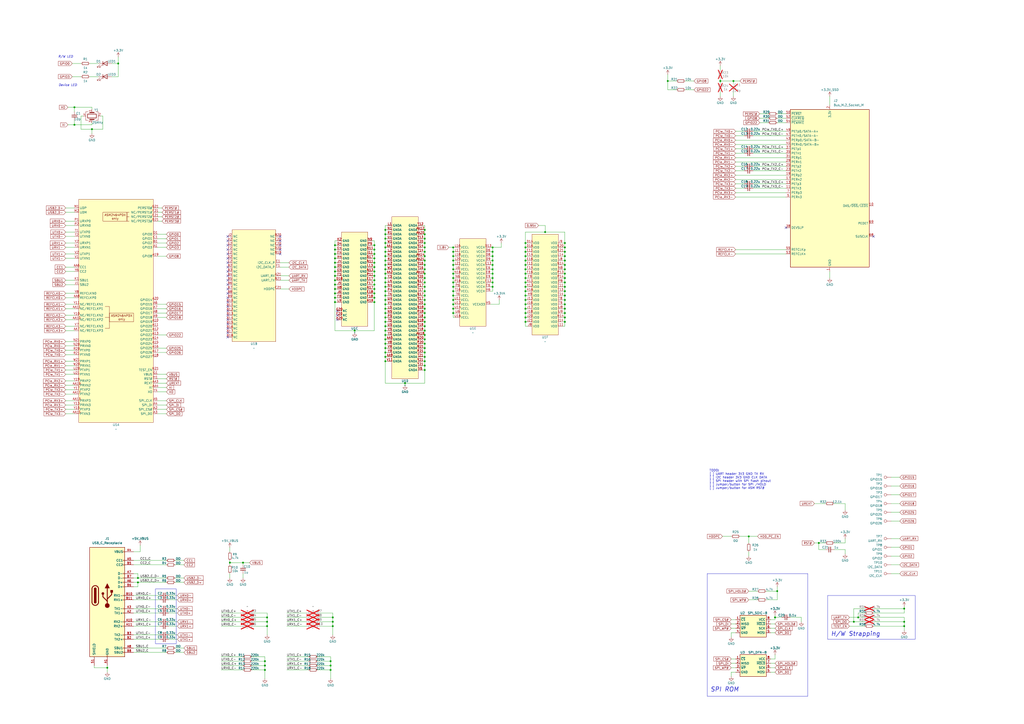
<source format=kicad_sch>
(kicad_sch (version 20231120) (generator "eeschema") (generator_version "8.0")
  (paper "A2")
  (lib_symbols
    (symbol "ASM2464PD_1"
      (property "Reference" "U1" (at 0 2.54 0))
      (property "Value" "~" (at 0 0 0))
      (symbol "ASM2464PD_1_1_1"
        (text "ASM2464PDX\nonly" (at -0.508 123.19 0) (effects (font (size 1.27 1.27))))
        (text "ASM2464PDX\nonly" (at 3.302 64.77 0) (effects (font (size 1.27 1.27))))
        (pin input line (at 24.13 105.41 180) (length 2.54) (name "GPIO3") (number "A1"))
        (pin input line (at 24.13 62.23 180) (length 2.54) (name "GPIO19") (number "A10"))
        (pin input line (at 24.13 59.69 180) (length 2.54) (name "GPIO20") (number "A11"))
        (pin input line (at 24.13 57.15 180) (length 2.54) (name "GPIO21") (number "A12"))
        (pin input line (at 24.13 54.61 180) (length 2.54) (name "GPIO22") (number "A13"))
        (pin input line (at 24.13 52.07 180) (length 2.54) (name "GPIO23") (number "A14"))
        (pin input line (at 24.13 49.53 180) (length 2.54) (name "GPIO24") (number "A15"))
        (pin input line (at 24.13 46.99 180) (length 2.54) (name "GPIO25") (number "A16"))
        (pin input line (at 24.13 44.45 180) (length 2.54) (name "GPIO26") (number "A17"))
        (pin input line (at 24.13 41.91 180) (length 2.54) (name "GPIO27") (number "A18"))
        (pin input line (at 24.13 100.33 180) (length 2.54) (name "GPIO8") (number "A19"))
        (pin input line (at 24.13 11.43 180) (length 2.54) (name "SPI_CS#") (number "A2"))
        (pin input line (at 24.13 74.93 180) (length 2.54) (name "GPIO14") (number "A20"))
        (pin input line (at 24.13 8.89 180) (length 2.54) (name "SPI_DO") (number "A3"))
        (pin input line (at 24.13 13.97 180) (length 2.54) (name "SPI_DI") (number "A4"))
        (pin input line (at 24.13 16.51 180) (length 2.54) (name "SPI_CLK") (number "A5"))
        (pin input line (at 24.13 72.39 180) (length 2.54) (name "GPIO15") (number "A6"))
        (pin input line (at 24.13 69.85 180) (length 2.54) (name "GPIO16") (number "A7"))
        (pin input line (at 24.13 67.31 180) (length 2.54) (name "GPIO17") (number "A8"))
        (pin input line (at 24.13 64.77 180) (length 2.54) (name "GPIO18") (number "A9"))
        (pin input line (at -24.13 63.5 0) (length 2.54) (name "NC/REFCLKP2") (number "AA10"))
        (pin input line (at -24.13 69.85 0) (length 2.54) (name "NC/REFCLKP1") (number "AA11"))
        (pin input line (at -24.13 16.51 0) (length 2.54) (name "PRXP3") (number "AA13"))
        (pin input line (at -24.13 8.89 0) (length 2.54) (name "PTXN3") (number "AA15"))
        (pin input line (at -24.13 20.32 0) (length 2.54) (name "PTXN2") (number "AA17"))
        (pin input line (at -24.13 25.4 0) (length 2.54) (name "PRXN2") (number "AA19"))
        (pin input line (at 24.13 26.67 180) (length 2.54) (name "REXT") (number "AA3"))
        (pin input line (at 24.13 24.13 180) (length 2.54) (name "XI") (number "AA4"))
        (pin input line (at -24.13 93.98 0) (length 2.54) (name "CC1") (number "AA6"))
        (pin input line (at -24.13 57.15 0) (length 2.54) (name "NC/REFCLKP3") (number "AA7"))
        (pin input line (at -24.13 76.2 0) (length 2.54) (name "REFCLKP0") (number "AA8"))
        (pin input line (at 24.13 107.95 180) (length 2.54) (name "GPIO2") (number "B1"))
        (pin input line (at 24.13 110.49 180) (length 2.54) (name "GPIO1") (number "C1"))
        (pin input line (at 24.13 113.03 180) (length 2.54) (name "GPIO0") (number "D1"))
        (pin input line (at 24.13 120.65 180) (length 2.54) (name "NC/PERST3#") (number "D21"))
        (pin input line (at 24.13 123.19 180) (length 2.54) (name "NC/PERST2#") (number "E21"))
        (pin input line (at 24.13 125.73 180) (length 2.54) (name "NC/PERST1#") (number "F21"))
        (pin input line (at 24.13 31.75 180) (length 2.54) (name "VBUS") (number "G1"))
        (pin input line (at 24.13 128.27 180) (length 2.54) (name "PERST0#") (number "G21"))
        (pin input line (at 24.13 29.21 180) (length 2.54) (name "RST#") (number "H1"))
        (pin input line (at 24.13 34.29 180) (length 2.54) (name "TEST_EN") (number "H21"))
        (pin input line (at -24.13 83.82 0) (length 2.54) (name "SBU2") (number "J1"))
        (pin input line (at -24.13 86.36 0) (length 2.54) (name "SBU1") (number "K1"))
        (pin input line (at -24.13 128.27 0) (length 2.54) (name "UDP") (number "M1"))
        (pin input line (at -24.13 125.73 0) (length 2.54) (name "UDM") (number "M2"))
        (pin input line (at -24.13 48.26 0) (length 2.54) (name "PRXN0") (number "N20"))
        (pin input line (at -24.13 50.8 0) (length 2.54) (name "PRXP0") (number "N21"))
        (pin input line (at -24.13 120.65 0) (length 2.54) (name "URXP0") (number "P1"))
        (pin input line (at -24.13 118.11 0) (length 2.54) (name "URXN0") (number "P2"))
        (pin input line (at -24.13 45.72 0) (length 2.54) (name "PTXP0") (number "R20"))
        (pin input line (at -24.13 43.18 0) (length 2.54) (name "PTXN0") (number "R21"))
        (pin input line (at -24.13 114.3 0) (length 2.54) (name "UTXP0") (number "T1"))
        (pin input line (at -24.13 111.76 0) (length 2.54) (name "UTXN0") (number "T2"))
        (pin input line (at -24.13 34.29 0) (length 2.54) (name "PTXP1") (number "U20"))
        (pin input line (at -24.13 31.75 0) (length 2.54) (name "PTXN1") (number "U21"))
        (pin input line (at -24.13 99.06 0) (length 2.54) (name "UTXN1") (number "V1"))
        (pin input line (at -24.13 101.6 0) (length 2.54) (name "UTXP1") (number "V2"))
        (pin input line (at -24.13 36.83 0) (length 2.54) (name "PRXN1") (number "W20"))
        (pin input line (at -24.13 39.37 0) (length 2.54) (name "PRXP1") (number "W21"))
        (pin input line (at -24.13 105.41 0) (length 2.54) (name "URXN1") (number "Y1"))
        (pin input line (at -24.13 66.04 0) (length 2.54) (name "NC/REFCLKN2") (number "Y10"))
        (pin input line (at -24.13 72.39 0) (length 2.54) (name "NC/REFCLKN1") (number "Y11"))
        (pin input line (at -24.13 13.97 0) (length 2.54) (name "PRXN3") (number "Y13"))
        (pin input line (at -24.13 11.43 0) (length 2.54) (name "PTXP3") (number "Y15"))
        (pin input line (at -24.13 22.86 0) (length 2.54) (name "PTXP2") (number "Y17"))
        (pin input line (at -24.13 27.94 0) (length 2.54) (name "PRXP2") (number "Y19"))
        (pin input line (at -24.13 107.95 0) (length 2.54) (name "URXP1") (number "Y2"))
        (pin input line (at 24.13 21.59 180) (length 2.54) (name "XO") (number "Y4"))
        (pin input line (at -24.13 91.44 0) (length 2.54) (name "CC2") (number "Y6"))
        (pin input line (at -24.13 59.69 0) (length 2.54) (name "NC/REFCLKN3") (number "Y7"))
        (pin input line (at -24.13 78.74 0) (length 2.54) (name "REFCLKN0") (number "Y8"))
      )
      (symbol "ASM2464PD_1_2_1"
        (pin input line (at 15.24 41.91 180) (length 2.54) (name "UART_RX") (number "A21"))
        (pin input line (at -15.24 26.67 0) (length 2.54) (name "NC") (number "B10"))
        (pin input line (at -15.24 24.13 0) (length 2.54) (name "NC") (number "B11"))
        (pin input line (at -15.24 21.59 0) (length 2.54) (name "NC") (number "B12"))
        (pin input line (at -15.24 19.05 0) (length 2.54) (name "NC") (number "B13"))
        (pin input line (at -15.24 16.51 0) (length 2.54) (name "NC") (number "B14"))
        (pin input line (at -15.24 13.97 0) (length 2.54) (name "NC") (number "B15"))
        (pin input line (at -15.24 11.43 0) (length 2.54) (name "NC") (number "B16"))
        (pin input line (at -15.24 8.89 0) (length 2.54) (name "NC") (number "B17"))
        (pin input line (at -15.24 6.35 0) (length 2.54) (name "NC") (number "B18"))
        (pin input line (at 15.24 54.61 180) (length 2.54) (name "NC") (number "B19"))
        (pin input line (at -15.24 46.99 0) (length 2.54) (name "NC") (number "B2"))
        (pin input line (at 15.24 64.77 180) (length 2.54) (name "NC") (number "B20"))
        (pin input line (at 15.24 39.37 180) (length 2.54) (name "UART_TX") (number "B21"))
        (pin input line (at -15.24 44.45 0) (length 2.54) (name "NC") (number "B3"))
        (pin input line (at -15.24 41.91 0) (length 2.54) (name "NC") (number "B4"))
        (pin input line (at -15.24 39.37 0) (length 2.54) (name "NC") (number "B5"))
        (pin input line (at -15.24 36.83 0) (length 2.54) (name "NC") (number "B6"))
        (pin input line (at -15.24 34.29 0) (length 2.54) (name "NC") (number "B7"))
        (pin input line (at -15.24 31.75 0) (length 2.54) (name "NC") (number "B8"))
        (pin input line (at -15.24 29.21 0) (length 2.54) (name "NC") (number "B9"))
        (pin input line (at -15.24 49.53 0) (length 2.54) (name "NC") (number "C2"))
        (pin input line (at 15.24 59.69 180) (length 2.54) (name "NC") (number "C20"))
        (pin input line (at 15.24 34.29 180) (length 2.54) (name "HDDPC") (number "C21"))
        (pin input line (at -15.24 52.07 0) (length 2.54) (name "NC") (number "D2"))
        (pin input line (at 15.24 57.15 180) (length 2.54) (name "NC") (number "D20"))
        (pin input line (at 15.24 49.53 180) (length 2.54) (name "I2C_CLK_P") (number "E1"))
        (pin input line (at -15.24 54.61 0) (length 2.54) (name "NC") (number "E2"))
        (pin input line (at 15.24 62.23 180) (length 2.54) (name "NC") (number "E20"))
        (pin input line (at 15.24 46.99 180) (length 2.54) (name "I2C_DATA_P") (number "F1"))
        (pin input line (at -15.24 57.15 0) (length 2.54) (name "NC") (number "F2"))
        (pin input line (at -15.24 59.69 0) (length 2.54) (name "NC") (number "G2"))
        (pin input line (at -15.24 62.23 0) (length 2.54) (name "NC") (number "H2"))
        (pin input line (at -15.24 64.77 0) (length 2.54) (name "NC") (number "J2"))
      )
      (symbol "ASM2464PD_1_3_1"
        (pin input line (at 10.16 48.26 180) (length 2.54) (name "GND") (number "D11"))
        (pin input line (at 10.16 43.18 180) (length 2.54) (name "GND") (number "D17"))
        (pin input line (at -10.16 30.48 0) (length 2.54) (name "GND") (number "D18"))
        (pin input line (at -10.16 50.8 0) (length 2.54) (name "GND") (number "D4"))
        (pin input line (at -10.16 38.1 0) (length 2.54) (name "GND") (number "D5"))
        (pin input line (at 10.16 30.48 180) (length 2.54) (name "GND") (number "E17"))
        (pin input line (at 10.16 22.86 180) (length 2.54) (name "GND") (number "E18"))
        (pin input line (at -10.16 48.26 0) (length 2.54) (name "GND") (number "E4"))
        (pin input line (at -10.16 35.56 0) (length 2.54) (name "GND") (number "E5"))
        (pin input line (at 10.16 27.94 180) (length 2.54) (name "GND") (number "F17"))
        (pin input line (at 10.16 20.32 180) (length 2.54) (name "GND") (number "F18"))
        (pin input line (at -10.16 10.16 0) (length 2.54) (name "NC") (number "F20"))
        (pin input line (at -10.16 45.72 0) (length 2.54) (name "GND") (number "F4"))
        (pin input line (at -10.16 33.02 0) (length 2.54) (name "GND") (number "F5"))
        (pin input line (at -10.16 20.32 0) (length 2.54) (name "GND") (number "F8"))
        (pin input line (at -10.16 12.7 0) (length 2.54) (name "NC") (number "G20"))
        (pin input line (at 10.16 25.4 180) (length 2.54) (name "GND") (number "H17"))
        (pin input line (at 10.16 17.78 180) (length 2.54) (name "GND") (number "H18"))
        (pin input line (at -10.16 7.62 0) (length 2.54) (name "NC") (number "H20"))
        (pin input line (at -10.16 43.18 0) (length 2.54) (name "GND") (number "H4"))
        (pin input line (at -10.16 25.4 0) (length 2.54) (name "GND") (number "H8"))
        (pin input line (at 10.16 45.72 180) (length 2.54) (name "GND") (number "J11"))
        (pin input line (at -10.16 40.64 0) (length 2.54) (name "GND") (number "J4"))
        (pin input line (at -10.16 27.94 0) (length 2.54) (name "GND") (number "J5"))
        (pin input line (at -10.16 22.86 0) (length 2.54) (name "GND") (number "J6"))
        (pin input line (at -10.16 53.34 0) (length 2.54) (name "GND") (number "K2"))
        (pin input line (at 10.16 38.1 180) (length 2.54) (name "GND") (number "L13"))
        (pin input line (at -10.16 17.78 0) (length 2.54) (name "GND") (number "L9"))
        (pin input line (at 10.16 40.64 180) (length 2.54) (name "GND") (number "N11"))
        (pin input line (at 10.16 35.56 180) (length 2.54) (name "GND") (number "N13"))
        (pin input line (at 10.16 53.34 180) (length 2.54) (name "GND") (number "N9"))
        (pin input line (at 10.16 33.02 180) (length 2.54) (name "GND") (number "P11"))
        (pin input line (at 10.16 50.8 180) (length 2.54) (name "GND") (number "P9"))
      )
      (symbol "ASM2464PD_1_4_1"
        (pin input line (at -10.16 80.01 0) (length 2.54) (name "GNDA") (number "AA1"))
        (pin input line (at 10.16 90.17 180) (length 2.54) (name "GNDA") (number "AA12"))
        (pin input line (at 10.16 74.93 180) (length 2.54) (name "GNDA") (number "AA14"))
        (pin input line (at 10.16 64.77 180) (length 2.54) (name "GNDA") (number "AA16"))
        (pin input line (at 10.16 29.21 180) (length 2.54) (name "GNDA") (number "AA18"))
        (pin input line (at -10.16 64.77 0) (length 2.54) (name "GNDA") (number "AA2"))
        (pin input line (at 10.16 87.63 180) (length 2.54) (name "GNDA") (number "AA20"))
        (pin input line (at 10.16 72.39 180) (length 2.54) (name "GNDA") (number "AA21"))
        (pin input line (at -10.16 26.67 0) (length 2.54) (name "GNDA") (number "AA5"))
        (pin input line (at -10.16 16.51 0) (length 2.54) (name "GNDA") (number "AA9"))
        (pin input line (at -10.16 92.71 0) (length 2.54) (name "GNDA") (number "L1"))
        (pin input line (at -10.16 77.47 0) (length 2.54) (name "GNDA") (number "L2"))
        (pin input line (at -10.16 59.69 0) (length 2.54) (name "GNDA") (number "L4"))
        (pin input line (at -10.16 44.45 0) (length 2.54) (name "GNDA") (number "L5"))
        (pin input line (at 10.16 26.67 180) (length 2.54) (name "GNDA") (number "M20"))
        (pin input line (at 10.16 21.59 180) (length 2.54) (name "GNDA") (number "M21"))
        (pin input line (at -10.16 90.17 0) (length 2.54) (name "GNDA") (number "N1"))
        (pin input line (at 10.16 59.69 180) (length 2.54) (name "GNDA") (number "N17"))
        (pin input line (at 10.16 44.45 180) (length 2.54) (name "GNDA") (number "N18"))
        (pin input line (at -10.16 74.93 0) (length 2.54) (name "GNDA") (number "N2"))
        (pin input line (at -10.16 57.15 0) (length 2.54) (name "GNDA") (number "N4"))
        (pin input line (at -10.16 41.91 0) (length 2.54) (name "GNDA") (number "N5"))
        (pin input line (at 10.16 57.15 180) (length 2.54) (name "GNDA") (number "P17"))
        (pin input line (at 10.16 41.91 180) (length 2.54) (name "GNDA") (number "P18"))
        (pin input line (at 10.16 24.13 180) (length 2.54) (name "GNDA") (number "P20"))
        (pin input line (at 10.16 19.05 180) (length 2.54) (name "GNDA") (number "P21"))
        (pin input line (at -10.16 54.61 0) (length 2.54) (name "GNDA") (number "P4"))
        (pin input line (at -10.16 39.37 0) (length 2.54) (name "GNDA") (number "P5"))
        (pin input line (at -10.16 87.63 0) (length 2.54) (name "GNDA") (number "R1"))
        (pin input line (at -10.16 72.39 0) (length 2.54) (name "GNDA") (number "R2"))
        (pin input line (at 10.16 54.61 180) (length 2.54) (name "GNDA") (number "T17"))
        (pin input line (at 10.16 39.37 180) (length 2.54) (name "GNDA") (number "T18"))
        (pin input line (at 10.16 46.99 180) (length 2.54) (name "GNDA") (number "T20"))
        (pin input line (at 10.16 16.51 180) (length 2.54) (name "GNDA") (number "T21"))
        (pin input line (at -10.16 52.07 0) (length 2.54) (name "GNDA") (number "T4"))
        (pin input line (at -10.16 36.83 0) (length 2.54) (name "GNDA") (number "T5"))
        (pin input line (at -10.16 85.09 0) (length 2.54) (name "GNDA") (number "U1"))
        (pin input line (at 10.16 52.07 180) (length 2.54) (name "GNDA") (number "U17"))
        (pin input line (at 10.16 36.83 180) (length 2.54) (name "GNDA") (number "U18"))
        (pin input line (at -10.16 69.85 0) (length 2.54) (name "GNDA") (number "U2"))
        (pin input line (at -10.16 49.53 0) (length 2.54) (name "GNDA") (number "U4"))
        (pin input line (at -10.16 34.29 0) (length 2.54) (name "GNDA") (number "U5"))
        (pin input line (at -10.16 13.97 0) (length 2.54) (name "GNDA") (number "V11"))
        (pin input line (at 10.16 85.09 180) (length 2.54) (name "GNDA") (number "V13"))
        (pin input line (at 10.16 80.01 180) (length 2.54) (name "GNDA") (number "V14"))
        (pin input line (at 10.16 69.85 180) (length 2.54) (name "GNDA") (number "V16"))
        (pin input line (at 10.16 49.53 180) (length 2.54) (name "GNDA") (number "V17"))
        (pin input line (at 10.16 34.29 180) (length 2.54) (name "GNDA") (number "V18"))
        (pin input line (at 10.16 62.23 180) (length 2.54) (name "GNDA") (number "V20"))
        (pin input line (at 10.16 13.97 180) (length 2.54) (name "GNDA") (number "V21"))
        (pin input line (at -10.16 46.99 0) (length 2.54) (name "GNDA") (number "V4"))
        (pin input line (at -10.16 31.75 0) (length 2.54) (name "GNDA") (number "V5"))
        (pin input line (at 10.16 8.89 180) (length 2.54) (name "GNDA") (number "V6"))
        (pin input line (at -10.16 24.13 0) (length 2.54) (name "GNDA") (number "V8"))
        (pin input line (at -10.16 21.59 0) (length 2.54) (name "GNDA") (number "V9"))
        (pin input line (at -10.16 82.55 0) (length 2.54) (name "GNDA") (number "W1"))
        (pin input line (at -10.16 67.31 0) (length 2.54) (name "GNDA") (number "W2"))
        (pin input line (at 10.16 92.71 180) (length 2.54) (name "GNDA") (number "Y12"))
        (pin input line (at 10.16 77.47 180) (length 2.54) (name "GNDA") (number "Y14"))
        (pin input line (at 10.16 67.31 180) (length 2.54) (name "GNDA") (number "Y16"))
        (pin input line (at 10.16 31.75 180) (length 2.54) (name "GNDA") (number "Y18"))
        (pin input line (at 10.16 82.55 180) (length 2.54) (name "GNDA") (number "Y20"))
        (pin input line (at 10.16 11.43 180) (length 2.54) (name "GNDA") (number "Y21"))
        (pin input line (at -10.16 62.23 0) (length 2.54) (name "GNDA") (number "Y3"))
        (pin input line (at -10.16 29.21 0) (length 2.54) (name "GNDA") (number "Y5"))
        (pin input line (at -10.16 19.05 0) (length 2.54) (name "GNDA") (number "Y9"))
      )
      (symbol "ASM2464PD_1_5_1"
        (pin input line (at 10.16 49.53 180) (length 2.54) (name "VCCH") (number "D13"))
        (pin input line (at 10.16 46.99 180) (length 2.54) (name "VCCH") (number "D6"))
        (pin input line (at 10.16 44.45 180) (length 2.54) (name "VCCH") (number "D8"))
        (pin input line (at 10.16 41.91 180) (length 2.54) (name "VCCH") (number "D9"))
        (pin input line (at 10.16 39.37 180) (length 2.54) (name "VCCH") (number "E13"))
        (pin input line (at 10.16 36.83 180) (length 2.54) (name "VCCH") (number "E6"))
        (pin input line (at 10.16 34.29 180) (length 2.54) (name "VCCH") (number "E8"))
        (pin input line (at 10.16 31.75 180) (length 2.54) (name "VCCH") (number "E9"))
        (pin input line (at 10.16 29.21 180) (length 2.54) (name "VCCH") (number "F13"))
        (pin input line (at 10.16 26.67 180) (length 2.54) (name "VCCH") (number "F6"))
        (pin input line (at 10.16 16.51 180) (length 2.54) (name "VCCA33") (number "H5"))
        (pin input line (at 10.16 24.13 180) (length 2.54) (name "VCCH") (number "H6"))
        (pin input line (at -10.16 49.53 0) (length 2.54) (name "VCCL") (number "L16"))
        (pin input line (at -10.16 46.99 0) (length 2.54) (name "VCCL") (number "L17"))
        (pin input line (at -10.16 44.45 0) (length 2.54) (name "VCCL") (number "L18"))
        (pin input line (at -10.16 41.91 0) (length 2.54) (name "VCCL") (number "L20"))
        (pin input line (at -10.16 39.37 0) (length 2.54) (name "VCCL") (number "L21"))
        (pin input line (at -10.16 36.83 0) (length 2.54) (name "VCCL") (number "L6"))
        (pin input line (at -10.16 34.29 0) (length 2.54) (name "VCCL") (number "N16"))
        (pin input line (at -10.16 31.75 0) (length 2.54) (name "VCCL") (number "N6"))
        (pin input line (at -10.16 29.21 0) (length 2.54) (name "VCCL") (number "P16"))
        (pin input line (at -10.16 26.67 0) (length 2.54) (name "VCCL") (number "P6"))
        (pin input line (at -10.16 24.13 0) (length 2.54) (name "VCCL") (number "T16"))
        (pin input line (at -10.16 21.59 0) (length 2.54) (name "VCCL") (number "T6"))
        (pin input line (at -10.16 19.05 0) (length 2.54) (name "VCCL") (number "U11"))
        (pin input line (at -10.16 16.51 0) (length 2.54) (name "VCCL") (number "U13"))
        (pin input line (at -10.16 13.97 0) (length 2.54) (name "VCCL") (number "U14"))
        (pin input line (at -10.16 8.89 0) (length 2.54) (name "VCCL") (number "U16"))
        (pin input line (at -10.16 11.43 0) (length 2.54) (name "VCCL") (number "U6"))
      )
      (symbol "ASM2464PD_1_6_1"
        (pin input line (at -10.16 57.15 0) (length 2.54) (name "VDD") (number "D14"))
        (pin input line (at -10.16 54.61 0) (length 2.54) (name "VDD") (number "D16"))
        (pin input line (at -10.16 52.07 0) (length 2.54) (name "VDD") (number "E11"))
        (pin input line (at -10.16 49.53 0) (length 2.54) (name "VDD") (number "E14"))
        (pin input line (at -10.16 46.99 0) (length 2.54) (name "VDD") (number "E16"))
        (pin input line (at -10.16 44.45 0) (length 2.54) (name "VDD") (number "F11"))
        (pin input line (at -10.16 41.91 0) (length 2.54) (name "VDD") (number "F14"))
        (pin input line (at -10.16 39.37 0) (length 2.54) (name "VDD") (number "F16"))
        (pin input line (at -10.16 36.83 0) (length 2.54) (name "VDD") (number "F9"))
        (pin input line (at -10.16 34.29 0) (length 2.54) (name "VDD") (number "H11"))
        (pin input line (at -10.16 31.75 0) (length 2.54) (name "VDD") (number "H13"))
        (pin input line (at 10.16 13.97 180) (length 2.54) (name "VDD") (number "H14"))
        (pin input line (at -10.16 29.21 0) (length 2.54) (name "VDD") (number "H16"))
        (pin input line (at -10.16 26.67 0) (length 2.54) (name "VDD") (number "H9"))
        (pin input line (at -10.16 24.13 0) (length 2.54) (name "VDD") (number "J13"))
        (pin input line (at 10.16 11.43 180) (length 2.54) (name "VDD") (number "J14"))
        (pin input line (at -10.16 21.59 0) (length 2.54) (name "VDD") (number "J16"))
        (pin input line (at -10.16 19.05 0) (length 2.54) (name "VDD") (number "J17"))
        (pin input line (at -10.16 16.51 0) (length 2.54) (name "VDD") (number "J18"))
        (pin input line (at -10.16 13.97 0) (length 2.54) (name "VDD") (number "J20"))
        (pin input line (at -10.16 11.43 0) (length 2.54) (name "VDD") (number "J21"))
        (pin input line (at -10.16 8.89 0) (length 2.54) (name "VDD") (number "J8"))
        (pin input line (at 10.16 57.15 180) (length 2.54) (name "VDD") (number "J9"))
        (pin input line (at 10.16 54.61 180) (length 2.54) (name "VDD") (number "K20"))
        (pin input line (at 10.16 52.07 180) (length 2.54) (name "VDD") (number "K21"))
        (pin input line (at 10.16 8.89 180) (length 2.54) (name "VDD") (number "L11"))
        (pin input line (at 10.16 49.53 180) (length 2.54) (name "VDD") (number "L14"))
        (pin input line (at 10.16 46.99 180) (length 2.54) (name "VDD") (number "L8"))
        (pin input line (at 10.16 44.45 180) (length 2.54) (name "VDD") (number "N14"))
        (pin input line (at 10.16 41.91 180) (length 2.54) (name "VDD") (number "N8"))
        (pin input line (at 10.16 39.37 180) (length 2.54) (name "VDD") (number "P13"))
        (pin input line (at 10.16 36.83 180) (length 2.54) (name "VDD") (number "P14"))
        (pin input line (at 10.16 34.29 180) (length 2.54) (name "VDD") (number "P8"))
        (pin input line (at 10.16 31.75 180) (length 2.54) (name "VDD") (number "T11"))
        (pin input line (at 10.16 29.21 180) (length 2.54) (name "VDD") (number "T13"))
        (pin input line (at 10.16 26.67 180) (length 2.54) (name "VDD") (number "T14"))
        (pin input line (at 10.16 24.13 180) (length 2.54) (name "VDD") (number "T8"))
        (pin input line (at 10.16 21.59 180) (length 2.54) (name "VDD") (number "T9"))
        (pin input line (at 10.16 19.05 180) (length 2.54) (name "VDD") (number "U8"))
        (pin input line (at 10.16 16.51 180) (length 2.54) (name "VDD") (number "U9"))
      )
    )
    (symbol "ASM2464PD_2"
      (property "Reference" "U1" (at 0 2.54 0))
      (property "Value" "~" (at 0 0 0))
      (symbol "ASM2464PD_2_1_1"
        (text "ASM2464PDX\nonly" (at -0.508 123.19 0) (effects (font (size 1.27 1.27))))
        (text "ASM2464PDX\nonly" (at 3.302 64.77 0) (effects (font (size 1.27 1.27))))
        (pin input line (at 24.13 105.41 180) (length 2.54) (name "GPIO3") (number "A1"))
        (pin input line (at 24.13 62.23 180) (length 2.54) (name "GPIO19") (number "A10"))
        (pin input line (at 24.13 59.69 180) (length 2.54) (name "GPIO20") (number "A11"))
        (pin input line (at 24.13 57.15 180) (length 2.54) (name "GPIO21") (number "A12"))
        (pin input line (at 24.13 54.61 180) (length 2.54) (name "GPIO22") (number "A13"))
        (pin input line (at 24.13 52.07 180) (length 2.54) (name "GPIO23") (number "A14"))
        (pin input line (at 24.13 49.53 180) (length 2.54) (name "GPIO24") (number "A15"))
        (pin input line (at 24.13 46.99 180) (length 2.54) (name "GPIO25") (number "A16"))
        (pin input line (at 24.13 44.45 180) (length 2.54) (name "GPIO26") (number "A17"))
        (pin input line (at 24.13 41.91 180) (length 2.54) (name "GPIO27") (number "A18"))
        (pin input line (at 24.13 100.33 180) (length 2.54) (name "GPIO8") (number "A19"))
        (pin input line (at 24.13 11.43 180) (length 2.54) (name "SPI_CS#") (number "A2"))
        (pin input line (at 24.13 74.93 180) (length 2.54) (name "GPIO14") (number "A20"))
        (pin input line (at 24.13 8.89 180) (length 2.54) (name "SPI_DO") (number "A3"))
        (pin input line (at 24.13 13.97 180) (length 2.54) (name "SPI_DI") (number "A4"))
        (pin input line (at 24.13 16.51 180) (length 2.54) (name "SPI_CLK") (number "A5"))
        (pin input line (at 24.13 72.39 180) (length 2.54) (name "GPIO15") (number "A6"))
        (pin input line (at 24.13 69.85 180) (length 2.54) (name "GPIO16") (number "A7"))
        (pin input line (at 24.13 67.31 180) (length 2.54) (name "GPIO17") (number "A8"))
        (pin input line (at 24.13 64.77 180) (length 2.54) (name "GPIO18") (number "A9"))
        (pin input line (at -24.13 63.5 0) (length 2.54) (name "NC/REFCLKP2") (number "AA10"))
        (pin input line (at -24.13 69.85 0) (length 2.54) (name "NC/REFCLKP1") (number "AA11"))
        (pin input line (at -24.13 16.51 0) (length 2.54) (name "PRXP3") (number "AA13"))
        (pin input line (at -24.13 8.89 0) (length 2.54) (name "PTXN3") (number "AA15"))
        (pin input line (at -24.13 20.32 0) (length 2.54) (name "PTXN2") (number "AA17"))
        (pin input line (at -24.13 25.4 0) (length 2.54) (name "PRXN2") (number "AA19"))
        (pin input line (at 24.13 26.67 180) (length 2.54) (name "REXT") (number "AA3"))
        (pin input line (at 24.13 24.13 180) (length 2.54) (name "XI") (number "AA4"))
        (pin input line (at -24.13 93.98 0) (length 2.54) (name "CC1") (number "AA6"))
        (pin input line (at -24.13 57.15 0) (length 2.54) (name "NC/REFCLKP3") (number "AA7"))
        (pin input line (at -24.13 76.2 0) (length 2.54) (name "REFCLKP0") (number "AA8"))
        (pin input line (at 24.13 107.95 180) (length 2.54) (name "GPIO2") (number "B1"))
        (pin input line (at 24.13 110.49 180) (length 2.54) (name "GPIO1") (number "C1"))
        (pin input line (at 24.13 113.03 180) (length 2.54) (name "GPIO0") (number "D1"))
        (pin input line (at 24.13 120.65 180) (length 2.54) (name "NC/PERST3#") (number "D21"))
        (pin input line (at 24.13 123.19 180) (length 2.54) (name "NC/PERST2#") (number "E21"))
        (pin input line (at 24.13 125.73 180) (length 2.54) (name "NC/PERST1#") (number "F21"))
        (pin input line (at 24.13 31.75 180) (length 2.54) (name "VBUS") (number "G1"))
        (pin input line (at 24.13 128.27 180) (length 2.54) (name "PERST0#") (number "G21"))
        (pin input line (at 24.13 29.21 180) (length 2.54) (name "RST#") (number "H1"))
        (pin input line (at 24.13 34.29 180) (length 2.54) (name "TEST_EN") (number "H21"))
        (pin input line (at -24.13 83.82 0) (length 2.54) (name "SBU2") (number "J1"))
        (pin input line (at -24.13 86.36 0) (length 2.54) (name "SBU1") (number "K1"))
        (pin input line (at -24.13 128.27 0) (length 2.54) (name "UDP") (number "M1"))
        (pin input line (at -24.13 125.73 0) (length 2.54) (name "UDM") (number "M2"))
        (pin input line (at -24.13 48.26 0) (length 2.54) (name "PRXN0") (number "N20"))
        (pin input line (at -24.13 50.8 0) (length 2.54) (name "PRXP0") (number "N21"))
        (pin input line (at -24.13 120.65 0) (length 2.54) (name "URXP0") (number "P1"))
        (pin input line (at -24.13 118.11 0) (length 2.54) (name "URXN0") (number "P2"))
        (pin input line (at -24.13 45.72 0) (length 2.54) (name "PTXP0") (number "R20"))
        (pin input line (at -24.13 43.18 0) (length 2.54) (name "PTXN0") (number "R21"))
        (pin input line (at -24.13 114.3 0) (length 2.54) (name "UTXP0") (number "T1"))
        (pin input line (at -24.13 111.76 0) (length 2.54) (name "UTXN0") (number "T2"))
        (pin input line (at -24.13 34.29 0) (length 2.54) (name "PTXP1") (number "U20"))
        (pin input line (at -24.13 31.75 0) (length 2.54) (name "PTXN1") (number "U21"))
        (pin input line (at -24.13 99.06 0) (length 2.54) (name "UTXN1") (number "V1"))
        (pin input line (at -24.13 101.6 0) (length 2.54) (name "UTXP1") (number "V2"))
        (pin input line (at -24.13 36.83 0) (length 2.54) (name "PRXN1") (number "W20"))
        (pin input line (at -24.13 39.37 0) (length 2.54) (name "PRXP1") (number "W21"))
        (pin input line (at -24.13 105.41 0) (length 2.54) (name "URXN1") (number "Y1"))
        (pin input line (at -24.13 66.04 0) (length 2.54) (name "NC/REFCLKN2") (number "Y10"))
        (pin input line (at -24.13 72.39 0) (length 2.54) (name "NC/REFCLKN1") (number "Y11"))
        (pin input line (at -24.13 13.97 0) (length 2.54) (name "PRXN3") (number "Y13"))
        (pin input line (at -24.13 11.43 0) (length 2.54) (name "PTXP3") (number "Y15"))
        (pin input line (at -24.13 22.86 0) (length 2.54) (name "PTXP2") (number "Y17"))
        (pin input line (at -24.13 27.94 0) (length 2.54) (name "PRXP2") (number "Y19"))
        (pin input line (at -24.13 107.95 0) (length 2.54) (name "URXP1") (number "Y2"))
        (pin input line (at 24.13 21.59 180) (length 2.54) (name "XO") (number "Y4"))
        (pin input line (at -24.13 91.44 0) (length 2.54) (name "CC2") (number "Y6"))
        (pin input line (at -24.13 59.69 0) (length 2.54) (name "NC/REFCLKN3") (number "Y7"))
        (pin input line (at -24.13 78.74 0) (length 2.54) (name "REFCLKN0") (number "Y8"))
      )
      (symbol "ASM2464PD_2_2_1"
        (pin input line (at 15.24 41.91 180) (length 2.54) (name "UART_RX") (number "A21"))
        (pin input line (at -15.24 26.67 0) (length 2.54) (name "NC") (number "B10"))
        (pin input line (at -15.24 24.13 0) (length 2.54) (name "NC") (number "B11"))
        (pin input line (at -15.24 21.59 0) (length 2.54) (name "NC") (number "B12"))
        (pin input line (at -15.24 19.05 0) (length 2.54) (name "NC") (number "B13"))
        (pin input line (at -15.24 16.51 0) (length 2.54) (name "NC") (number "B14"))
        (pin input line (at -15.24 13.97 0) (length 2.54) (name "NC") (number "B15"))
        (pin input line (at -15.24 11.43 0) (length 2.54) (name "NC") (number "B16"))
        (pin input line (at -15.24 8.89 0) (length 2.54) (name "NC") (number "B17"))
        (pin input line (at -15.24 6.35 0) (length 2.54) (name "NC") (number "B18"))
        (pin input line (at 15.24 54.61 180) (length 2.54) (name "NC") (number "B19"))
        (pin input line (at -15.24 46.99 0) (length 2.54) (name "NC") (number "B2"))
        (pin input line (at 15.24 64.77 180) (length 2.54) (name "NC") (number "B20"))
        (pin input line (at 15.24 39.37 180) (length 2.54) (name "UART_TX") (number "B21"))
        (pin input line (at -15.24 44.45 0) (length 2.54) (name "NC") (number "B3"))
        (pin input line (at -15.24 41.91 0) (length 2.54) (name "NC") (number "B4"))
        (pin input line (at -15.24 39.37 0) (length 2.54) (name "NC") (number "B5"))
        (pin input line (at -15.24 36.83 0) (length 2.54) (name "NC") (number "B6"))
        (pin input line (at -15.24 34.29 0) (length 2.54) (name "NC") (number "B7"))
        (pin input line (at -15.24 31.75 0) (length 2.54) (name "NC") (number "B8"))
        (pin input line (at -15.24 29.21 0) (length 2.54) (name "NC") (number "B9"))
        (pin input line (at -15.24 49.53 0) (length 2.54) (name "NC") (number "C2"))
        (pin input line (at 15.24 59.69 180) (length 2.54) (name "NC") (number "C20"))
        (pin input line (at 15.24 34.29 180) (length 2.54) (name "HDDPC") (number "C21"))
        (pin input line (at -15.24 52.07 0) (length 2.54) (name "NC") (number "D2"))
        (pin input line (at 15.24 57.15 180) (length 2.54) (name "NC") (number "D20"))
        (pin input line (at 15.24 49.53 180) (length 2.54) (name "I2C_CLK_P") (number "E1"))
        (pin input line (at -15.24 54.61 0) (length 2.54) (name "NC") (number "E2"))
        (pin input line (at 15.24 62.23 180) (length 2.54) (name "NC") (number "E20"))
        (pin input line (at 15.24 46.99 180) (length 2.54) (name "I2C_DATA_P") (number "F1"))
        (pin input line (at -15.24 57.15 0) (length 2.54) (name "NC") (number "F2"))
        (pin input line (at -15.24 59.69 0) (length 2.54) (name "NC") (number "G2"))
        (pin input line (at -15.24 62.23 0) (length 2.54) (name "NC") (number "H2"))
        (pin input line (at -15.24 64.77 0) (length 2.54) (name "NC") (number "J2"))
      )
      (symbol "ASM2464PD_2_3_1"
        (pin input line (at 10.16 48.26 180) (length 2.54) (name "GND") (number "D11"))
        (pin input line (at 10.16 43.18 180) (length 2.54) (name "GND") (number "D17"))
        (pin input line (at -10.16 30.48 0) (length 2.54) (name "GND") (number "D18"))
        (pin input line (at -10.16 50.8 0) (length 2.54) (name "GND") (number "D4"))
        (pin input line (at -10.16 38.1 0) (length 2.54) (name "GND") (number "D5"))
        (pin input line (at 10.16 30.48 180) (length 2.54) (name "GND") (number "E17"))
        (pin input line (at 10.16 22.86 180) (length 2.54) (name "GND") (number "E18"))
        (pin input line (at -10.16 48.26 0) (length 2.54) (name "GND") (number "E4"))
        (pin input line (at -10.16 35.56 0) (length 2.54) (name "GND") (number "E5"))
        (pin input line (at 10.16 27.94 180) (length 2.54) (name "GND") (number "F17"))
        (pin input line (at 10.16 20.32 180) (length 2.54) (name "GND") (number "F18"))
        (pin input line (at -10.16 10.16 0) (length 2.54) (name "NC") (number "F20"))
        (pin input line (at -10.16 45.72 0) (length 2.54) (name "GND") (number "F4"))
        (pin input line (at -10.16 33.02 0) (length 2.54) (name "GND") (number "F5"))
        (pin input line (at -10.16 20.32 0) (length 2.54) (name "GND") (number "F8"))
        (pin input line (at -10.16 12.7 0) (length 2.54) (name "NC") (number "G20"))
        (pin input line (at 10.16 25.4 180) (length 2.54) (name "GND") (number "H17"))
        (pin input line (at 10.16 17.78 180) (length 2.54) (name "GND") (number "H18"))
        (pin input line (at -10.16 7.62 0) (length 2.54) (name "NC") (number "H20"))
        (pin input line (at -10.16 43.18 0) (length 2.54) (name "GND") (number "H4"))
        (pin input line (at -10.16 25.4 0) (length 2.54) (name "GND") (number "H8"))
        (pin input line (at 10.16 45.72 180) (length 2.54) (name "GND") (number "J11"))
        (pin input line (at -10.16 40.64 0) (length 2.54) (name "GND") (number "J4"))
        (pin input line (at -10.16 27.94 0) (length 2.54) (name "GND") (number "J5"))
        (pin input line (at -10.16 22.86 0) (length 2.54) (name "GND") (number "J6"))
        (pin input line (at -10.16 53.34 0) (length 2.54) (name "GND") (number "K2"))
        (pin input line (at 10.16 38.1 180) (length 2.54) (name "GND") (number "L13"))
        (pin input line (at -10.16 17.78 0) (length 2.54) (name "GND") (number "L9"))
        (pin input line (at 10.16 40.64 180) (length 2.54) (name "GND") (number "N11"))
        (pin input line (at 10.16 35.56 180) (length 2.54) (name "GND") (number "N13"))
        (pin input line (at 10.16 53.34 180) (length 2.54) (name "GND") (number "N9"))
        (pin input line (at 10.16 33.02 180) (length 2.54) (name "GND") (number "P11"))
        (pin input line (at 10.16 50.8 180) (length 2.54) (name "GND") (number "P9"))
      )
      (symbol "ASM2464PD_2_4_1"
        (pin input line (at -10.16 80.01 0) (length 2.54) (name "GNDA") (number "AA1"))
        (pin input line (at 10.16 90.17 180) (length 2.54) (name "GNDA") (number "AA12"))
        (pin input line (at 10.16 74.93 180) (length 2.54) (name "GNDA") (number "AA14"))
        (pin input line (at 10.16 64.77 180) (length 2.54) (name "GNDA") (number "AA16"))
        (pin input line (at 10.16 29.21 180) (length 2.54) (name "GNDA") (number "AA18"))
        (pin input line (at -10.16 64.77 0) (length 2.54) (name "GNDA") (number "AA2"))
        (pin input line (at 10.16 87.63 180) (length 2.54) (name "GNDA") (number "AA20"))
        (pin input line (at 10.16 72.39 180) (length 2.54) (name "GNDA") (number "AA21"))
        (pin input line (at -10.16 26.67 0) (length 2.54) (name "GNDA") (number "AA5"))
        (pin input line (at -10.16 16.51 0) (length 2.54) (name "GNDA") (number "AA9"))
        (pin input line (at -10.16 92.71 0) (length 2.54) (name "GNDA") (number "L1"))
        (pin input line (at -10.16 77.47 0) (length 2.54) (name "GNDA") (number "L2"))
        (pin input line (at -10.16 59.69 0) (length 2.54) (name "GNDA") (number "L4"))
        (pin input line (at -10.16 44.45 0) (length 2.54) (name "GNDA") (number "L5"))
        (pin input line (at 10.16 26.67 180) (length 2.54) (name "GNDA") (number "M20"))
        (pin input line (at 10.16 21.59 180) (length 2.54) (name "GNDA") (number "M21"))
        (pin input line (at -10.16 90.17 0) (length 2.54) (name "GNDA") (number "N1"))
        (pin input line (at 10.16 59.69 180) (length 2.54) (name "GNDA") (number "N17"))
        (pin input line (at 10.16 44.45 180) (length 2.54) (name "GNDA") (number "N18"))
        (pin input line (at -10.16 74.93 0) (length 2.54) (name "GNDA") (number "N2"))
        (pin input line (at -10.16 57.15 0) (length 2.54) (name "GNDA") (number "N4"))
        (pin input line (at -10.16 41.91 0) (length 2.54) (name "GNDA") (number "N5"))
        (pin input line (at 10.16 57.15 180) (length 2.54) (name "GNDA") (number "P17"))
        (pin input line (at 10.16 41.91 180) (length 2.54) (name "GNDA") (number "P18"))
        (pin input line (at 10.16 24.13 180) (length 2.54) (name "GNDA") (number "P20"))
        (pin input line (at 10.16 19.05 180) (length 2.54) (name "GNDA") (number "P21"))
        (pin input line (at -10.16 54.61 0) (length 2.54) (name "GNDA") (number "P4"))
        (pin input line (at -10.16 39.37 0) (length 2.54) (name "GNDA") (number "P5"))
        (pin input line (at -10.16 87.63 0) (length 2.54) (name "GNDA") (number "R1"))
        (pin input line (at -10.16 72.39 0) (length 2.54) (name "GNDA") (number "R2"))
        (pin input line (at 10.16 54.61 180) (length 2.54) (name "GNDA") (number "T17"))
        (pin input line (at 10.16 39.37 180) (length 2.54) (name "GNDA") (number "T18"))
        (pin input line (at 10.16 46.99 180) (length 2.54) (name "GNDA") (number "T20"))
        (pin input line (at 10.16 16.51 180) (length 2.54) (name "GNDA") (number "T21"))
        (pin input line (at -10.16 52.07 0) (length 2.54) (name "GNDA") (number "T4"))
        (pin input line (at -10.16 36.83 0) (length 2.54) (name "GNDA") (number "T5"))
        (pin input line (at -10.16 85.09 0) (length 2.54) (name "GNDA") (number "U1"))
        (pin input line (at 10.16 52.07 180) (length 2.54) (name "GNDA") (number "U17"))
        (pin input line (at 10.16 36.83 180) (length 2.54) (name "GNDA") (number "U18"))
        (pin input line (at -10.16 69.85 0) (length 2.54) (name "GNDA") (number "U2"))
        (pin input line (at -10.16 49.53 0) (length 2.54) (name "GNDA") (number "U4"))
        (pin input line (at -10.16 34.29 0) (length 2.54) (name "GNDA") (number "U5"))
        (pin input line (at -10.16 13.97 0) (length 2.54) (name "GNDA") (number "V11"))
        (pin input line (at 10.16 85.09 180) (length 2.54) (name "GNDA") (number "V13"))
        (pin input line (at 10.16 80.01 180) (length 2.54) (name "GNDA") (number "V14"))
        (pin input line (at 10.16 69.85 180) (length 2.54) (name "GNDA") (number "V16"))
        (pin input line (at 10.16 49.53 180) (length 2.54) (name "GNDA") (number "V17"))
        (pin input line (at 10.16 34.29 180) (length 2.54) (name "GNDA") (number "V18"))
        (pin input line (at 10.16 62.23 180) (length 2.54) (name "GNDA") (number "V20"))
        (pin input line (at 10.16 13.97 180) (length 2.54) (name "GNDA") (number "V21"))
        (pin input line (at -10.16 46.99 0) (length 2.54) (name "GNDA") (number "V4"))
        (pin input line (at -10.16 31.75 0) (length 2.54) (name "GNDA") (number "V5"))
        (pin input line (at 10.16 8.89 180) (length 2.54) (name "GNDA") (number "V6"))
        (pin input line (at -10.16 24.13 0) (length 2.54) (name "GNDA") (number "V8"))
        (pin input line (at -10.16 21.59 0) (length 2.54) (name "GNDA") (number "V9"))
        (pin input line (at -10.16 82.55 0) (length 2.54) (name "GNDA") (number "W1"))
        (pin input line (at -10.16 67.31 0) (length 2.54) (name "GNDA") (number "W2"))
        (pin input line (at 10.16 92.71 180) (length 2.54) (name "GNDA") (number "Y12"))
        (pin input line (at 10.16 77.47 180) (length 2.54) (name "GNDA") (number "Y14"))
        (pin input line (at 10.16 67.31 180) (length 2.54) (name "GNDA") (number "Y16"))
        (pin input line (at 10.16 31.75 180) (length 2.54) (name "GNDA") (number "Y18"))
        (pin input line (at 10.16 82.55 180) (length 2.54) (name "GNDA") (number "Y20"))
        (pin input line (at 10.16 11.43 180) (length 2.54) (name "GNDA") (number "Y21"))
        (pin input line (at -10.16 62.23 0) (length 2.54) (name "GNDA") (number "Y3"))
        (pin input line (at -10.16 29.21 0) (length 2.54) (name "GNDA") (number "Y5"))
        (pin input line (at -10.16 19.05 0) (length 2.54) (name "GNDA") (number "Y9"))
      )
      (symbol "ASM2464PD_2_5_1"
        (pin input line (at 10.16 49.53 180) (length 2.54) (name "VCCH") (number "D13"))
        (pin input line (at 10.16 46.99 180) (length 2.54) (name "VCCH") (number "D6"))
        (pin input line (at 10.16 44.45 180) (length 2.54) (name "VCCH") (number "D8"))
        (pin input line (at 10.16 41.91 180) (length 2.54) (name "VCCH") (number "D9"))
        (pin input line (at 10.16 39.37 180) (length 2.54) (name "VCCH") (number "E13"))
        (pin input line (at 10.16 36.83 180) (length 2.54) (name "VCCH") (number "E6"))
        (pin input line (at 10.16 34.29 180) (length 2.54) (name "VCCH") (number "E8"))
        (pin input line (at 10.16 31.75 180) (length 2.54) (name "VCCH") (number "E9"))
        (pin input line (at 10.16 29.21 180) (length 2.54) (name "VCCH") (number "F13"))
        (pin input line (at 10.16 26.67 180) (length 2.54) (name "VCCH") (number "F6"))
        (pin input line (at 10.16 16.51 180) (length 2.54) (name "VCCA33") (number "H5"))
        (pin input line (at 10.16 24.13 180) (length 2.54) (name "VCCH") (number "H6"))
        (pin input line (at -10.16 49.53 0) (length 2.54) (name "VCCL") (number "L16"))
        (pin input line (at -10.16 46.99 0) (length 2.54) (name "VCCL") (number "L17"))
        (pin input line (at -10.16 44.45 0) (length 2.54) (name "VCCL") (number "L18"))
        (pin input line (at -10.16 41.91 0) (length 2.54) (name "VCCL") (number "L20"))
        (pin input line (at -10.16 39.37 0) (length 2.54) (name "VCCL") (number "L21"))
        (pin input line (at -10.16 36.83 0) (length 2.54) (name "VCCL") (number "L6"))
        (pin input line (at -10.16 34.29 0) (length 2.54) (name "VCCL") (number "N16"))
        (pin input line (at -10.16 31.75 0) (length 2.54) (name "VCCL") (number "N6"))
        (pin input line (at -10.16 29.21 0) (length 2.54) (name "VCCL") (number "P16"))
        (pin input line (at -10.16 26.67 0) (length 2.54) (name "VCCL") (number "P6"))
        (pin input line (at -10.16 24.13 0) (length 2.54) (name "VCCL") (number "T16"))
        (pin input line (at -10.16 21.59 0) (length 2.54) (name "VCCL") (number "T6"))
        (pin input line (at -10.16 19.05 0) (length 2.54) (name "VCCL") (number "U11"))
        (pin input line (at -10.16 16.51 0) (length 2.54) (name "VCCL") (number "U13"))
        (pin input line (at -10.16 13.97 0) (length 2.54) (name "VCCL") (number "U14"))
        (pin input line (at -10.16 8.89 0) (length 2.54) (name "VCCL") (number "U16"))
        (pin input line (at -10.16 11.43 0) (length 2.54) (name "VCCL") (number "U6"))
      )
      (symbol "ASM2464PD_2_6_1"
        (pin input line (at -10.16 57.15 0) (length 2.54) (name "VDD") (number "D14"))
        (pin input line (at -10.16 54.61 0) (length 2.54) (name "VDD") (number "D16"))
        (pin input line (at -10.16 52.07 0) (length 2.54) (name "VDD") (number "E11"))
        (pin input line (at -10.16 49.53 0) (length 2.54) (name "VDD") (number "E14"))
        (pin input line (at -10.16 46.99 0) (length 2.54) (name "VDD") (number "E16"))
        (pin input line (at -10.16 44.45 0) (length 2.54) (name "VDD") (number "F11"))
        (pin input line (at -10.16 41.91 0) (length 2.54) (name "VDD") (number "F14"))
        (pin input line (at -10.16 39.37 0) (length 2.54) (name "VDD") (number "F16"))
        (pin input line (at -10.16 36.83 0) (length 2.54) (name "VDD") (number "F9"))
        (pin input line (at -10.16 34.29 0) (length 2.54) (name "VDD") (number "H11"))
        (pin input line (at -10.16 31.75 0) (length 2.54) (name "VDD") (number "H13"))
        (pin input line (at 10.16 13.97 180) (length 2.54) (name "VDD") (number "H14"))
        (pin input line (at -10.16 29.21 0) (length 2.54) (name "VDD") (number "H16"))
        (pin input line (at -10.16 26.67 0) (length 2.54) (name "VDD") (number "H9"))
        (pin input line (at -10.16 24.13 0) (length 2.54) (name "VDD") (number "J13"))
        (pin input line (at 10.16 11.43 180) (length 2.54) (name "VDD") (number "J14"))
        (pin input line (at -10.16 21.59 0) (length 2.54) (name "VDD") (number "J16"))
        (pin input line (at -10.16 19.05 0) (length 2.54) (name "VDD") (number "J17"))
        (pin input line (at -10.16 16.51 0) (length 2.54) (name "VDD") (number "J18"))
        (pin input line (at -10.16 13.97 0) (length 2.54) (name "VDD") (number "J20"))
        (pin input line (at -10.16 11.43 0) (length 2.54) (name "VDD") (number "J21"))
        (pin input line (at -10.16 8.89 0) (length 2.54) (name "VDD") (number "J8"))
        (pin input line (at 10.16 57.15 180) (length 2.54) (name "VDD") (number "J9"))
        (pin input line (at 10.16 54.61 180) (length 2.54) (name "VDD") (number "K20"))
        (pin input line (at 10.16 52.07 180) (length 2.54) (name "VDD") (number "K21"))
        (pin input line (at 10.16 8.89 180) (length 2.54) (name "VDD") (number "L11"))
        (pin input line (at 10.16 49.53 180) (length 2.54) (name "VDD") (number "L14"))
        (pin input line (at 10.16 46.99 180) (length 2.54) (name "VDD") (number "L8"))
        (pin input line (at 10.16 44.45 180) (length 2.54) (name "VDD") (number "N14"))
        (pin input line (at 10.16 41.91 180) (length 2.54) (name "VDD") (number "N8"))
        (pin input line (at 10.16 39.37 180) (length 2.54) (name "VDD") (number "P13"))
        (pin input line (at 10.16 36.83 180) (length 2.54) (name "VDD") (number "P14"))
        (pin input line (at 10.16 34.29 180) (length 2.54) (name "VDD") (number "P8"))
        (pin input line (at 10.16 31.75 180) (length 2.54) (name "VDD") (number "T11"))
        (pin input line (at 10.16 29.21 180) (length 2.54) (name "VDD") (number "T13"))
        (pin input line (at 10.16 26.67 180) (length 2.54) (name "VDD") (number "T14"))
        (pin input line (at 10.16 24.13 180) (length 2.54) (name "VDD") (number "T8"))
        (pin input line (at 10.16 21.59 180) (length 2.54) (name "VDD") (number "T9"))
        (pin input line (at 10.16 19.05 180) (length 2.54) (name "VDD") (number "U8"))
        (pin input line (at 10.16 16.51 180) (length 2.54) (name "VDD") (number "U9"))
      )
    )
    (symbol "ASM2464PD_3"
      (property "Reference" "U1" (at 0 2.54 0))
      (property "Value" "~" (at 0 0 0))
      (symbol "ASM2464PD_3_1_1"
        (text "ASM2464PDX\nonly" (at -0.508 123.19 0) (effects (font (size 1.27 1.27))))
        (text "ASM2464PDX\nonly" (at 3.302 64.77 0) (effects (font (size 1.27 1.27))))
        (pin input line (at 24.13 105.41 180) (length 2.54) (name "GPIO3") (number "A1"))
        (pin input line (at 24.13 62.23 180) (length 2.54) (name "GPIO19") (number "A10"))
        (pin input line (at 24.13 59.69 180) (length 2.54) (name "GPIO20") (number "A11"))
        (pin input line (at 24.13 57.15 180) (length 2.54) (name "GPIO21") (number "A12"))
        (pin input line (at 24.13 54.61 180) (length 2.54) (name "GPIO22") (number "A13"))
        (pin input line (at 24.13 52.07 180) (length 2.54) (name "GPIO23") (number "A14"))
        (pin input line (at 24.13 49.53 180) (length 2.54) (name "GPIO24") (number "A15"))
        (pin input line (at 24.13 46.99 180) (length 2.54) (name "GPIO25") (number "A16"))
        (pin input line (at 24.13 44.45 180) (length 2.54) (name "GPIO26") (number "A17"))
        (pin input line (at 24.13 41.91 180) (length 2.54) (name "GPIO27") (number "A18"))
        (pin input line (at 24.13 100.33 180) (length 2.54) (name "GPIO8") (number "A19"))
        (pin input line (at 24.13 11.43 180) (length 2.54) (name "SPI_CS#") (number "A2"))
        (pin input line (at 24.13 74.93 180) (length 2.54) (name "GPIO14") (number "A20"))
        (pin input line (at 24.13 8.89 180) (length 2.54) (name "SPI_DO") (number "A3"))
        (pin input line (at 24.13 13.97 180) (length 2.54) (name "SPI_DI") (number "A4"))
        (pin input line (at 24.13 16.51 180) (length 2.54) (name "SPI_CLK") (number "A5"))
        (pin input line (at 24.13 72.39 180) (length 2.54) (name "GPIO15") (number "A6"))
        (pin input line (at 24.13 69.85 180) (length 2.54) (name "GPIO16") (number "A7"))
        (pin input line (at 24.13 67.31 180) (length 2.54) (name "GPIO17") (number "A8"))
        (pin input line (at 24.13 64.77 180) (length 2.54) (name "GPIO18") (number "A9"))
        (pin input line (at -24.13 63.5 0) (length 2.54) (name "NC/REFCLKP2") (number "AA10"))
        (pin input line (at -24.13 69.85 0) (length 2.54) (name "NC/REFCLKP1") (number "AA11"))
        (pin input line (at -24.13 16.51 0) (length 2.54) (name "PRXP3") (number "AA13"))
        (pin input line (at -24.13 8.89 0) (length 2.54) (name "PTXN3") (number "AA15"))
        (pin input line (at -24.13 20.32 0) (length 2.54) (name "PTXN2") (number "AA17"))
        (pin input line (at -24.13 25.4 0) (length 2.54) (name "PRXN2") (number "AA19"))
        (pin input line (at 24.13 26.67 180) (length 2.54) (name "REXT") (number "AA3"))
        (pin input line (at 24.13 24.13 180) (length 2.54) (name "XI") (number "AA4"))
        (pin input line (at -24.13 93.98 0) (length 2.54) (name "CC1") (number "AA6"))
        (pin input line (at -24.13 57.15 0) (length 2.54) (name "NC/REFCLKP3") (number "AA7"))
        (pin input line (at -24.13 76.2 0) (length 2.54) (name "REFCLKP0") (number "AA8"))
        (pin input line (at 24.13 107.95 180) (length 2.54) (name "GPIO2") (number "B1"))
        (pin input line (at 24.13 110.49 180) (length 2.54) (name "GPIO1") (number "C1"))
        (pin input line (at 24.13 113.03 180) (length 2.54) (name "GPIO0") (number "D1"))
        (pin input line (at 24.13 120.65 180) (length 2.54) (name "NC/PERST3#") (number "D21"))
        (pin input line (at 24.13 123.19 180) (length 2.54) (name "NC/PERST2#") (number "E21"))
        (pin input line (at 24.13 125.73 180) (length 2.54) (name "NC/PERST1#") (number "F21"))
        (pin input line (at 24.13 31.75 180) (length 2.54) (name "VBUS") (number "G1"))
        (pin input line (at 24.13 128.27 180) (length 2.54) (name "PERST0#") (number "G21"))
        (pin input line (at 24.13 29.21 180) (length 2.54) (name "RST#") (number "H1"))
        (pin input line (at 24.13 34.29 180) (length 2.54) (name "TEST_EN") (number "H21"))
        (pin input line (at -24.13 83.82 0) (length 2.54) (name "SBU2") (number "J1"))
        (pin input line (at -24.13 86.36 0) (length 2.54) (name "SBU1") (number "K1"))
        (pin input line (at -24.13 128.27 0) (length 2.54) (name "UDP") (number "M1"))
        (pin input line (at -24.13 125.73 0) (length 2.54) (name "UDM") (number "M2"))
        (pin input line (at -24.13 48.26 0) (length 2.54) (name "PRXN0") (number "N20"))
        (pin input line (at -24.13 50.8 0) (length 2.54) (name "PRXP0") (number "N21"))
        (pin input line (at -24.13 120.65 0) (length 2.54) (name "URXP0") (number "P1"))
        (pin input line (at -24.13 118.11 0) (length 2.54) (name "URXN0") (number "P2"))
        (pin input line (at -24.13 45.72 0) (length 2.54) (name "PTXP0") (number "R20"))
        (pin input line (at -24.13 43.18 0) (length 2.54) (name "PTXN0") (number "R21"))
        (pin input line (at -24.13 114.3 0) (length 2.54) (name "UTXP0") (number "T1"))
        (pin input line (at -24.13 111.76 0) (length 2.54) (name "UTXN0") (number "T2"))
        (pin input line (at -24.13 34.29 0) (length 2.54) (name "PTXP1") (number "U20"))
        (pin input line (at -24.13 31.75 0) (length 2.54) (name "PTXN1") (number "U21"))
        (pin input line (at -24.13 99.06 0) (length 2.54) (name "UTXN1") (number "V1"))
        (pin input line (at -24.13 101.6 0) (length 2.54) (name "UTXP1") (number "V2"))
        (pin input line (at -24.13 36.83 0) (length 2.54) (name "PRXN1") (number "W20"))
        (pin input line (at -24.13 39.37 0) (length 2.54) (name "PRXP1") (number "W21"))
        (pin input line (at -24.13 105.41 0) (length 2.54) (name "URXN1") (number "Y1"))
        (pin input line (at -24.13 66.04 0) (length 2.54) (name "NC/REFCLKN2") (number "Y10"))
        (pin input line (at -24.13 72.39 0) (length 2.54) (name "NC/REFCLKN1") (number "Y11"))
        (pin input line (at -24.13 13.97 0) (length 2.54) (name "PRXN3") (number "Y13"))
        (pin input line (at -24.13 11.43 0) (length 2.54) (name "PTXP3") (number "Y15"))
        (pin input line (at -24.13 22.86 0) (length 2.54) (name "PTXP2") (number "Y17"))
        (pin input line (at -24.13 27.94 0) (length 2.54) (name "PRXP2") (number "Y19"))
        (pin input line (at -24.13 107.95 0) (length 2.54) (name "URXP1") (number "Y2"))
        (pin input line (at 24.13 21.59 180) (length 2.54) (name "XO") (number "Y4"))
        (pin input line (at -24.13 91.44 0) (length 2.54) (name "CC2") (number "Y6"))
        (pin input line (at -24.13 59.69 0) (length 2.54) (name "NC/REFCLKN3") (number "Y7"))
        (pin input line (at -24.13 78.74 0) (length 2.54) (name "REFCLKN0") (number "Y8"))
      )
      (symbol "ASM2464PD_3_2_1"
        (pin input line (at 15.24 41.91 180) (length 2.54) (name "UART_RX") (number "A21"))
        (pin input line (at -15.24 26.67 0) (length 2.54) (name "NC") (number "B10"))
        (pin input line (at -15.24 24.13 0) (length 2.54) (name "NC") (number "B11"))
        (pin input line (at -15.24 21.59 0) (length 2.54) (name "NC") (number "B12"))
        (pin input line (at -15.24 19.05 0) (length 2.54) (name "NC") (number "B13"))
        (pin input line (at -15.24 16.51 0) (length 2.54) (name "NC") (number "B14"))
        (pin input line (at -15.24 13.97 0) (length 2.54) (name "NC") (number "B15"))
        (pin input line (at -15.24 11.43 0) (length 2.54) (name "NC") (number "B16"))
        (pin input line (at -15.24 8.89 0) (length 2.54) (name "NC") (number "B17"))
        (pin input line (at -15.24 6.35 0) (length 2.54) (name "NC") (number "B18"))
        (pin input line (at 15.24 54.61 180) (length 2.54) (name "NC") (number "B19"))
        (pin input line (at -15.24 46.99 0) (length 2.54) (name "NC") (number "B2"))
        (pin input line (at 15.24 64.77 180) (length 2.54) (name "NC") (number "B20"))
        (pin input line (at 15.24 39.37 180) (length 2.54) (name "UART_TX") (number "B21"))
        (pin input line (at -15.24 44.45 0) (length 2.54) (name "NC") (number "B3"))
        (pin input line (at -15.24 41.91 0) (length 2.54) (name "NC") (number "B4"))
        (pin input line (at -15.24 39.37 0) (length 2.54) (name "NC") (number "B5"))
        (pin input line (at -15.24 36.83 0) (length 2.54) (name "NC") (number "B6"))
        (pin input line (at -15.24 34.29 0) (length 2.54) (name "NC") (number "B7"))
        (pin input line (at -15.24 31.75 0) (length 2.54) (name "NC") (number "B8"))
        (pin input line (at -15.24 29.21 0) (length 2.54) (name "NC") (number "B9"))
        (pin input line (at -15.24 49.53 0) (length 2.54) (name "NC") (number "C2"))
        (pin input line (at 15.24 59.69 180) (length 2.54) (name "NC") (number "C20"))
        (pin input line (at 15.24 34.29 180) (length 2.54) (name "HDDPC") (number "C21"))
        (pin input line (at -15.24 52.07 0) (length 2.54) (name "NC") (number "D2"))
        (pin input line (at 15.24 57.15 180) (length 2.54) (name "NC") (number "D20"))
        (pin input line (at 15.24 49.53 180) (length 2.54) (name "I2C_CLK_P") (number "E1"))
        (pin input line (at -15.24 54.61 0) (length 2.54) (name "NC") (number "E2"))
        (pin input line (at 15.24 62.23 180) (length 2.54) (name "NC") (number "E20"))
        (pin input line (at 15.24 46.99 180) (length 2.54) (name "I2C_DATA_P") (number "F1"))
        (pin input line (at -15.24 57.15 0) (length 2.54) (name "NC") (number "F2"))
        (pin input line (at -15.24 59.69 0) (length 2.54) (name "NC") (number "G2"))
        (pin input line (at -15.24 62.23 0) (length 2.54) (name "NC") (number "H2"))
        (pin input line (at -15.24 64.77 0) (length 2.54) (name "NC") (number "J2"))
      )
      (symbol "ASM2464PD_3_3_1"
        (pin input line (at 10.16 48.26 180) (length 2.54) (name "GND") (number "D11"))
        (pin input line (at 10.16 43.18 180) (length 2.54) (name "GND") (number "D17"))
        (pin input line (at -10.16 30.48 0) (length 2.54) (name "GND") (number "D18"))
        (pin input line (at -10.16 50.8 0) (length 2.54) (name "GND") (number "D4"))
        (pin input line (at -10.16 38.1 0) (length 2.54) (name "GND") (number "D5"))
        (pin input line (at 10.16 30.48 180) (length 2.54) (name "GND") (number "E17"))
        (pin input line (at 10.16 22.86 180) (length 2.54) (name "GND") (number "E18"))
        (pin input line (at -10.16 48.26 0) (length 2.54) (name "GND") (number "E4"))
        (pin input line (at -10.16 35.56 0) (length 2.54) (name "GND") (number "E5"))
        (pin input line (at 10.16 27.94 180) (length 2.54) (name "GND") (number "F17"))
        (pin input line (at 10.16 20.32 180) (length 2.54) (name "GND") (number "F18"))
        (pin input line (at -10.16 10.16 0) (length 2.54) (name "NC") (number "F20"))
        (pin input line (at -10.16 45.72 0) (length 2.54) (name "GND") (number "F4"))
        (pin input line (at -10.16 33.02 0) (length 2.54) (name "GND") (number "F5"))
        (pin input line (at -10.16 20.32 0) (length 2.54) (name "GND") (number "F8"))
        (pin input line (at -10.16 12.7 0) (length 2.54) (name "NC") (number "G20"))
        (pin input line (at 10.16 25.4 180) (length 2.54) (name "GND") (number "H17"))
        (pin input line (at 10.16 17.78 180) (length 2.54) (name "GND") (number "H18"))
        (pin input line (at -10.16 7.62 0) (length 2.54) (name "NC") (number "H20"))
        (pin input line (at -10.16 43.18 0) (length 2.54) (name "GND") (number "H4"))
        (pin input line (at -10.16 25.4 0) (length 2.54) (name "GND") (number "H8"))
        (pin input line (at 10.16 45.72 180) (length 2.54) (name "GND") (number "J11"))
        (pin input line (at -10.16 40.64 0) (length 2.54) (name "GND") (number "J4"))
        (pin input line (at -10.16 27.94 0) (length 2.54) (name "GND") (number "J5"))
        (pin input line (at -10.16 22.86 0) (length 2.54) (name "GND") (number "J6"))
        (pin input line (at -10.16 53.34 0) (length 2.54) (name "GND") (number "K2"))
        (pin input line (at 10.16 38.1 180) (length 2.54) (name "GND") (number "L13"))
        (pin input line (at -10.16 17.78 0) (length 2.54) (name "GND") (number "L9"))
        (pin input line (at 10.16 40.64 180) (length 2.54) (name "GND") (number "N11"))
        (pin input line (at 10.16 35.56 180) (length 2.54) (name "GND") (number "N13"))
        (pin input line (at 10.16 53.34 180) (length 2.54) (name "GND") (number "N9"))
        (pin input line (at 10.16 33.02 180) (length 2.54) (name "GND") (number "P11"))
        (pin input line (at 10.16 50.8 180) (length 2.54) (name "GND") (number "P9"))
      )
      (symbol "ASM2464PD_3_4_1"
        (pin input line (at -10.16 80.01 0) (length 2.54) (name "GNDA") (number "AA1"))
        (pin input line (at 10.16 90.17 180) (length 2.54) (name "GNDA") (number "AA12"))
        (pin input line (at 10.16 74.93 180) (length 2.54) (name "GNDA") (number "AA14"))
        (pin input line (at 10.16 64.77 180) (length 2.54) (name "GNDA") (number "AA16"))
        (pin input line (at 10.16 29.21 180) (length 2.54) (name "GNDA") (number "AA18"))
        (pin input line (at -10.16 64.77 0) (length 2.54) (name "GNDA") (number "AA2"))
        (pin input line (at 10.16 87.63 180) (length 2.54) (name "GNDA") (number "AA20"))
        (pin input line (at 10.16 72.39 180) (length 2.54) (name "GNDA") (number "AA21"))
        (pin input line (at -10.16 26.67 0) (length 2.54) (name "GNDA") (number "AA5"))
        (pin input line (at -10.16 16.51 0) (length 2.54) (name "GNDA") (number "AA9"))
        (pin input line (at -10.16 92.71 0) (length 2.54) (name "GNDA") (number "L1"))
        (pin input line (at -10.16 77.47 0) (length 2.54) (name "GNDA") (number "L2"))
        (pin input line (at -10.16 59.69 0) (length 2.54) (name "GNDA") (number "L4"))
        (pin input line (at -10.16 44.45 0) (length 2.54) (name "GNDA") (number "L5"))
        (pin input line (at 10.16 26.67 180) (length 2.54) (name "GNDA") (number "M20"))
        (pin input line (at 10.16 21.59 180) (length 2.54) (name "GNDA") (number "M21"))
        (pin input line (at -10.16 90.17 0) (length 2.54) (name "GNDA") (number "N1"))
        (pin input line (at 10.16 59.69 180) (length 2.54) (name "GNDA") (number "N17"))
        (pin input line (at 10.16 44.45 180) (length 2.54) (name "GNDA") (number "N18"))
        (pin input line (at -10.16 74.93 0) (length 2.54) (name "GNDA") (number "N2"))
        (pin input line (at -10.16 57.15 0) (length 2.54) (name "GNDA") (number "N4"))
        (pin input line (at -10.16 41.91 0) (length 2.54) (name "GNDA") (number "N5"))
        (pin input line (at 10.16 57.15 180) (length 2.54) (name "GNDA") (number "P17"))
        (pin input line (at 10.16 41.91 180) (length 2.54) (name "GNDA") (number "P18"))
        (pin input line (at 10.16 24.13 180) (length 2.54) (name "GNDA") (number "P20"))
        (pin input line (at 10.16 19.05 180) (length 2.54) (name "GNDA") (number "P21"))
        (pin input line (at -10.16 54.61 0) (length 2.54) (name "GNDA") (number "P4"))
        (pin input line (at -10.16 39.37 0) (length 2.54) (name "GNDA") (number "P5"))
        (pin input line (at -10.16 87.63 0) (length 2.54) (name "GNDA") (number "R1"))
        (pin input line (at -10.16 72.39 0) (length 2.54) (name "GNDA") (number "R2"))
        (pin input line (at 10.16 54.61 180) (length 2.54) (name "GNDA") (number "T17"))
        (pin input line (at 10.16 39.37 180) (length 2.54) (name "GNDA") (number "T18"))
        (pin input line (at 10.16 46.99 180) (length 2.54) (name "GNDA") (number "T20"))
        (pin input line (at 10.16 16.51 180) (length 2.54) (name "GNDA") (number "T21"))
        (pin input line (at -10.16 52.07 0) (length 2.54) (name "GNDA") (number "T4"))
        (pin input line (at -10.16 36.83 0) (length 2.54) (name "GNDA") (number "T5"))
        (pin input line (at -10.16 85.09 0) (length 2.54) (name "GNDA") (number "U1"))
        (pin input line (at 10.16 52.07 180) (length 2.54) (name "GNDA") (number "U17"))
        (pin input line (at 10.16 36.83 180) (length 2.54) (name "GNDA") (number "U18"))
        (pin input line (at -10.16 69.85 0) (length 2.54) (name "GNDA") (number "U2"))
        (pin input line (at -10.16 49.53 0) (length 2.54) (name "GNDA") (number "U4"))
        (pin input line (at -10.16 34.29 0) (length 2.54) (name "GNDA") (number "U5"))
        (pin input line (at -10.16 13.97 0) (length 2.54) (name "GNDA") (number "V11"))
        (pin input line (at 10.16 85.09 180) (length 2.54) (name "GNDA") (number "V13"))
        (pin input line (at 10.16 80.01 180) (length 2.54) (name "GNDA") (number "V14"))
        (pin input line (at 10.16 69.85 180) (length 2.54) (name "GNDA") (number "V16"))
        (pin input line (at 10.16 49.53 180) (length 2.54) (name "GNDA") (number "V17"))
        (pin input line (at 10.16 34.29 180) (length 2.54) (name "GNDA") (number "V18"))
        (pin input line (at 10.16 62.23 180) (length 2.54) (name "GNDA") (number "V20"))
        (pin input line (at 10.16 13.97 180) (length 2.54) (name "GNDA") (number "V21"))
        (pin input line (at -10.16 46.99 0) (length 2.54) (name "GNDA") (number "V4"))
        (pin input line (at -10.16 31.75 0) (length 2.54) (name "GNDA") (number "V5"))
        (pin input line (at 10.16 8.89 180) (length 2.54) (name "GNDA") (number "V6"))
        (pin input line (at -10.16 24.13 0) (length 2.54) (name "GNDA") (number "V8"))
        (pin input line (at -10.16 21.59 0) (length 2.54) (name "GNDA") (number "V9"))
        (pin input line (at -10.16 82.55 0) (length 2.54) (name "GNDA") (number "W1"))
        (pin input line (at -10.16 67.31 0) (length 2.54) (name "GNDA") (number "W2"))
        (pin input line (at 10.16 92.71 180) (length 2.54) (name "GNDA") (number "Y12"))
        (pin input line (at 10.16 77.47 180) (length 2.54) (name "GNDA") (number "Y14"))
        (pin input line (at 10.16 67.31 180) (length 2.54) (name "GNDA") (number "Y16"))
        (pin input line (at 10.16 31.75 180) (length 2.54) (name "GNDA") (number "Y18"))
        (pin input line (at 10.16 82.55 180) (length 2.54) (name "GNDA") (number "Y20"))
        (pin input line (at 10.16 11.43 180) (length 2.54) (name "GNDA") (number "Y21"))
        (pin input line (at -10.16 62.23 0) (length 2.54) (name "GNDA") (number "Y3"))
        (pin input line (at -10.16 29.21 0) (length 2.54) (name "GNDA") (number "Y5"))
        (pin input line (at -10.16 19.05 0) (length 2.54) (name "GNDA") (number "Y9"))
      )
      (symbol "ASM2464PD_3_5_1"
        (pin input line (at 10.16 49.53 180) (length 2.54) (name "VCCH") (number "D13"))
        (pin input line (at 10.16 46.99 180) (length 2.54) (name "VCCH") (number "D6"))
        (pin input line (at 10.16 44.45 180) (length 2.54) (name "VCCH") (number "D8"))
        (pin input line (at 10.16 41.91 180) (length 2.54) (name "VCCH") (number "D9"))
        (pin input line (at 10.16 39.37 180) (length 2.54) (name "VCCH") (number "E13"))
        (pin input line (at 10.16 36.83 180) (length 2.54) (name "VCCH") (number "E6"))
        (pin input line (at 10.16 34.29 180) (length 2.54) (name "VCCH") (number "E8"))
        (pin input line (at 10.16 31.75 180) (length 2.54) (name "VCCH") (number "E9"))
        (pin input line (at 10.16 29.21 180) (length 2.54) (name "VCCH") (number "F13"))
        (pin input line (at 10.16 26.67 180) (length 2.54) (name "VCCH") (number "F6"))
        (pin input line (at 10.16 16.51 180) (length 2.54) (name "VCCA33") (number "H5"))
        (pin input line (at 10.16 24.13 180) (length 2.54) (name "VCCH") (number "H6"))
        (pin input line (at -10.16 49.53 0) (length 2.54) (name "VCCL") (number "L16"))
        (pin input line (at -10.16 46.99 0) (length 2.54) (name "VCCL") (number "L17"))
        (pin input line (at -10.16 44.45 0) (length 2.54) (name "VCCL") (number "L18"))
        (pin input line (at -10.16 41.91 0) (length 2.54) (name "VCCL") (number "L20"))
        (pin input line (at -10.16 39.37 0) (length 2.54) (name "VCCL") (number "L21"))
        (pin input line (at -10.16 36.83 0) (length 2.54) (name "VCCL") (number "L6"))
        (pin input line (at -10.16 34.29 0) (length 2.54) (name "VCCL") (number "N16"))
        (pin input line (at -10.16 31.75 0) (length 2.54) (name "VCCL") (number "N6"))
        (pin input line (at -10.16 29.21 0) (length 2.54) (name "VCCL") (number "P16"))
        (pin input line (at -10.16 26.67 0) (length 2.54) (name "VCCL") (number "P6"))
        (pin input line (at -10.16 24.13 0) (length 2.54) (name "VCCL") (number "T16"))
        (pin input line (at -10.16 21.59 0) (length 2.54) (name "VCCL") (number "T6"))
        (pin input line (at -10.16 19.05 0) (length 2.54) (name "VCCL") (number "U11"))
        (pin input line (at -10.16 16.51 0) (length 2.54) (name "VCCL") (number "U13"))
        (pin input line (at -10.16 13.97 0) (length 2.54) (name "VCCL") (number "U14"))
        (pin input line (at -10.16 8.89 0) (length 2.54) (name "VCCL") (number "U16"))
        (pin input line (at -10.16 11.43 0) (length 2.54) (name "VCCL") (number "U6"))
      )
      (symbol "ASM2464PD_3_6_1"
        (pin input line (at -10.16 57.15 0) (length 2.54) (name "VDD") (number "D14"))
        (pin input line (at -10.16 54.61 0) (length 2.54) (name "VDD") (number "D16"))
        (pin input line (at -10.16 52.07 0) (length 2.54) (name "VDD") (number "E11"))
        (pin input line (at -10.16 49.53 0) (length 2.54) (name "VDD") (number "E14"))
        (pin input line (at -10.16 46.99 0) (length 2.54) (name "VDD") (number "E16"))
        (pin input line (at -10.16 44.45 0) (length 2.54) (name "VDD") (number "F11"))
        (pin input line (at -10.16 41.91 0) (length 2.54) (name "VDD") (number "F14"))
        (pin input line (at -10.16 39.37 0) (length 2.54) (name "VDD") (number "F16"))
        (pin input line (at -10.16 36.83 0) (length 2.54) (name "VDD") (number "F9"))
        (pin input line (at -10.16 34.29 0) (length 2.54) (name "VDD") (number "H11"))
        (pin input line (at -10.16 31.75 0) (length 2.54) (name "VDD") (number "H13"))
        (pin input line (at 10.16 13.97 180) (length 2.54) (name "VDD") (number "H14"))
        (pin input line (at -10.16 29.21 0) (length 2.54) (name "VDD") (number "H16"))
        (pin input line (at -10.16 26.67 0) (length 2.54) (name "VDD") (number "H9"))
        (pin input line (at -10.16 24.13 0) (length 2.54) (name "VDD") (number "J13"))
        (pin input line (at 10.16 11.43 180) (length 2.54) (name "VDD") (number "J14"))
        (pin input line (at -10.16 21.59 0) (length 2.54) (name "VDD") (number "J16"))
        (pin input line (at -10.16 19.05 0) (length 2.54) (name "VDD") (number "J17"))
        (pin input line (at -10.16 16.51 0) (length 2.54) (name "VDD") (number "J18"))
        (pin input line (at -10.16 13.97 0) (length 2.54) (name "VDD") (number "J20"))
        (pin input line (at -10.16 11.43 0) (length 2.54) (name "VDD") (number "J21"))
        (pin input line (at -10.16 8.89 0) (length 2.54) (name "VDD") (number "J8"))
        (pin input line (at 10.16 57.15 180) (length 2.54) (name "VDD") (number "J9"))
        (pin input line (at 10.16 54.61 180) (length 2.54) (name "VDD") (number "K20"))
        (pin input line (at 10.16 52.07 180) (length 2.54) (name "VDD") (number "K21"))
        (pin input line (at 10.16 8.89 180) (length 2.54) (name "VDD") (number "L11"))
        (pin input line (at 10.16 49.53 180) (length 2.54) (name "VDD") (number "L14"))
        (pin input line (at 10.16 46.99 180) (length 2.54) (name "VDD") (number "L8"))
        (pin input line (at 10.16 44.45 180) (length 2.54) (name "VDD") (number "N14"))
        (pin input line (at 10.16 41.91 180) (length 2.54) (name "VDD") (number "N8"))
        (pin input line (at 10.16 39.37 180) (length 2.54) (name "VDD") (number "P13"))
        (pin input line (at 10.16 36.83 180) (length 2.54) (name "VDD") (number "P14"))
        (pin input line (at 10.16 34.29 180) (length 2.54) (name "VDD") (number "P8"))
        (pin input line (at 10.16 31.75 180) (length 2.54) (name "VDD") (number "T11"))
        (pin input line (at 10.16 29.21 180) (length 2.54) (name "VDD") (number "T13"))
        (pin input line (at 10.16 26.67 180) (length 2.54) (name "VDD") (number "T14"))
        (pin input line (at 10.16 24.13 180) (length 2.54) (name "VDD") (number "T8"))
        (pin input line (at 10.16 21.59 180) (length 2.54) (name "VDD") (number "T9"))
        (pin input line (at 10.16 19.05 180) (length 2.54) (name "VDD") (number "U8"))
        (pin input line (at 10.16 16.51 180) (length 2.54) (name "VDD") (number "U9"))
      )
    )
    (symbol "ASM2464PD_4"
      (property "Reference" "U1" (at 0 2.54 0))
      (property "Value" "~" (at 0 0 0))
      (symbol "ASM2464PD_4_1_1"
        (text "ASM2464PDX\nonly" (at -0.508 123.19 0) (effects (font (size 1.27 1.27))))
        (text "ASM2464PDX\nonly" (at 3.302 64.77 0) (effects (font (size 1.27 1.27))))
        (pin input line (at 24.13 105.41 180) (length 2.54) (name "GPIO3") (number "A1"))
        (pin input line (at 24.13 62.23 180) (length 2.54) (name "GPIO19") (number "A10"))
        (pin input line (at 24.13 59.69 180) (length 2.54) (name "GPIO20") (number "A11"))
        (pin input line (at 24.13 57.15 180) (length 2.54) (name "GPIO21") (number "A12"))
        (pin input line (at 24.13 54.61 180) (length 2.54) (name "GPIO22") (number "A13"))
        (pin input line (at 24.13 52.07 180) (length 2.54) (name "GPIO23") (number "A14"))
        (pin input line (at 24.13 49.53 180) (length 2.54) (name "GPIO24") (number "A15"))
        (pin input line (at 24.13 46.99 180) (length 2.54) (name "GPIO25") (number "A16"))
        (pin input line (at 24.13 44.45 180) (length 2.54) (name "GPIO26") (number "A17"))
        (pin input line (at 24.13 41.91 180) (length 2.54) (name "GPIO27") (number "A18"))
        (pin input line (at 24.13 100.33 180) (length 2.54) (name "GPIO8") (number "A19"))
        (pin input line (at 24.13 11.43 180) (length 2.54) (name "SPI_CS#") (number "A2"))
        (pin input line (at 24.13 74.93 180) (length 2.54) (name "GPIO14") (number "A20"))
        (pin input line (at 24.13 8.89 180) (length 2.54) (name "SPI_DO") (number "A3"))
        (pin input line (at 24.13 13.97 180) (length 2.54) (name "SPI_DI") (number "A4"))
        (pin input line (at 24.13 16.51 180) (length 2.54) (name "SPI_CLK") (number "A5"))
        (pin input line (at 24.13 72.39 180) (length 2.54) (name "GPIO15") (number "A6"))
        (pin input line (at 24.13 69.85 180) (length 2.54) (name "GPIO16") (number "A7"))
        (pin input line (at 24.13 67.31 180) (length 2.54) (name "GPIO17") (number "A8"))
        (pin input line (at 24.13 64.77 180) (length 2.54) (name "GPIO18") (number "A9"))
        (pin input line (at -24.13 63.5 0) (length 2.54) (name "NC/REFCLKP2") (number "AA10"))
        (pin input line (at -24.13 69.85 0) (length 2.54) (name "NC/REFCLKP1") (number "AA11"))
        (pin input line (at -24.13 16.51 0) (length 2.54) (name "PRXP3") (number "AA13"))
        (pin input line (at -24.13 8.89 0) (length 2.54) (name "PTXN3") (number "AA15"))
        (pin input line (at -24.13 20.32 0) (length 2.54) (name "PTXN2") (number "AA17"))
        (pin input line (at -24.13 25.4 0) (length 2.54) (name "PRXN2") (number "AA19"))
        (pin input line (at 24.13 26.67 180) (length 2.54) (name "REXT") (number "AA3"))
        (pin input line (at 24.13 24.13 180) (length 2.54) (name "XI") (number "AA4"))
        (pin input line (at -24.13 93.98 0) (length 2.54) (name "CC1") (number "AA6"))
        (pin input line (at -24.13 57.15 0) (length 2.54) (name "NC/REFCLKP3") (number "AA7"))
        (pin input line (at -24.13 76.2 0) (length 2.54) (name "REFCLKP0") (number "AA8"))
        (pin input line (at 24.13 107.95 180) (length 2.54) (name "GPIO2") (number "B1"))
        (pin input line (at 24.13 110.49 180) (length 2.54) (name "GPIO1") (number "C1"))
        (pin input line (at 24.13 113.03 180) (length 2.54) (name "GPIO0") (number "D1"))
        (pin input line (at 24.13 120.65 180) (length 2.54) (name "NC/PERST3#") (number "D21"))
        (pin input line (at 24.13 123.19 180) (length 2.54) (name "NC/PERST2#") (number "E21"))
        (pin input line (at 24.13 125.73 180) (length 2.54) (name "NC/PERST1#") (number "F21"))
        (pin input line (at 24.13 31.75 180) (length 2.54) (name "VBUS") (number "G1"))
        (pin input line (at 24.13 128.27 180) (length 2.54) (name "PERST0#") (number "G21"))
        (pin input line (at 24.13 29.21 180) (length 2.54) (name "RST#") (number "H1"))
        (pin input line (at 24.13 34.29 180) (length 2.54) (name "TEST_EN") (number "H21"))
        (pin input line (at -24.13 83.82 0) (length 2.54) (name "SBU2") (number "J1"))
        (pin input line (at -24.13 86.36 0) (length 2.54) (name "SBU1") (number "K1"))
        (pin input line (at -24.13 128.27 0) (length 2.54) (name "UDP") (number "M1"))
        (pin input line (at -24.13 125.73 0) (length 2.54) (name "UDM") (number "M2"))
        (pin input line (at -24.13 48.26 0) (length 2.54) (name "PRXN0") (number "N20"))
        (pin input line (at -24.13 50.8 0) (length 2.54) (name "PRXP0") (number "N21"))
        (pin input line (at -24.13 120.65 0) (length 2.54) (name "URXP0") (number "P1"))
        (pin input line (at -24.13 118.11 0) (length 2.54) (name "URXN0") (number "P2"))
        (pin input line (at -24.13 45.72 0) (length 2.54) (name "PTXP0") (number "R20"))
        (pin input line (at -24.13 43.18 0) (length 2.54) (name "PTXN0") (number "R21"))
        (pin input line (at -24.13 114.3 0) (length 2.54) (name "UTXP0") (number "T1"))
        (pin input line (at -24.13 111.76 0) (length 2.54) (name "UTXN0") (number "T2"))
        (pin input line (at -24.13 34.29 0) (length 2.54) (name "PTXP1") (number "U20"))
        (pin input line (at -24.13 31.75 0) (length 2.54) (name "PTXN1") (number "U21"))
        (pin input line (at -24.13 99.06 0) (length 2.54) (name "UTXN1") (number "V1"))
        (pin input line (at -24.13 101.6 0) (length 2.54) (name "UTXP1") (number "V2"))
        (pin input line (at -24.13 36.83 0) (length 2.54) (name "PRXN1") (number "W20"))
        (pin input line (at -24.13 39.37 0) (length 2.54) (name "PRXP1") (number "W21"))
        (pin input line (at -24.13 105.41 0) (length 2.54) (name "URXN1") (number "Y1"))
        (pin input line (at -24.13 66.04 0) (length 2.54) (name "NC/REFCLKN2") (number "Y10"))
        (pin input line (at -24.13 72.39 0) (length 2.54) (name "NC/REFCLKN1") (number "Y11"))
        (pin input line (at -24.13 13.97 0) (length 2.54) (name "PRXN3") (number "Y13"))
        (pin input line (at -24.13 11.43 0) (length 2.54) (name "PTXP3") (number "Y15"))
        (pin input line (at -24.13 22.86 0) (length 2.54) (name "PTXP2") (number "Y17"))
        (pin input line (at -24.13 27.94 0) (length 2.54) (name "PRXP2") (number "Y19"))
        (pin input line (at -24.13 107.95 0) (length 2.54) (name "URXP1") (number "Y2"))
        (pin input line (at 24.13 21.59 180) (length 2.54) (name "XO") (number "Y4"))
        (pin input line (at -24.13 91.44 0) (length 2.54) (name "CC2") (number "Y6"))
        (pin input line (at -24.13 59.69 0) (length 2.54) (name "NC/REFCLKN3") (number "Y7"))
        (pin input line (at -24.13 78.74 0) (length 2.54) (name "REFCLKN0") (number "Y8"))
      )
      (symbol "ASM2464PD_4_2_1"
        (pin input line (at 15.24 41.91 180) (length 2.54) (name "UART_RX") (number "A21"))
        (pin input line (at -15.24 26.67 0) (length 2.54) (name "NC") (number "B10"))
        (pin input line (at -15.24 24.13 0) (length 2.54) (name "NC") (number "B11"))
        (pin input line (at -15.24 21.59 0) (length 2.54) (name "NC") (number "B12"))
        (pin input line (at -15.24 19.05 0) (length 2.54) (name "NC") (number "B13"))
        (pin input line (at -15.24 16.51 0) (length 2.54) (name "NC") (number "B14"))
        (pin input line (at -15.24 13.97 0) (length 2.54) (name "NC") (number "B15"))
        (pin input line (at -15.24 11.43 0) (length 2.54) (name "NC") (number "B16"))
        (pin input line (at -15.24 8.89 0) (length 2.54) (name "NC") (number "B17"))
        (pin input line (at -15.24 6.35 0) (length 2.54) (name "NC") (number "B18"))
        (pin input line (at 15.24 54.61 180) (length 2.54) (name "NC") (number "B19"))
        (pin input line (at -15.24 46.99 0) (length 2.54) (name "NC") (number "B2"))
        (pin input line (at 15.24 64.77 180) (length 2.54) (name "NC") (number "B20"))
        (pin input line (at 15.24 39.37 180) (length 2.54) (name "UART_TX") (number "B21"))
        (pin input line (at -15.24 44.45 0) (length 2.54) (name "NC") (number "B3"))
        (pin input line (at -15.24 41.91 0) (length 2.54) (name "NC") (number "B4"))
        (pin input line (at -15.24 39.37 0) (length 2.54) (name "NC") (number "B5"))
        (pin input line (at -15.24 36.83 0) (length 2.54) (name "NC") (number "B6"))
        (pin input line (at -15.24 34.29 0) (length 2.54) (name "NC") (number "B7"))
        (pin input line (at -15.24 31.75 0) (length 2.54) (name "NC") (number "B8"))
        (pin input line (at -15.24 29.21 0) (length 2.54) (name "NC") (number "B9"))
        (pin input line (at -15.24 49.53 0) (length 2.54) (name "NC") (number "C2"))
        (pin input line (at 15.24 59.69 180) (length 2.54) (name "NC") (number "C20"))
        (pin input line (at 15.24 34.29 180) (length 2.54) (name "HDDPC") (number "C21"))
        (pin input line (at -15.24 52.07 0) (length 2.54) (name "NC") (number "D2"))
        (pin input line (at 15.24 57.15 180) (length 2.54) (name "NC") (number "D20"))
        (pin input line (at 15.24 49.53 180) (length 2.54) (name "I2C_CLK_P") (number "E1"))
        (pin input line (at -15.24 54.61 0) (length 2.54) (name "NC") (number "E2"))
        (pin input line (at 15.24 62.23 180) (length 2.54) (name "NC") (number "E20"))
        (pin input line (at 15.24 46.99 180) (length 2.54) (name "I2C_DATA_P") (number "F1"))
        (pin input line (at -15.24 57.15 0) (length 2.54) (name "NC") (number "F2"))
        (pin input line (at -15.24 59.69 0) (length 2.54) (name "NC") (number "G2"))
        (pin input line (at -15.24 62.23 0) (length 2.54) (name "NC") (number "H2"))
        (pin input line (at -15.24 64.77 0) (length 2.54) (name "NC") (number "J2"))
      )
      (symbol "ASM2464PD_4_3_1"
        (pin input line (at 10.16 48.26 180) (length 2.54) (name "GND") (number "D11"))
        (pin input line (at 10.16 43.18 180) (length 2.54) (name "GND") (number "D17"))
        (pin input line (at -10.16 30.48 0) (length 2.54) (name "GND") (number "D18"))
        (pin input line (at -10.16 50.8 0) (length 2.54) (name "GND") (number "D4"))
        (pin input line (at -10.16 38.1 0) (length 2.54) (name "GND") (number "D5"))
        (pin input line (at 10.16 30.48 180) (length 2.54) (name "GND") (number "E17"))
        (pin input line (at 10.16 22.86 180) (length 2.54) (name "GND") (number "E18"))
        (pin input line (at -10.16 48.26 0) (length 2.54) (name "GND") (number "E4"))
        (pin input line (at -10.16 35.56 0) (length 2.54) (name "GND") (number "E5"))
        (pin input line (at 10.16 27.94 180) (length 2.54) (name "GND") (number "F17"))
        (pin input line (at 10.16 20.32 180) (length 2.54) (name "GND") (number "F18"))
        (pin input line (at -10.16 10.16 0) (length 2.54) (name "NC") (number "F20"))
        (pin input line (at -10.16 45.72 0) (length 2.54) (name "GND") (number "F4"))
        (pin input line (at -10.16 33.02 0) (length 2.54) (name "GND") (number "F5"))
        (pin input line (at -10.16 20.32 0) (length 2.54) (name "GND") (number "F8"))
        (pin input line (at -10.16 12.7 0) (length 2.54) (name "NC") (number "G20"))
        (pin input line (at 10.16 25.4 180) (length 2.54) (name "GND") (number "H17"))
        (pin input line (at 10.16 17.78 180) (length 2.54) (name "GND") (number "H18"))
        (pin input line (at -10.16 7.62 0) (length 2.54) (name "NC") (number "H20"))
        (pin input line (at -10.16 43.18 0) (length 2.54) (name "GND") (number "H4"))
        (pin input line (at -10.16 25.4 0) (length 2.54) (name "GND") (number "H8"))
        (pin input line (at 10.16 45.72 180) (length 2.54) (name "GND") (number "J11"))
        (pin input line (at -10.16 40.64 0) (length 2.54) (name "GND") (number "J4"))
        (pin input line (at -10.16 27.94 0) (length 2.54) (name "GND") (number "J5"))
        (pin input line (at -10.16 22.86 0) (length 2.54) (name "GND") (number "J6"))
        (pin input line (at -10.16 53.34 0) (length 2.54) (name "GND") (number "K2"))
        (pin input line (at 10.16 38.1 180) (length 2.54) (name "GND") (number "L13"))
        (pin input line (at -10.16 17.78 0) (length 2.54) (name "GND") (number "L9"))
        (pin input line (at 10.16 40.64 180) (length 2.54) (name "GND") (number "N11"))
        (pin input line (at 10.16 35.56 180) (length 2.54) (name "GND") (number "N13"))
        (pin input line (at 10.16 53.34 180) (length 2.54) (name "GND") (number "N9"))
        (pin input line (at 10.16 33.02 180) (length 2.54) (name "GND") (number "P11"))
        (pin input line (at 10.16 50.8 180) (length 2.54) (name "GND") (number "P9"))
      )
      (symbol "ASM2464PD_4_4_1"
        (pin input line (at -10.16 80.01 0) (length 2.54) (name "GNDA") (number "AA1"))
        (pin input line (at 10.16 90.17 180) (length 2.54) (name "GNDA") (number "AA12"))
        (pin input line (at 10.16 74.93 180) (length 2.54) (name "GNDA") (number "AA14"))
        (pin input line (at 10.16 64.77 180) (length 2.54) (name "GNDA") (number "AA16"))
        (pin input line (at 10.16 29.21 180) (length 2.54) (name "GNDA") (number "AA18"))
        (pin input line (at -10.16 64.77 0) (length 2.54) (name "GNDA") (number "AA2"))
        (pin input line (at 10.16 87.63 180) (length 2.54) (name "GNDA") (number "AA20"))
        (pin input line (at 10.16 72.39 180) (length 2.54) (name "GNDA") (number "AA21"))
        (pin input line (at -10.16 26.67 0) (length 2.54) (name "GNDA") (number "AA5"))
        (pin input line (at -10.16 16.51 0) (length 2.54) (name "GNDA") (number "AA9"))
        (pin input line (at -10.16 92.71 0) (length 2.54) (name "GNDA") (number "L1"))
        (pin input line (at -10.16 77.47 0) (length 2.54) (name "GNDA") (number "L2"))
        (pin input line (at -10.16 59.69 0) (length 2.54) (name "GNDA") (number "L4"))
        (pin input line (at -10.16 44.45 0) (length 2.54) (name "GNDA") (number "L5"))
        (pin input line (at 10.16 26.67 180) (length 2.54) (name "GNDA") (number "M20"))
        (pin input line (at 10.16 21.59 180) (length 2.54) (name "GNDA") (number "M21"))
        (pin input line (at -10.16 90.17 0) (length 2.54) (name "GNDA") (number "N1"))
        (pin input line (at 10.16 59.69 180) (length 2.54) (name "GNDA") (number "N17"))
        (pin input line (at 10.16 44.45 180) (length 2.54) (name "GNDA") (number "N18"))
        (pin input line (at -10.16 74.93 0) (length 2.54) (name "GNDA") (number "N2"))
        (pin input line (at -10.16 57.15 0) (length 2.54) (name "GNDA") (number "N4"))
        (pin input line (at -10.16 41.91 0) (length 2.54) (name "GNDA") (number "N5"))
        (pin input line (at 10.16 57.15 180) (length 2.54) (name "GNDA") (number "P17"))
        (pin input line (at 10.16 41.91 180) (length 2.54) (name "GNDA") (number "P18"))
        (pin input line (at 10.16 24.13 180) (length 2.54) (name "GNDA") (number "P20"))
        (pin input line (at 10.16 19.05 180) (length 2.54) (name "GNDA") (number "P21"))
        (pin input line (at -10.16 54.61 0) (length 2.54) (name "GNDA") (number "P4"))
        (pin input line (at -10.16 39.37 0) (length 2.54) (name "GNDA") (number "P5"))
        (pin input line (at -10.16 87.63 0) (length 2.54) (name "GNDA") (number "R1"))
        (pin input line (at -10.16 72.39 0) (length 2.54) (name "GNDA") (number "R2"))
        (pin input line (at 10.16 54.61 180) (length 2.54) (name "GNDA") (number "T17"))
        (pin input line (at 10.16 39.37 180) (length 2.54) (name "GNDA") (number "T18"))
        (pin input line (at 10.16 46.99 180) (length 2.54) (name "GNDA") (number "T20"))
        (pin input line (at 10.16 16.51 180) (length 2.54) (name "GNDA") (number "T21"))
        (pin input line (at -10.16 52.07 0) (length 2.54) (name "GNDA") (number "T4"))
        (pin input line (at -10.16 36.83 0) (length 2.54) (name "GNDA") (number "T5"))
        (pin input line (at -10.16 85.09 0) (length 2.54) (name "GNDA") (number "U1"))
        (pin input line (at 10.16 52.07 180) (length 2.54) (name "GNDA") (number "U17"))
        (pin input line (at 10.16 36.83 180) (length 2.54) (name "GNDA") (number "U18"))
        (pin input line (at -10.16 69.85 0) (length 2.54) (name "GNDA") (number "U2"))
        (pin input line (at -10.16 49.53 0) (length 2.54) (name "GNDA") (number "U4"))
        (pin input line (at -10.16 34.29 0) (length 2.54) (name "GNDA") (number "U5"))
        (pin input line (at -10.16 13.97 0) (length 2.54) (name "GNDA") (number "V11"))
        (pin input line (at 10.16 85.09 180) (length 2.54) (name "GNDA") (number "V13"))
        (pin input line (at 10.16 80.01 180) (length 2.54) (name "GNDA") (number "V14"))
        (pin input line (at 10.16 69.85 180) (length 2.54) (name "GNDA") (number "V16"))
        (pin input line (at 10.16 49.53 180) (length 2.54) (name "GNDA") (number "V17"))
        (pin input line (at 10.16 34.29 180) (length 2.54) (name "GNDA") (number "V18"))
        (pin input line (at 10.16 62.23 180) (length 2.54) (name "GNDA") (number "V20"))
        (pin input line (at 10.16 13.97 180) (length 2.54) (name "GNDA") (number "V21"))
        (pin input line (at -10.16 46.99 0) (length 2.54) (name "GNDA") (number "V4"))
        (pin input line (at -10.16 31.75 0) (length 2.54) (name "GNDA") (number "V5"))
        (pin input line (at 10.16 8.89 180) (length 2.54) (name "GNDA") (number "V6"))
        (pin input line (at -10.16 24.13 0) (length 2.54) (name "GNDA") (number "V8"))
        (pin input line (at -10.16 21.59 0) (length 2.54) (name "GNDA") (number "V9"))
        (pin input line (at -10.16 82.55 0) (length 2.54) (name "GNDA") (number "W1"))
        (pin input line (at -10.16 67.31 0) (length 2.54) (name "GNDA") (number "W2"))
        (pin input line (at 10.16 92.71 180) (length 2.54) (name "GNDA") (number "Y12"))
        (pin input line (at 10.16 77.47 180) (length 2.54) (name "GNDA") (number "Y14"))
        (pin input line (at 10.16 67.31 180) (length 2.54) (name "GNDA") (number "Y16"))
        (pin input line (at 10.16 31.75 180) (length 2.54) (name "GNDA") (number "Y18"))
        (pin input line (at 10.16 82.55 180) (length 2.54) (name "GNDA") (number "Y20"))
        (pin input line (at 10.16 11.43 180) (length 2.54) (name "GNDA") (number "Y21"))
        (pin input line (at -10.16 62.23 0) (length 2.54) (name "GNDA") (number "Y3"))
        (pin input line (at -10.16 29.21 0) (length 2.54) (name "GNDA") (number "Y5"))
        (pin input line (at -10.16 19.05 0) (length 2.54) (name "GNDA") (number "Y9"))
      )
      (symbol "ASM2464PD_4_5_1"
        (pin input line (at 10.16 49.53 180) (length 2.54) (name "VCCH") (number "D13"))
        (pin input line (at 10.16 46.99 180) (length 2.54) (name "VCCH") (number "D6"))
        (pin input line (at 10.16 44.45 180) (length 2.54) (name "VCCH") (number "D8"))
        (pin input line (at 10.16 41.91 180) (length 2.54) (name "VCCH") (number "D9"))
        (pin input line (at 10.16 39.37 180) (length 2.54) (name "VCCH") (number "E13"))
        (pin input line (at 10.16 36.83 180) (length 2.54) (name "VCCH") (number "E6"))
        (pin input line (at 10.16 34.29 180) (length 2.54) (name "VCCH") (number "E8"))
        (pin input line (at 10.16 31.75 180) (length 2.54) (name "VCCH") (number "E9"))
        (pin input line (at 10.16 29.21 180) (length 2.54) (name "VCCH") (number "F13"))
        (pin input line (at 10.16 26.67 180) (length 2.54) (name "VCCH") (number "F6"))
        (pin input line (at 10.16 16.51 180) (length 2.54) (name "VCCA33") (number "H5"))
        (pin input line (at 10.16 24.13 180) (length 2.54) (name "VCCH") (number "H6"))
        (pin input line (at -10.16 49.53 0) (length 2.54) (name "VCCL") (number "L16"))
        (pin input line (at -10.16 46.99 0) (length 2.54) (name "VCCL") (number "L17"))
        (pin input line (at -10.16 44.45 0) (length 2.54) (name "VCCL") (number "L18"))
        (pin input line (at -10.16 41.91 0) (length 2.54) (name "VCCL") (number "L20"))
        (pin input line (at -10.16 39.37 0) (length 2.54) (name "VCCL") (number "L21"))
        (pin input line (at -10.16 36.83 0) (length 2.54) (name "VCCL") (number "L6"))
        (pin input line (at -10.16 34.29 0) (length 2.54) (name "VCCL") (number "N16"))
        (pin input line (at -10.16 31.75 0) (length 2.54) (name "VCCL") (number "N6"))
        (pin input line (at -10.16 29.21 0) (length 2.54) (name "VCCL") (number "P16"))
        (pin input line (at -10.16 26.67 0) (length 2.54) (name "VCCL") (number "P6"))
        (pin input line (at -10.16 24.13 0) (length 2.54) (name "VCCL") (number "T16"))
        (pin input line (at -10.16 21.59 0) (length 2.54) (name "VCCL") (number "T6"))
        (pin input line (at -10.16 19.05 0) (length 2.54) (name "VCCL") (number "U11"))
        (pin input line (at -10.16 16.51 0) (length 2.54) (name "VCCL") (number "U13"))
        (pin input line (at -10.16 13.97 0) (length 2.54) (name "VCCL") (number "U14"))
        (pin input line (at -10.16 8.89 0) (length 2.54) (name "VCCL") (number "U16"))
        (pin input line (at -10.16 11.43 0) (length 2.54) (name "VCCL") (number "U6"))
      )
      (symbol "ASM2464PD_4_6_1"
        (pin input line (at -10.16 57.15 0) (length 2.54) (name "VDD") (number "D14"))
        (pin input line (at -10.16 54.61 0) (length 2.54) (name "VDD") (number "D16"))
        (pin input line (at -10.16 52.07 0) (length 2.54) (name "VDD") (number "E11"))
        (pin input line (at -10.16 49.53 0) (length 2.54) (name "VDD") (number "E14"))
        (pin input line (at -10.16 46.99 0) (length 2.54) (name "VDD") (number "E16"))
        (pin input line (at -10.16 44.45 0) (length 2.54) (name "VDD") (number "F11"))
        (pin input line (at -10.16 41.91 0) (length 2.54) (name "VDD") (number "F14"))
        (pin input line (at -10.16 39.37 0) (length 2.54) (name "VDD") (number "F16"))
        (pin input line (at -10.16 36.83 0) (length 2.54) (name "VDD") (number "F9"))
        (pin input line (at -10.16 34.29 0) (length 2.54) (name "VDD") (number "H11"))
        (pin input line (at -10.16 31.75 0) (length 2.54) (name "VDD") (number "H13"))
        (pin input line (at 10.16 13.97 180) (length 2.54) (name "VDD") (number "H14"))
        (pin input line (at -10.16 29.21 0) (length 2.54) (name "VDD") (number "H16"))
        (pin input line (at -10.16 26.67 0) (length 2.54) (name "VDD") (number "H9"))
        (pin input line (at -10.16 24.13 0) (length 2.54) (name "VDD") (number "J13"))
        (pin input line (at 10.16 11.43 180) (length 2.54) (name "VDD") (number "J14"))
        (pin input line (at -10.16 21.59 0) (length 2.54) (name "VDD") (number "J16"))
        (pin input line (at -10.16 19.05 0) (length 2.54) (name "VDD") (number "J17"))
        (pin input line (at -10.16 16.51 0) (length 2.54) (name "VDD") (number "J18"))
        (pin input line (at -10.16 13.97 0) (length 2.54) (name "VDD") (number "J20"))
        (pin input line (at -10.16 11.43 0) (length 2.54) (name "VDD") (number "J21"))
        (pin input line (at -10.16 8.89 0) (length 2.54) (name "VDD") (number "J8"))
        (pin input line (at 10.16 57.15 180) (length 2.54) (name "VDD") (number "J9"))
        (pin input line (at 10.16 54.61 180) (length 2.54) (name "VDD") (number "K20"))
        (pin input line (at 10.16 52.07 180) (length 2.54) (name "VDD") (number "K21"))
        (pin input line (at 10.16 8.89 180) (length 2.54) (name "VDD") (number "L11"))
        (pin input line (at 10.16 49.53 180) (length 2.54) (name "VDD") (number "L14"))
        (pin input line (at 10.16 46.99 180) (length 2.54) (name "VDD") (number "L8"))
        (pin input line (at 10.16 44.45 180) (length 2.54) (name "VDD") (number "N14"))
        (pin input line (at 10.16 41.91 180) (length 2.54) (name "VDD") (number "N8"))
        (pin input line (at 10.16 39.37 180) (length 2.54) (name "VDD") (number "P13"))
        (pin input line (at 10.16 36.83 180) (length 2.54) (name "VDD") (number "P14"))
        (pin input line (at 10.16 34.29 180) (length 2.54) (name "VDD") (number "P8"))
        (pin input line (at 10.16 31.75 180) (length 2.54) (name "VDD") (number "T11"))
        (pin input line (at 10.16 29.21 180) (length 2.54) (name "VDD") (number "T13"))
        (pin input line (at 10.16 26.67 180) (length 2.54) (name "VDD") (number "T14"))
        (pin input line (at 10.16 24.13 180) (length 2.54) (name "VDD") (number "T8"))
        (pin input line (at 10.16 21.59 180) (length 2.54) (name "VDD") (number "T9"))
        (pin input line (at 10.16 19.05 180) (length 2.54) (name "VDD") (number "U8"))
        (pin input line (at 10.16 16.51 180) (length 2.54) (name "VDD") (number "U9"))
      )
    )
    (symbol "ASM2464PD_5"
      (property "Reference" "U1" (at 0 2.54 0))
      (property "Value" "~" (at 0 0 0))
      (symbol "ASM2464PD_5_1_1"
        (text "ASM2464PDX\nonly" (at -0.508 123.19 0) (effects (font (size 1.27 1.27))))
        (text "ASM2464PDX\nonly" (at 3.302 64.77 0) (effects (font (size 1.27 1.27))))
        (pin input line (at 24.13 105.41 180) (length 2.54) (name "GPIO3") (number "A1"))
        (pin input line (at 24.13 62.23 180) (length 2.54) (name "GPIO19") (number "A10"))
        (pin input line (at 24.13 59.69 180) (length 2.54) (name "GPIO20") (number "A11"))
        (pin input line (at 24.13 57.15 180) (length 2.54) (name "GPIO21") (number "A12"))
        (pin input line (at 24.13 54.61 180) (length 2.54) (name "GPIO22") (number "A13"))
        (pin input line (at 24.13 52.07 180) (length 2.54) (name "GPIO23") (number "A14"))
        (pin input line (at 24.13 49.53 180) (length 2.54) (name "GPIO24") (number "A15"))
        (pin input line (at 24.13 46.99 180) (length 2.54) (name "GPIO25") (number "A16"))
        (pin input line (at 24.13 44.45 180) (length 2.54) (name "GPIO26") (number "A17"))
        (pin input line (at 24.13 41.91 180) (length 2.54) (name "GPIO27") (number "A18"))
        (pin input line (at 24.13 100.33 180) (length 2.54) (name "GPIO8") (number "A19"))
        (pin input line (at 24.13 11.43 180) (length 2.54) (name "SPI_CS#") (number "A2"))
        (pin input line (at 24.13 74.93 180) (length 2.54) (name "GPIO14") (number "A20"))
        (pin input line (at 24.13 8.89 180) (length 2.54) (name "SPI_DO") (number "A3"))
        (pin input line (at 24.13 13.97 180) (length 2.54) (name "SPI_DI") (number "A4"))
        (pin input line (at 24.13 16.51 180) (length 2.54) (name "SPI_CLK") (number "A5"))
        (pin input line (at 24.13 72.39 180) (length 2.54) (name "GPIO15") (number "A6"))
        (pin input line (at 24.13 69.85 180) (length 2.54) (name "GPIO16") (number "A7"))
        (pin input line (at 24.13 67.31 180) (length 2.54) (name "GPIO17") (number "A8"))
        (pin input line (at 24.13 64.77 180) (length 2.54) (name "GPIO18") (number "A9"))
        (pin input line (at -24.13 63.5 0) (length 2.54) (name "NC/REFCLKP2") (number "AA10"))
        (pin input line (at -24.13 69.85 0) (length 2.54) (name "NC/REFCLKP1") (number "AA11"))
        (pin input line (at -24.13 16.51 0) (length 2.54) (name "PRXP3") (number "AA13"))
        (pin input line (at -24.13 8.89 0) (length 2.54) (name "PTXN3") (number "AA15"))
        (pin input line (at -24.13 20.32 0) (length 2.54) (name "PTXN2") (number "AA17"))
        (pin input line (at -24.13 25.4 0) (length 2.54) (name "PRXN2") (number "AA19"))
        (pin input line (at 24.13 26.67 180) (length 2.54) (name "REXT") (number "AA3"))
        (pin input line (at 24.13 24.13 180) (length 2.54) (name "XI") (number "AA4"))
        (pin input line (at -24.13 93.98 0) (length 2.54) (name "CC1") (number "AA6"))
        (pin input line (at -24.13 57.15 0) (length 2.54) (name "NC/REFCLKP3") (number "AA7"))
        (pin input line (at -24.13 76.2 0) (length 2.54) (name "REFCLKP0") (number "AA8"))
        (pin input line (at 24.13 107.95 180) (length 2.54) (name "GPIO2") (number "B1"))
        (pin input line (at 24.13 110.49 180) (length 2.54) (name "GPIO1") (number "C1"))
        (pin input line (at 24.13 113.03 180) (length 2.54) (name "GPIO0") (number "D1"))
        (pin input line (at 24.13 120.65 180) (length 2.54) (name "NC/PERST3#") (number "D21"))
        (pin input line (at 24.13 123.19 180) (length 2.54) (name "NC/PERST2#") (number "E21"))
        (pin input line (at 24.13 125.73 180) (length 2.54) (name "NC/PERST1#") (number "F21"))
        (pin input line (at 24.13 31.75 180) (length 2.54) (name "VBUS") (number "G1"))
        (pin input line (at 24.13 128.27 180) (length 2.54) (name "PERST0#") (number "G21"))
        (pin input line (at 24.13 29.21 180) (length 2.54) (name "RST#") (number "H1"))
        (pin input line (at 24.13 34.29 180) (length 2.54) (name "TEST_EN") (number "H21"))
        (pin input line (at -24.13 83.82 0) (length 2.54) (name "SBU2") (number "J1"))
        (pin input line (at -24.13 86.36 0) (length 2.54) (name "SBU1") (number "K1"))
        (pin input line (at -24.13 128.27 0) (length 2.54) (name "UDP") (number "M1"))
        (pin input line (at -24.13 125.73 0) (length 2.54) (name "UDM") (number "M2"))
        (pin input line (at -24.13 48.26 0) (length 2.54) (name "PRXN0") (number "N20"))
        (pin input line (at -24.13 50.8 0) (length 2.54) (name "PRXP0") (number "N21"))
        (pin input line (at -24.13 120.65 0) (length 2.54) (name "URXP0") (number "P1"))
        (pin input line (at -24.13 118.11 0) (length 2.54) (name "URXN0") (number "P2"))
        (pin input line (at -24.13 45.72 0) (length 2.54) (name "PTXP0") (number "R20"))
        (pin input line (at -24.13 43.18 0) (length 2.54) (name "PTXN0") (number "R21"))
        (pin input line (at -24.13 114.3 0) (length 2.54) (name "UTXP0") (number "T1"))
        (pin input line (at -24.13 111.76 0) (length 2.54) (name "UTXN0") (number "T2"))
        (pin input line (at -24.13 34.29 0) (length 2.54) (name "PTXP1") (number "U20"))
        (pin input line (at -24.13 31.75 0) (length 2.54) (name "PTXN1") (number "U21"))
        (pin input line (at -24.13 99.06 0) (length 2.54) (name "UTXN1") (number "V1"))
        (pin input line (at -24.13 101.6 0) (length 2.54) (name "UTXP1") (number "V2"))
        (pin input line (at -24.13 36.83 0) (length 2.54) (name "PRXN1") (number "W20"))
        (pin input line (at -24.13 39.37 0) (length 2.54) (name "PRXP1") (number "W21"))
        (pin input line (at -24.13 105.41 0) (length 2.54) (name "URXN1") (number "Y1"))
        (pin input line (at -24.13 66.04 0) (length 2.54) (name "NC/REFCLKN2") (number "Y10"))
        (pin input line (at -24.13 72.39 0) (length 2.54) (name "NC/REFCLKN1") (number "Y11"))
        (pin input line (at -24.13 13.97 0) (length 2.54) (name "PRXN3") (number "Y13"))
        (pin input line (at -24.13 11.43 0) (length 2.54) (name "PTXP3") (number "Y15"))
        (pin input line (at -24.13 22.86 0) (length 2.54) (name "PTXP2") (number "Y17"))
        (pin input line (at -24.13 27.94 0) (length 2.54) (name "PRXP2") (number "Y19"))
        (pin input line (at -24.13 107.95 0) (length 2.54) (name "URXP1") (number "Y2"))
        (pin input line (at 24.13 21.59 180) (length 2.54) (name "XO") (number "Y4"))
        (pin input line (at -24.13 91.44 0) (length 2.54) (name "CC2") (number "Y6"))
        (pin input line (at -24.13 59.69 0) (length 2.54) (name "NC/REFCLKN3") (number "Y7"))
        (pin input line (at -24.13 78.74 0) (length 2.54) (name "REFCLKN0") (number "Y8"))
      )
      (symbol "ASM2464PD_5_2_1"
        (pin input line (at 15.24 41.91 180) (length 2.54) (name "UART_RX") (number "A21"))
        (pin input line (at -15.24 26.67 0) (length 2.54) (name "NC") (number "B10"))
        (pin input line (at -15.24 24.13 0) (length 2.54) (name "NC") (number "B11"))
        (pin input line (at -15.24 21.59 0) (length 2.54) (name "NC") (number "B12"))
        (pin input line (at -15.24 19.05 0) (length 2.54) (name "NC") (number "B13"))
        (pin input line (at -15.24 16.51 0) (length 2.54) (name "NC") (number "B14"))
        (pin input line (at -15.24 13.97 0) (length 2.54) (name "NC") (number "B15"))
        (pin input line (at -15.24 11.43 0) (length 2.54) (name "NC") (number "B16"))
        (pin input line (at -15.24 8.89 0) (length 2.54) (name "NC") (number "B17"))
        (pin input line (at -15.24 6.35 0) (length 2.54) (name "NC") (number "B18"))
        (pin input line (at 15.24 54.61 180) (length 2.54) (name "NC") (number "B19"))
        (pin input line (at -15.24 46.99 0) (length 2.54) (name "NC") (number "B2"))
        (pin input line (at 15.24 64.77 180) (length 2.54) (name "NC") (number "B20"))
        (pin input line (at 15.24 39.37 180) (length 2.54) (name "UART_TX") (number "B21"))
        (pin input line (at -15.24 44.45 0) (length 2.54) (name "NC") (number "B3"))
        (pin input line (at -15.24 41.91 0) (length 2.54) (name "NC") (number "B4"))
        (pin input line (at -15.24 39.37 0) (length 2.54) (name "NC") (number "B5"))
        (pin input line (at -15.24 36.83 0) (length 2.54) (name "NC") (number "B6"))
        (pin input line (at -15.24 34.29 0) (length 2.54) (name "NC") (number "B7"))
        (pin input line (at -15.24 31.75 0) (length 2.54) (name "NC") (number "B8"))
        (pin input line (at -15.24 29.21 0) (length 2.54) (name "NC") (number "B9"))
        (pin input line (at -15.24 49.53 0) (length 2.54) (name "NC") (number "C2"))
        (pin input line (at 15.24 59.69 180) (length 2.54) (name "NC") (number "C20"))
        (pin input line (at 15.24 34.29 180) (length 2.54) (name "HDDPC") (number "C21"))
        (pin input line (at -15.24 52.07 0) (length 2.54) (name "NC") (number "D2"))
        (pin input line (at 15.24 57.15 180) (length 2.54) (name "NC") (number "D20"))
        (pin input line (at 15.24 49.53 180) (length 2.54) (name "I2C_CLK_P") (number "E1"))
        (pin input line (at -15.24 54.61 0) (length 2.54) (name "NC") (number "E2"))
        (pin input line (at 15.24 62.23 180) (length 2.54) (name "NC") (number "E20"))
        (pin input line (at 15.24 46.99 180) (length 2.54) (name "I2C_DATA_P") (number "F1"))
        (pin input line (at -15.24 57.15 0) (length 2.54) (name "NC") (number "F2"))
        (pin input line (at -15.24 59.69 0) (length 2.54) (name "NC") (number "G2"))
        (pin input line (at -15.24 62.23 0) (length 2.54) (name "NC") (number "H2"))
        (pin input line (at -15.24 64.77 0) (length 2.54) (name "NC") (number "J2"))
      )
      (symbol "ASM2464PD_5_3_1"
        (pin input line (at 10.16 48.26 180) (length 2.54) (name "GND") (number "D11"))
        (pin input line (at 10.16 43.18 180) (length 2.54) (name "GND") (number "D17"))
        (pin input line (at -10.16 30.48 0) (length 2.54) (name "GND") (number "D18"))
        (pin input line (at -10.16 50.8 0) (length 2.54) (name "GND") (number "D4"))
        (pin input line (at -10.16 38.1 0) (length 2.54) (name "GND") (number "D5"))
        (pin input line (at 10.16 30.48 180) (length 2.54) (name "GND") (number "E17"))
        (pin input line (at 10.16 22.86 180) (length 2.54) (name "GND") (number "E18"))
        (pin input line (at -10.16 48.26 0) (length 2.54) (name "GND") (number "E4"))
        (pin input line (at -10.16 35.56 0) (length 2.54) (name "GND") (number "E5"))
        (pin input line (at 10.16 27.94 180) (length 2.54) (name "GND") (number "F17"))
        (pin input line (at 10.16 20.32 180) (length 2.54) (name "GND") (number "F18"))
        (pin input line (at -10.16 10.16 0) (length 2.54) (name "NC") (number "F20"))
        (pin input line (at -10.16 45.72 0) (length 2.54) (name "GND") (number "F4"))
        (pin input line (at -10.16 33.02 0) (length 2.54) (name "GND") (number "F5"))
        (pin input line (at -10.16 20.32 0) (length 2.54) (name "GND") (number "F8"))
        (pin input line (at -10.16 12.7 0) (length 2.54) (name "NC") (number "G20"))
        (pin input line (at 10.16 25.4 180) (length 2.54) (name "GND") (number "H17"))
        (pin input line (at 10.16 17.78 180) (length 2.54) (name "GND") (number "H18"))
        (pin input line (at -10.16 7.62 0) (length 2.54) (name "NC") (number "H20"))
        (pin input line (at -10.16 43.18 0) (length 2.54) (name "GND") (number "H4"))
        (pin input line (at -10.16 25.4 0) (length 2.54) (name "GND") (number "H8"))
        (pin input line (at 10.16 45.72 180) (length 2.54) (name "GND") (number "J11"))
        (pin input line (at -10.16 40.64 0) (length 2.54) (name "GND") (number "J4"))
        (pin input line (at -10.16 27.94 0) (length 2.54) (name "GND") (number "J5"))
        (pin input line (at -10.16 22.86 0) (length 2.54) (name "GND") (number "J6"))
        (pin input line (at -10.16 53.34 0) (length 2.54) (name "GND") (number "K2"))
        (pin input line (at 10.16 38.1 180) (length 2.54) (name "GND") (number "L13"))
        (pin input line (at -10.16 17.78 0) (length 2.54) (name "GND") (number "L9"))
        (pin input line (at 10.16 40.64 180) (length 2.54) (name "GND") (number "N11"))
        (pin input line (at 10.16 35.56 180) (length 2.54) (name "GND") (number "N13"))
        (pin input line (at 10.16 53.34 180) (length 2.54) (name "GND") (number "N9"))
        (pin input line (at 10.16 33.02 180) (length 2.54) (name "GND") (number "P11"))
        (pin input line (at 10.16 50.8 180) (length 2.54) (name "GND") (number "P9"))
      )
      (symbol "ASM2464PD_5_4_1"
        (pin input line (at -10.16 80.01 0) (length 2.54) (name "GNDA") (number "AA1"))
        (pin input line (at 10.16 90.17 180) (length 2.54) (name "GNDA") (number "AA12"))
        (pin input line (at 10.16 74.93 180) (length 2.54) (name "GNDA") (number "AA14"))
        (pin input line (at 10.16 64.77 180) (length 2.54) (name "GNDA") (number "AA16"))
        (pin input line (at 10.16 29.21 180) (length 2.54) (name "GNDA") (number "AA18"))
        (pin input line (at -10.16 64.77 0) (length 2.54) (name "GNDA") (number "AA2"))
        (pin input line (at 10.16 87.63 180) (length 2.54) (name "GNDA") (number "AA20"))
        (pin input line (at 10.16 72.39 180) (length 2.54) (name "GNDA") (number "AA21"))
        (pin input line (at -10.16 26.67 0) (length 2.54) (name "GNDA") (number "AA5"))
        (pin input line (at -10.16 16.51 0) (length 2.54) (name "GNDA") (number "AA9"))
        (pin input line (at -10.16 92.71 0) (length 2.54) (name "GNDA") (number "L1"))
        (pin input line (at -10.16 77.47 0) (length 2.54) (name "GNDA") (number "L2"))
        (pin input line (at -10.16 59.69 0) (length 2.54) (name "GNDA") (number "L4"))
        (pin input line (at -10.16 44.45 0) (length 2.54) (name "GNDA") (number "L5"))
        (pin input line (at 10.16 26.67 180) (length 2.54) (name "GNDA") (number "M20"))
        (pin input line (at 10.16 21.59 180) (length 2.54) (name "GNDA") (number "M21"))
        (pin input line (at -10.16 90.17 0) (length 2.54) (name "GNDA") (number "N1"))
        (pin input line (at 10.16 59.69 180) (length 2.54) (name "GNDA") (number "N17"))
        (pin input line (at 10.16 44.45 180) (length 2.54) (name "GNDA") (number "N18"))
        (pin input line (at -10.16 74.93 0) (length 2.54) (name "GNDA") (number "N2"))
        (pin input line (at -10.16 57.15 0) (length 2.54) (name "GNDA") (number "N4"))
        (pin input line (at -10.16 41.91 0) (length 2.54) (name "GNDA") (number "N5"))
        (pin input line (at 10.16 57.15 180) (length 2.54) (name "GNDA") (number "P17"))
        (pin input line (at 10.16 41.91 180) (length 2.54) (name "GNDA") (number "P18"))
        (pin input line (at 10.16 24.13 180) (length 2.54) (name "GNDA") (number "P20"))
        (pin input line (at 10.16 19.05 180) (length 2.54) (name "GNDA") (number "P21"))
        (pin input line (at -10.16 54.61 0) (length 2.54) (name "GNDA") (number "P4"))
        (pin input line (at -10.16 39.37 0) (length 2.54) (name "GNDA") (number "P5"))
        (pin input line (at -10.16 87.63 0) (length 2.54) (name "GNDA") (number "R1"))
        (pin input line (at -10.16 72.39 0) (length 2.54) (name "GNDA") (number "R2"))
        (pin input line (at 10.16 54.61 180) (length 2.54) (name "GNDA") (number "T17"))
        (pin input line (at 10.16 39.37 180) (length 2.54) (name "GNDA") (number "T18"))
        (pin input line (at 10.16 46.99 180) (length 2.54) (name "GNDA") (number "T20"))
        (pin input line (at 10.16 16.51 180) (length 2.54) (name "GNDA") (number "T21"))
        (pin input line (at -10.16 52.07 0) (length 2.54) (name "GNDA") (number "T4"))
        (pin input line (at -10.16 36.83 0) (length 2.54) (name "GNDA") (number "T5"))
        (pin input line (at -10.16 85.09 0) (length 2.54) (name "GNDA") (number "U1"))
        (pin input line (at 10.16 52.07 180) (length 2.54) (name "GNDA") (number "U17"))
        (pin input line (at 10.16 36.83 180) (length 2.54) (name "GNDA") (number "U18"))
        (pin input line (at -10.16 69.85 0) (length 2.54) (name "GNDA") (number "U2"))
        (pin input line (at -10.16 49.53 0) (length 2.54) (name "GNDA") (number "U4"))
        (pin input line (at -10.16 34.29 0) (length 2.54) (name "GNDA") (number "U5"))
        (pin input line (at -10.16 13.97 0) (length 2.54) (name "GNDA") (number "V11"))
        (pin input line (at 10.16 85.09 180) (length 2.54) (name "GNDA") (number "V13"))
        (pin input line (at 10.16 80.01 180) (length 2.54) (name "GNDA") (number "V14"))
        (pin input line (at 10.16 69.85 180) (length 2.54) (name "GNDA") (number "V16"))
        (pin input line (at 10.16 49.53 180) (length 2.54) (name "GNDA") (number "V17"))
        (pin input line (at 10.16 34.29 180) (length 2.54) (name "GNDA") (number "V18"))
        (pin input line (at 10.16 62.23 180) (length 2.54) (name "GNDA") (number "V20"))
        (pin input line (at 10.16 13.97 180) (length 2.54) (name "GNDA") (number "V21"))
        (pin input line (at -10.16 46.99 0) (length 2.54) (name "GNDA") (number "V4"))
        (pin input line (at -10.16 31.75 0) (length 2.54) (name "GNDA") (number "V5"))
        (pin input line (at 10.16 8.89 180) (length 2.54) (name "GNDA") (number "V6"))
        (pin input line (at -10.16 24.13 0) (length 2.54) (name "GNDA") (number "V8"))
        (pin input line (at -10.16 21.59 0) (length 2.54) (name "GNDA") (number "V9"))
        (pin input line (at -10.16 82.55 0) (length 2.54) (name "GNDA") (number "W1"))
        (pin input line (at -10.16 67.31 0) (length 2.54) (name "GNDA") (number "W2"))
        (pin input line (at 10.16 92.71 180) (length 2.54) (name "GNDA") (number "Y12"))
        (pin input line (at 10.16 77.47 180) (length 2.54) (name "GNDA") (number "Y14"))
        (pin input line (at 10.16 67.31 180) (length 2.54) (name "GNDA") (number "Y16"))
        (pin input line (at 10.16 31.75 180) (length 2.54) (name "GNDA") (number "Y18"))
        (pin input line (at 10.16 82.55 180) (length 2.54) (name "GNDA") (number "Y20"))
        (pin input line (at 10.16 11.43 180) (length 2.54) (name "GNDA") (number "Y21"))
        (pin input line (at -10.16 62.23 0) (length 2.54) (name "GNDA") (number "Y3"))
        (pin input line (at -10.16 29.21 0) (length 2.54) (name "GNDA") (number "Y5"))
        (pin input line (at -10.16 19.05 0) (length 2.54) (name "GNDA") (number "Y9"))
      )
      (symbol "ASM2464PD_5_5_1"
        (pin input line (at 10.16 49.53 180) (length 2.54) (name "VCCH") (number "D13"))
        (pin input line (at 10.16 46.99 180) (length 2.54) (name "VCCH") (number "D6"))
        (pin input line (at 10.16 44.45 180) (length 2.54) (name "VCCH") (number "D8"))
        (pin input line (at 10.16 41.91 180) (length 2.54) (name "VCCH") (number "D9"))
        (pin input line (at 10.16 39.37 180) (length 2.54) (name "VCCH") (number "E13"))
        (pin input line (at 10.16 36.83 180) (length 2.54) (name "VCCH") (number "E6"))
        (pin input line (at 10.16 34.29 180) (length 2.54) (name "VCCH") (number "E8"))
        (pin input line (at 10.16 31.75 180) (length 2.54) (name "VCCH") (number "E9"))
        (pin input line (at 10.16 29.21 180) (length 2.54) (name "VCCH") (number "F13"))
        (pin input line (at 10.16 26.67 180) (length 2.54) (name "VCCH") (number "F6"))
        (pin input line (at 10.16 16.51 180) (length 2.54) (name "VCCA33") (number "H5"))
        (pin input line (at 10.16 24.13 180) (length 2.54) (name "VCCH") (number "H6"))
        (pin input line (at -10.16 49.53 0) (length 2.54) (name "VCCL") (number "L16"))
        (pin input line (at -10.16 46.99 0) (length 2.54) (name "VCCL") (number "L17"))
        (pin input line (at -10.16 44.45 0) (length 2.54) (name "VCCL") (number "L18"))
        (pin input line (at -10.16 41.91 0) (length 2.54) (name "VCCL") (number "L20"))
        (pin input line (at -10.16 39.37 0) (length 2.54) (name "VCCL") (number "L21"))
        (pin input line (at -10.16 36.83 0) (length 2.54) (name "VCCL") (number "L6"))
        (pin input line (at -10.16 34.29 0) (length 2.54) (name "VCCL") (number "N16"))
        (pin input line (at -10.16 31.75 0) (length 2.54) (name "VCCL") (number "N6"))
        (pin input line (at -10.16 29.21 0) (length 2.54) (name "VCCL") (number "P16"))
        (pin input line (at -10.16 26.67 0) (length 2.54) (name "VCCL") (number "P6"))
        (pin input line (at -10.16 24.13 0) (length 2.54) (name "VCCL") (number "T16"))
        (pin input line (at -10.16 21.59 0) (length 2.54) (name "VCCL") (number "T6"))
        (pin input line (at -10.16 19.05 0) (length 2.54) (name "VCCL") (number "U11"))
        (pin input line (at -10.16 16.51 0) (length 2.54) (name "VCCL") (number "U13"))
        (pin input line (at -10.16 13.97 0) (length 2.54) (name "VCCL") (number "U14"))
        (pin input line (at -10.16 8.89 0) (length 2.54) (name "VCCL") (number "U16"))
        (pin input line (at -10.16 11.43 0) (length 2.54) (name "VCCL") (number "U6"))
      )
      (symbol "ASM2464PD_5_6_1"
        (pin input line (at -10.16 57.15 0) (length 2.54) (name "VDD") (number "D14"))
        (pin input line (at -10.16 54.61 0) (length 2.54) (name "VDD") (number "D16"))
        (pin input line (at -10.16 52.07 0) (length 2.54) (name "VDD") (number "E11"))
        (pin input line (at -10.16 49.53 0) (length 2.54) (name "VDD") (number "E14"))
        (pin input line (at -10.16 46.99 0) (length 2.54) (name "VDD") (number "E16"))
        (pin input line (at -10.16 44.45 0) (length 2.54) (name "VDD") (number "F11"))
        (pin input line (at -10.16 41.91 0) (length 2.54) (name "VDD") (number "F14"))
        (pin input line (at -10.16 39.37 0) (length 2.54) (name "VDD") (number "F16"))
        (pin input line (at -10.16 36.83 0) (length 2.54) (name "VDD") (number "F9"))
        (pin input line (at -10.16 34.29 0) (length 2.54) (name "VDD") (number "H11"))
        (pin input line (at -10.16 31.75 0) (length 2.54) (name "VDD") (number "H13"))
        (pin input line (at 10.16 13.97 180) (length 2.54) (name "VDD") (number "H14"))
        (pin input line (at -10.16 29.21 0) (length 2.54) (name "VDD") (number "H16"))
        (pin input line (at -10.16 26.67 0) (length 2.54) (name "VDD") (number "H9"))
        (pin input line (at -10.16 24.13 0) (length 2.54) (name "VDD") (number "J13"))
        (pin input line (at 10.16 11.43 180) (length 2.54) (name "VDD") (number "J14"))
        (pin input line (at -10.16 21.59 0) (length 2.54) (name "VDD") (number "J16"))
        (pin input line (at -10.16 19.05 0) (length 2.54) (name "VDD") (number "J17"))
        (pin input line (at -10.16 16.51 0) (length 2.54) (name "VDD") (number "J18"))
        (pin input line (at -10.16 13.97 0) (length 2.54) (name "VDD") (number "J20"))
        (pin input line (at -10.16 11.43 0) (length 2.54) (name "VDD") (number "J21"))
        (pin input line (at -10.16 8.89 0) (length 2.54) (name "VDD") (number "J8"))
        (pin input line (at 10.16 57.15 180) (length 2.54) (name "VDD") (number "J9"))
        (pin input line (at 10.16 54.61 180) (length 2.54) (name "VDD") (number "K20"))
        (pin input line (at 10.16 52.07 180) (length 2.54) (name "VDD") (number "K21"))
        (pin input line (at 10.16 8.89 180) (length 2.54) (name "VDD") (number "L11"))
        (pin input line (at 10.16 49.53 180) (length 2.54) (name "VDD") (number "L14"))
        (pin input line (at 10.16 46.99 180) (length 2.54) (name "VDD") (number "L8"))
        (pin input line (at 10.16 44.45 180) (length 2.54) (name "VDD") (number "N14"))
        (pin input line (at 10.16 41.91 180) (length 2.54) (name "VDD") (number "N8"))
        (pin input line (at 10.16 39.37 180) (length 2.54) (name "VDD") (number "P13"))
        (pin input line (at 10.16 36.83 180) (length 2.54) (name "VDD") (number "P14"))
        (pin input line (at 10.16 34.29 180) (length 2.54) (name "VDD") (number "P8"))
        (pin input line (at 10.16 31.75 180) (length 2.54) (name "VDD") (number "T11"))
        (pin input line (at 10.16 29.21 180) (length 2.54) (name "VDD") (number "T13"))
        (pin input line (at 10.16 26.67 180) (length 2.54) (name "VDD") (number "T14"))
        (pin input line (at 10.16 24.13 180) (length 2.54) (name "VDD") (number "T8"))
        (pin input line (at 10.16 21.59 180) (length 2.54) (name "VDD") (number "T9"))
        (pin input line (at 10.16 19.05 180) (length 2.54) (name "VDD") (number "U8"))
        (pin input line (at 10.16 16.51 180) (length 2.54) (name "VDD") (number "U9"))
      )
    )
    (symbol "A_my_stuff:ASM2464PD"
      (property "Reference" "U1" (at 0 2.54 0))
      (property "Value" "~" (at 0 0 0))
      (symbol "ASM2464PD_1_1"
        (text "ASM2464PDX\nonly" (at -0.508 123.19 0) (effects (font (size 1.27 1.27))))
        (text "ASM2464PDX\nonly" (at 3.302 64.77 0) (effects (font (size 1.27 1.27))))
        (pin input line (at 24.13 105.41 180) (length 2.54) (name "GPIO3") (number "A1"))
        (pin input line (at 24.13 62.23 180) (length 2.54) (name "GPIO19") (number "A10"))
        (pin input line (at 24.13 59.69 180) (length 2.54) (name "GPIO20") (number "A11"))
        (pin input line (at 24.13 57.15 180) (length 2.54) (name "GPIO21") (number "A12"))
        (pin input line (at 24.13 54.61 180) (length 2.54) (name "GPIO22") (number "A13"))
        (pin input line (at 24.13 52.07 180) (length 2.54) (name "GPIO23") (number "A14"))
        (pin input line (at 24.13 49.53 180) (length 2.54) (name "GPIO24") (number "A15"))
        (pin input line (at 24.13 46.99 180) (length 2.54) (name "GPIO25") (number "A16"))
        (pin input line (at 24.13 44.45 180) (length 2.54) (name "GPIO26") (number "A17"))
        (pin input line (at 24.13 41.91 180) (length 2.54) (name "GPIO27") (number "A18"))
        (pin input line (at 24.13 100.33 180) (length 2.54) (name "GPIO8") (number "A19"))
        (pin input line (at 24.13 11.43 180) (length 2.54) (name "SPI_CS#") (number "A2"))
        (pin input line (at 24.13 74.93 180) (length 2.54) (name "GPIO14") (number "A20"))
        (pin input line (at 24.13 8.89 180) (length 2.54) (name "SPI_DO") (number "A3"))
        (pin input line (at 24.13 13.97 180) (length 2.54) (name "SPI_DI") (number "A4"))
        (pin input line (at 24.13 16.51 180) (length 2.54) (name "SPI_CLK") (number "A5"))
        (pin input line (at 24.13 72.39 180) (length 2.54) (name "GPIO15") (number "A6"))
        (pin input line (at 24.13 69.85 180) (length 2.54) (name "GPIO16") (number "A7"))
        (pin input line (at 24.13 67.31 180) (length 2.54) (name "GPIO17") (number "A8"))
        (pin input line (at 24.13 64.77 180) (length 2.54) (name "GPIO18") (number "A9"))
        (pin input line (at -24.13 63.5 0) (length 2.54) (name "NC/REFCLKP2") (number "AA10"))
        (pin input line (at -24.13 69.85 0) (length 2.54) (name "NC/REFCLKP1") (number "AA11"))
        (pin input line (at -24.13 16.51 0) (length 2.54) (name "PRXP3") (number "AA13"))
        (pin input line (at -24.13 8.89 0) (length 2.54) (name "PTXN3") (number "AA15"))
        (pin input line (at -24.13 20.32 0) (length 2.54) (name "PTXN2") (number "AA17"))
        (pin input line (at -24.13 25.4 0) (length 2.54) (name "PRXN2") (number "AA19"))
        (pin input line (at 24.13 26.67 180) (length 2.54) (name "REXT") (number "AA3"))
        (pin input line (at 24.13 24.13 180) (length 2.54) (name "XI") (number "AA4"))
        (pin input line (at -24.13 93.98 0) (length 2.54) (name "CC1") (number "AA6"))
        (pin input line (at -24.13 57.15 0) (length 2.54) (name "NC/REFCLKP3") (number "AA7"))
        (pin input line (at -24.13 76.2 0) (length 2.54) (name "REFCLKP0") (number "AA8"))
        (pin input line (at 24.13 107.95 180) (length 2.54) (name "GPIO2") (number "B1"))
        (pin input line (at 24.13 110.49 180) (length 2.54) (name "GPIO1") (number "C1"))
        (pin input line (at 24.13 113.03 180) (length 2.54) (name "GPIO0") (number "D1"))
        (pin input line (at 24.13 120.65 180) (length 2.54) (name "NC/PERST3#") (number "D21"))
        (pin input line (at 24.13 123.19 180) (length 2.54) (name "NC/PERST2#") (number "E21"))
        (pin input line (at 24.13 125.73 180) (length 2.54) (name "NC/PERST1#") (number "F21"))
        (pin input line (at 24.13 31.75 180) (length 2.54) (name "VBUS") (number "G1"))
        (pin input line (at 24.13 128.27 180) (length 2.54) (name "PERST0#") (number "G21"))
        (pin input line (at 24.13 29.21 180) (length 2.54) (name "RST#") (number "H1"))
        (pin input line (at 24.13 34.29 180) (length 2.54) (name "TEST_EN") (number "H21"))
        (pin input line (at -24.13 83.82 0) (length 2.54) (name "SBU2") (number "J1"))
        (pin input line (at -24.13 86.36 0) (length 2.54) (name "SBU1") (number "K1"))
        (pin input line (at -24.13 128.27 0) (length 2.54) (name "UDP") (number "M1"))
        (pin input line (at -24.13 125.73 0) (length 2.54) (name "UDM") (number "M2"))
        (pin input line (at -24.13 48.26 0) (length 2.54) (name "PRXN0") (number "N20"))
        (pin input line (at -24.13 50.8 0) (length 2.54) (name "PRXP0") (number "N21"))
        (pin input line (at -24.13 120.65 0) (length 2.54) (name "URXP0") (number "P1"))
        (pin input line (at -24.13 118.11 0) (length 2.54) (name "URXN0") (number "P2"))
        (pin input line (at -24.13 45.72 0) (length 2.54) (name "PTXP0") (number "R20"))
        (pin input line (at -24.13 43.18 0) (length 2.54) (name "PTXN0") (number "R21"))
        (pin input line (at -24.13 114.3 0) (length 2.54) (name "UTXP0") (number "T1"))
        (pin input line (at -24.13 111.76 0) (length 2.54) (name "UTXN0") (number "T2"))
        (pin input line (at -24.13 34.29 0) (length 2.54) (name "PTXP1") (number "U20"))
        (pin input line (at -24.13 31.75 0) (length 2.54) (name "PTXN1") (number "U21"))
        (pin input line (at -24.13 99.06 0) (length 2.54) (name "UTXN1") (number "V1"))
        (pin input line (at -24.13 101.6 0) (length 2.54) (name "UTXP1") (number "V2"))
        (pin input line (at -24.13 36.83 0) (length 2.54) (name "PRXN1") (number "W20"))
        (pin input line (at -24.13 39.37 0) (length 2.54) (name "PRXP1") (number "W21"))
        (pin input line (at -24.13 105.41 0) (length 2.54) (name "URXN1") (number "Y1"))
        (pin input line (at -24.13 66.04 0) (length 2.54) (name "NC/REFCLKN2") (number "Y10"))
        (pin input line (at -24.13 72.39 0) (length 2.54) (name "NC/REFCLKN1") (number "Y11"))
        (pin input line (at -24.13 13.97 0) (length 2.54) (name "PRXN3") (number "Y13"))
        (pin input line (at -24.13 11.43 0) (length 2.54) (name "PTXP3") (number "Y15"))
        (pin input line (at -24.13 22.86 0) (length 2.54) (name "PTXP2") (number "Y17"))
        (pin input line (at -24.13 27.94 0) (length 2.54) (name "PRXP2") (number "Y19"))
        (pin input line (at -24.13 107.95 0) (length 2.54) (name "URXP1") (number "Y2"))
        (pin input line (at 24.13 21.59 180) (length 2.54) (name "XO") (number "Y4"))
        (pin input line (at -24.13 91.44 0) (length 2.54) (name "CC2") (number "Y6"))
        (pin input line (at -24.13 59.69 0) (length 2.54) (name "NC/REFCLKN3") (number "Y7"))
        (pin input line (at -24.13 78.74 0) (length 2.54) (name "REFCLKN0") (number "Y8"))
      )
      (symbol "ASM2464PD_2_1"
        (pin input line (at 15.24 41.91 180) (length 2.54) (name "UART_RX") (number "A21"))
        (pin input line (at -15.24 26.67 0) (length 2.54) (name "NC") (number "B10"))
        (pin input line (at -15.24 24.13 0) (length 2.54) (name "NC") (number "B11"))
        (pin input line (at -15.24 21.59 0) (length 2.54) (name "NC") (number "B12"))
        (pin input line (at -15.24 19.05 0) (length 2.54) (name "NC") (number "B13"))
        (pin input line (at -15.24 16.51 0) (length 2.54) (name "NC") (number "B14"))
        (pin input line (at -15.24 13.97 0) (length 2.54) (name "NC") (number "B15"))
        (pin input line (at -15.24 11.43 0) (length 2.54) (name "NC") (number "B16"))
        (pin input line (at -15.24 8.89 0) (length 2.54) (name "NC") (number "B17"))
        (pin input line (at -15.24 6.35 0) (length 2.54) (name "NC") (number "B18"))
        (pin input line (at 15.24 54.61 180) (length 2.54) (name "NC") (number "B19"))
        (pin input line (at -15.24 46.99 0) (length 2.54) (name "NC") (number "B2"))
        (pin input line (at 15.24 64.77 180) (length 2.54) (name "NC") (number "B20"))
        (pin input line (at 15.24 39.37 180) (length 2.54) (name "UART_TX") (number "B21"))
        (pin input line (at -15.24 44.45 0) (length 2.54) (name "NC") (number "B3"))
        (pin input line (at -15.24 41.91 0) (length 2.54) (name "NC") (number "B4"))
        (pin input line (at -15.24 39.37 0) (length 2.54) (name "NC") (number "B5"))
        (pin input line (at -15.24 36.83 0) (length 2.54) (name "NC") (number "B6"))
        (pin input line (at -15.24 34.29 0) (length 2.54) (name "NC") (number "B7"))
        (pin input line (at -15.24 31.75 0) (length 2.54) (name "NC") (number "B8"))
        (pin input line (at -15.24 29.21 0) (length 2.54) (name "NC") (number "B9"))
        (pin input line (at -15.24 49.53 0) (length 2.54) (name "NC") (number "C2"))
        (pin input line (at 15.24 59.69 180) (length 2.54) (name "NC") (number "C20"))
        (pin input line (at 15.24 34.29 180) (length 2.54) (name "HDDPC") (number "C21"))
        (pin input line (at -15.24 52.07 0) (length 2.54) (name "NC") (number "D2"))
        (pin input line (at 15.24 57.15 180) (length 2.54) (name "NC") (number "D20"))
        (pin input line (at 15.24 49.53 180) (length 2.54) (name "I2C_CLK_P") (number "E1"))
        (pin input line (at -15.24 54.61 0) (length 2.54) (name "NC") (number "E2"))
        (pin input line (at 15.24 62.23 180) (length 2.54) (name "NC") (number "E20"))
        (pin input line (at 15.24 46.99 180) (length 2.54) (name "I2C_DATA_P") (number "F1"))
        (pin input line (at -15.24 57.15 0) (length 2.54) (name "NC") (number "F2"))
        (pin input line (at -15.24 59.69 0) (length 2.54) (name "NC") (number "G2"))
        (pin input line (at -15.24 62.23 0) (length 2.54) (name "NC") (number "H2"))
        (pin input line (at -15.24 64.77 0) (length 2.54) (name "NC") (number "J2"))
      )
      (symbol "ASM2464PD_3_1"
        (pin input line (at 10.16 48.26 180) (length 2.54) (name "GND") (number "D11"))
        (pin input line (at 10.16 43.18 180) (length 2.54) (name "GND") (number "D17"))
        (pin input line (at -10.16 30.48 0) (length 2.54) (name "GND") (number "D18"))
        (pin input line (at -10.16 50.8 0) (length 2.54) (name "GND") (number "D4"))
        (pin input line (at -10.16 38.1 0) (length 2.54) (name "GND") (number "D5"))
        (pin input line (at 10.16 30.48 180) (length 2.54) (name "GND") (number "E17"))
        (pin input line (at 10.16 22.86 180) (length 2.54) (name "GND") (number "E18"))
        (pin input line (at -10.16 48.26 0) (length 2.54) (name "GND") (number "E4"))
        (pin input line (at -10.16 35.56 0) (length 2.54) (name "GND") (number "E5"))
        (pin input line (at 10.16 27.94 180) (length 2.54) (name "GND") (number "F17"))
        (pin input line (at 10.16 20.32 180) (length 2.54) (name "GND") (number "F18"))
        (pin input line (at -10.16 10.16 0) (length 2.54) (name "NC") (number "F20"))
        (pin input line (at -10.16 45.72 0) (length 2.54) (name "GND") (number "F4"))
        (pin input line (at -10.16 33.02 0) (length 2.54) (name "GND") (number "F5"))
        (pin input line (at -10.16 20.32 0) (length 2.54) (name "GND") (number "F8"))
        (pin input line (at -10.16 12.7 0) (length 2.54) (name "NC") (number "G20"))
        (pin input line (at 10.16 25.4 180) (length 2.54) (name "GND") (number "H17"))
        (pin input line (at 10.16 17.78 180) (length 2.54) (name "GND") (number "H18"))
        (pin input line (at -10.16 7.62 0) (length 2.54) (name "NC") (number "H20"))
        (pin input line (at -10.16 43.18 0) (length 2.54) (name "GND") (number "H4"))
        (pin input line (at -10.16 25.4 0) (length 2.54) (name "GND") (number "H8"))
        (pin input line (at 10.16 45.72 180) (length 2.54) (name "GND") (number "J11"))
        (pin input line (at -10.16 40.64 0) (length 2.54) (name "GND") (number "J4"))
        (pin input line (at -10.16 27.94 0) (length 2.54) (name "GND") (number "J5"))
        (pin input line (at -10.16 22.86 0) (length 2.54) (name "GND") (number "J6"))
        (pin input line (at -10.16 53.34 0) (length 2.54) (name "GND") (number "K2"))
        (pin input line (at 10.16 38.1 180) (length 2.54) (name "GND") (number "L13"))
        (pin input line (at -10.16 17.78 0) (length 2.54) (name "GND") (number "L9"))
        (pin input line (at 10.16 40.64 180) (length 2.54) (name "GND") (number "N11"))
        (pin input line (at 10.16 35.56 180) (length 2.54) (name "GND") (number "N13"))
        (pin input line (at 10.16 53.34 180) (length 2.54) (name "GND") (number "N9"))
        (pin input line (at 10.16 33.02 180) (length 2.54) (name "GND") (number "P11"))
        (pin input line (at 10.16 50.8 180) (length 2.54) (name "GND") (number "P9"))
      )
      (symbol "ASM2464PD_4_1"
        (pin input line (at -10.16 80.01 0) (length 2.54) (name "GNDA") (number "AA1"))
        (pin input line (at 10.16 90.17 180) (length 2.54) (name "GNDA") (number "AA12"))
        (pin input line (at 10.16 74.93 180) (length 2.54) (name "GNDA") (number "AA14"))
        (pin input line (at 10.16 64.77 180) (length 2.54) (name "GNDA") (number "AA16"))
        (pin input line (at 10.16 29.21 180) (length 2.54) (name "GNDA") (number "AA18"))
        (pin input line (at -10.16 64.77 0) (length 2.54) (name "GNDA") (number "AA2"))
        (pin input line (at 10.16 87.63 180) (length 2.54) (name "GNDA") (number "AA20"))
        (pin input line (at 10.16 72.39 180) (length 2.54) (name "GNDA") (number "AA21"))
        (pin input line (at -10.16 26.67 0) (length 2.54) (name "GNDA") (number "AA5"))
        (pin input line (at -10.16 16.51 0) (length 2.54) (name "GNDA") (number "AA9"))
        (pin input line (at -10.16 92.71 0) (length 2.54) (name "GNDA") (number "L1"))
        (pin input line (at -10.16 77.47 0) (length 2.54) (name "GNDA") (number "L2"))
        (pin input line (at -10.16 59.69 0) (length 2.54) (name "GNDA") (number "L4"))
        (pin input line (at -10.16 44.45 0) (length 2.54) (name "GNDA") (number "L5"))
        (pin input line (at 10.16 26.67 180) (length 2.54) (name "GNDA") (number "M20"))
        (pin input line (at 10.16 21.59 180) (length 2.54) (name "GNDA") (number "M21"))
        (pin input line (at -10.16 90.17 0) (length 2.54) (name "GNDA") (number "N1"))
        (pin input line (at 10.16 59.69 180) (length 2.54) (name "GNDA") (number "N17"))
        (pin input line (at 10.16 44.45 180) (length 2.54) (name "GNDA") (number "N18"))
        (pin input line (at -10.16 74.93 0) (length 2.54) (name "GNDA") (number "N2"))
        (pin input line (at -10.16 57.15 0) (length 2.54) (name "GNDA") (number "N4"))
        (pin input line (at -10.16 41.91 0) (length 2.54) (name "GNDA") (number "N5"))
        (pin input line (at 10.16 57.15 180) (length 2.54) (name "GNDA") (number "P17"))
        (pin input line (at 10.16 41.91 180) (length 2.54) (name "GNDA") (number "P18"))
        (pin input line (at 10.16 24.13 180) (length 2.54) (name "GNDA") (number "P20"))
        (pin input line (at 10.16 19.05 180) (length 2.54) (name "GNDA") (number "P21"))
        (pin input line (at -10.16 54.61 0) (length 2.54) (name "GNDA") (number "P4"))
        (pin input line (at -10.16 39.37 0) (length 2.54) (name "GNDA") (number "P5"))
        (pin input line (at -10.16 87.63 0) (length 2.54) (name "GNDA") (number "R1"))
        (pin input line (at -10.16 72.39 0) (length 2.54) (name "GNDA") (number "R2"))
        (pin input line (at 10.16 54.61 180) (length 2.54) (name "GNDA") (number "T17"))
        (pin input line (at 10.16 39.37 180) (length 2.54) (name "GNDA") (number "T18"))
        (pin input line (at 10.16 46.99 180) (length 2.54) (name "GNDA") (number "T20"))
        (pin input line (at 10.16 16.51 180) (length 2.54) (name "GNDA") (number "T21"))
        (pin input line (at -10.16 52.07 0) (length 2.54) (name "GNDA") (number "T4"))
        (pin input line (at -10.16 36.83 0) (length 2.54) (name "GNDA") (number "T5"))
        (pin input line (at -10.16 85.09 0) (length 2.54) (name "GNDA") (number "U1"))
        (pin input line (at 10.16 52.07 180) (length 2.54) (name "GNDA") (number "U17"))
        (pin input line (at 10.16 36.83 180) (length 2.54) (name "GNDA") (number "U18"))
        (pin input line (at -10.16 69.85 0) (length 2.54) (name "GNDA") (number "U2"))
        (pin input line (at -10.16 49.53 0) (length 2.54) (name "GNDA") (number "U4"))
        (pin input line (at -10.16 34.29 0) (length 2.54) (name "GNDA") (number "U5"))
        (pin input line (at -10.16 13.97 0) (length 2.54) (name "GNDA") (number "V11"))
        (pin input line (at 10.16 85.09 180) (length 2.54) (name "GNDA") (number "V13"))
        (pin input line (at 10.16 80.01 180) (length 2.54) (name "GNDA") (number "V14"))
        (pin input line (at 10.16 69.85 180) (length 2.54) (name "GNDA") (number "V16"))
        (pin input line (at 10.16 49.53 180) (length 2.54) (name "GNDA") (number "V17"))
        (pin input line (at 10.16 34.29 180) (length 2.54) (name "GNDA") (number "V18"))
        (pin input line (at 10.16 62.23 180) (length 2.54) (name "GNDA") (number "V20"))
        (pin input line (at 10.16 13.97 180) (length 2.54) (name "GNDA") (number "V21"))
        (pin input line (at -10.16 46.99 0) (length 2.54) (name "GNDA") (number "V4"))
        (pin input line (at -10.16 31.75 0) (length 2.54) (name "GNDA") (number "V5"))
        (pin input line (at 10.16 8.89 180) (length 2.54) (name "GNDA") (number "V6"))
        (pin input line (at -10.16 24.13 0) (length 2.54) (name "GNDA") (number "V8"))
        (pin input line (at -10.16 21.59 0) (length 2.54) (name "GNDA") (number "V9"))
        (pin input line (at -10.16 82.55 0) (length 2.54) (name "GNDA") (number "W1"))
        (pin input line (at -10.16 67.31 0) (length 2.54) (name "GNDA") (number "W2"))
        (pin input line (at 10.16 92.71 180) (length 2.54) (name "GNDA") (number "Y12"))
        (pin input line (at 10.16 77.47 180) (length 2.54) (name "GNDA") (number "Y14"))
        (pin input line (at 10.16 67.31 180) (length 2.54) (name "GNDA") (number "Y16"))
        (pin input line (at 10.16 31.75 180) (length 2.54) (name "GNDA") (number "Y18"))
        (pin input line (at 10.16 82.55 180) (length 2.54) (name "GNDA") (number "Y20"))
        (pin input line (at 10.16 11.43 180) (length 2.54) (name "GNDA") (number "Y21"))
        (pin input line (at -10.16 62.23 0) (length 2.54) (name "GNDA") (number "Y3"))
        (pin input line (at -10.16 29.21 0) (length 2.54) (name "GNDA") (number "Y5"))
        (pin input line (at -10.16 19.05 0) (length 2.54) (name "GNDA") (number "Y9"))
      )
      (symbol "ASM2464PD_5_1"
        (pin input line (at 10.16 49.53 180) (length 2.54) (name "VCCH") (number "D13"))
        (pin input line (at 10.16 46.99 180) (length 2.54) (name "VCCH") (number "D6"))
        (pin input line (at 10.16 44.45 180) (length 2.54) (name "VCCH") (number "D8"))
        (pin input line (at 10.16 41.91 180) (length 2.54) (name "VCCH") (number "D9"))
        (pin input line (at 10.16 39.37 180) (length 2.54) (name "VCCH") (number "E13"))
        (pin input line (at 10.16 36.83 180) (length 2.54) (name "VCCH") (number "E6"))
        (pin input line (at 10.16 34.29 180) (length 2.54) (name "VCCH") (number "E8"))
        (pin input line (at 10.16 31.75 180) (length 2.54) (name "VCCH") (number "E9"))
        (pin input line (at 10.16 29.21 180) (length 2.54) (name "VCCH") (number "F13"))
        (pin input line (at 10.16 26.67 180) (length 2.54) (name "VCCH") (number "F6"))
        (pin input line (at 10.16 16.51 180) (length 2.54) (name "VCCA33") (number "H5"))
        (pin input line (at 10.16 24.13 180) (length 2.54) (name "VCCH") (number "H6"))
        (pin input line (at -10.16 49.53 0) (length 2.54) (name "VCCL") (number "L16"))
        (pin input line (at -10.16 46.99 0) (length 2.54) (name "VCCL") (number "L17"))
        (pin input line (at -10.16 44.45 0) (length 2.54) (name "VCCL") (number "L18"))
        (pin input line (at -10.16 41.91 0) (length 2.54) (name "VCCL") (number "L20"))
        (pin input line (at -10.16 39.37 0) (length 2.54) (name "VCCL") (number "L21"))
        (pin input line (at -10.16 36.83 0) (length 2.54) (name "VCCL") (number "L6"))
        (pin input line (at -10.16 34.29 0) (length 2.54) (name "VCCL") (number "N16"))
        (pin input line (at -10.16 31.75 0) (length 2.54) (name "VCCL") (number "N6"))
        (pin input line (at -10.16 29.21 0) (length 2.54) (name "VCCL") (number "P16"))
        (pin input line (at -10.16 26.67 0) (length 2.54) (name "VCCL") (number "P6"))
        (pin input line (at -10.16 24.13 0) (length 2.54) (name "VCCL") (number "T16"))
        (pin input line (at -10.16 21.59 0) (length 2.54) (name "VCCL") (number "T6"))
        (pin input line (at -10.16 19.05 0) (length 2.54) (name "VCCL") (number "U11"))
        (pin input line (at -10.16 16.51 0) (length 2.54) (name "VCCL") (number "U13"))
        (pin input line (at -10.16 13.97 0) (length 2.54) (name "VCCL") (number "U14"))
        (pin input line (at -10.16 8.89 0) (length 2.54) (name "VCCL") (number "U16"))
        (pin input line (at -10.16 11.43 0) (length 2.54) (name "VCCL") (number "U6"))
      )
      (symbol "ASM2464PD_6_1"
        (pin input line (at -10.16 57.15 0) (length 2.54) (name "VDD") (number "D14"))
        (pin input line (at -10.16 54.61 0) (length 2.54) (name "VDD") (number "D16"))
        (pin input line (at -10.16 52.07 0) (length 2.54) (name "VDD") (number "E11"))
        (pin input line (at -10.16 49.53 0) (length 2.54) (name "VDD") (number "E14"))
        (pin input line (at -10.16 46.99 0) (length 2.54) (name "VDD") (number "E16"))
        (pin input line (at -10.16 44.45 0) (length 2.54) (name "VDD") (number "F11"))
        (pin input line (at -10.16 41.91 0) (length 2.54) (name "VDD") (number "F14"))
        (pin input line (at -10.16 39.37 0) (length 2.54) (name "VDD") (number "F16"))
        (pin input line (at -10.16 36.83 0) (length 2.54) (name "VDD") (number "F9"))
        (pin input line (at -10.16 34.29 0) (length 2.54) (name "VDD") (number "H11"))
        (pin input line (at -10.16 31.75 0) (length 2.54) (name "VDD") (number "H13"))
        (pin input line (at 10.16 13.97 180) (length 2.54) (name "VDD") (number "H14"))
        (pin input line (at -10.16 29.21 0) (length 2.54) (name "VDD") (number "H16"))
        (pin input line (at -10.16 26.67 0) (length 2.54) (name "VDD") (number "H9"))
        (pin input line (at -10.16 24.13 0) (length 2.54) (name "VDD") (number "J13"))
        (pin input line (at 10.16 11.43 180) (length 2.54) (name "VDD") (number "J14"))
        (pin input line (at -10.16 21.59 0) (length 2.54) (name "VDD") (number "J16"))
        (pin input line (at -10.16 19.05 0) (length 2.54) (name "VDD") (number "J17"))
        (pin input line (at -10.16 16.51 0) (length 2.54) (name "VDD") (number "J18"))
        (pin input line (at -10.16 13.97 0) (length 2.54) (name "VDD") (number "J20"))
        (pin input line (at -10.16 11.43 0) (length 2.54) (name "VDD") (number "J21"))
        (pin input line (at -10.16 8.89 0) (length 2.54) (name "VDD") (number "J8"))
        (pin input line (at 10.16 57.15 180) (length 2.54) (name "VDD") (number "J9"))
        (pin input line (at 10.16 54.61 180) (length 2.54) (name "VDD") (number "K20"))
        (pin input line (at 10.16 52.07 180) (length 2.54) (name "VDD") (number "K21"))
        (pin input line (at 10.16 8.89 180) (length 2.54) (name "VDD") (number "L11"))
        (pin input line (at 10.16 49.53 180) (length 2.54) (name "VDD") (number "L14"))
        (pin input line (at 10.16 46.99 180) (length 2.54) (name "VDD") (number "L8"))
        (pin input line (at 10.16 44.45 180) (length 2.54) (name "VDD") (number "N14"))
        (pin input line (at 10.16 41.91 180) (length 2.54) (name "VDD") (number "N8"))
        (pin input line (at 10.16 39.37 180) (length 2.54) (name "VDD") (number "P13"))
        (pin input line (at 10.16 36.83 180) (length 2.54) (name "VDD") (number "P14"))
        (pin input line (at 10.16 34.29 180) (length 2.54) (name "VDD") (number "P8"))
        (pin input line (at 10.16 31.75 180) (length 2.54) (name "VDD") (number "T11"))
        (pin input line (at 10.16 29.21 180) (length 2.54) (name "VDD") (number "T13"))
        (pin input line (at 10.16 26.67 180) (length 2.54) (name "VDD") (number "T14"))
        (pin input line (at 10.16 24.13 180) (length 2.54) (name "VDD") (number "T8"))
        (pin input line (at 10.16 21.59 180) (length 2.54) (name "VDD") (number "T9"))
        (pin input line (at 10.16 19.05 180) (length 2.54) (name "VDD") (number "U8"))
        (pin input line (at 10.16 16.51 180) (length 2.54) (name "VDD") (number "U9"))
      )
    )
    (symbol "A_my_stuff:SPI_flash"
      (property "Reference" "U4" (at -7.112 6.35 0))
      (property "Value" "SPI_FLASH" (at -2.54 6.35 0))
      (symbol "SPI_flash_1_1"
        (pin input line (at -10.16 2.54 0) (length 2.54) (name "~{CS}") (number "1"))
        (pin tri_state line (at -10.16 0 0) (length 2.54) (name "MISO") (number "2"))
        (pin input line (at -10.16 -2.54 0) (length 2.54) (name "~{WP}") (number "3"))
        (pin power_in line (at -10.16 -5.08 0) (length 2.54) (name "GND") (number "4"))
        (pin input line (at 10.16 -5.08 180) (length 2.54) (name "MOSI") (number "5"))
        (pin input line (at 10.16 -2.54 180) (length 2.54) (name "SCK") (number "6"))
        (pin input line (at 10.16 0 180) (length 2.54) (name "~{HOLD}") (number "7"))
        (pin power_in line (at 10.16 2.54 180) (length 2.54) (name "VCC") (number "8"))
      )
    )
    (symbol "Connector:Bus_M.2_Socket_M"
      (property "Reference" "J" (at -22.86 46.99 0))
      (property "Value" "Bus_M.2_Socket_M" (at 16.51 46.99 0))
      (symbol "Bus_M.2_Socket_M_1_1"
        (pin power_in line (at 0 -48.26 90) (length 2.54) (name "GND") (number "1"))
        (pin bidirectional line (at 25.4 -10.16 180) (length 2.54) (name "DAS/~{DSS}/~{LED1}") (number "10"))
        (pin output line (at -25.4 0 0) (length 2.54) (name "PETn3") (number "11"))
        (pin passive line (at 0 48.26 270) (length 2.54) hide (name "3.3V") (number "12"))
        (pin output line (at -25.4 2.54 0) (length 2.54) (name "PETp3") (number "13"))
        (pin passive line (at 0 48.26 270) (length 2.54) hide (name "3.3V") (number "14"))
        (pin passive line (at 0 -48.26 90) (length 2.54) hide (name "GND") (number "15"))
        (pin passive line (at 0 48.26 270) (length 2.54) hide (name "3.3V") (number "16"))
        (pin input line (at -25.4 5.08 0) (length 2.54) (name "PERn2") (number "17"))
        (pin passive line (at 0 48.26 270) (length 2.54) hide (name "3.3V") (number "18"))
        (pin input line (at -25.4 7.62 0) (length 2.54) (name "PERp2") (number "19"))
        (pin power_in line (at 0 48.26 270) (length 2.54) (name "3.3V") (number "2"))
        (pin no_connect line (at 22.86 2.54 180) (length 2.54) hide (name "NC") (number "20"))
        (pin passive line (at 0 -48.26 90) (length 2.54) hide (name "GND") (number "21"))
        (pin no_connect line (at 22.86 5.08 180) (length 2.54) hide (name "NC") (number "22"))
        (pin output line (at -25.4 10.16 0) (length 2.54) (name "PETn2") (number "23"))
        (pin no_connect line (at 22.86 7.62 180) (length 2.54) hide (name "NC") (number "24"))
        (pin output line (at -25.4 12.7 0) (length 2.54) (name "PETp2") (number "25"))
        (pin no_connect line (at 22.86 10.16 180) (length 2.54) hide (name "NC") (number "26"))
        (pin passive line (at 0 -48.26 90) (length 2.54) hide (name "GND") (number "27"))
        (pin no_connect line (at 22.86 12.7 180) (length 2.54) hide (name "NC") (number "28"))
        (pin input line (at -25.4 15.24 0) (length 2.54) (name "PERn1") (number "29"))
        (pin passive line (at 0 -48.26 90) (length 2.54) hide (name "GND") (number "3"))
        (pin no_connect line (at 22.86 15.24 180) (length 2.54) hide (name "NC") (number "30"))
        (pin input line (at -25.4 17.78 0) (length 2.54) (name "PERp1") (number "31"))
        (pin no_connect line (at 22.86 17.78 180) (length 2.54) hide (name "NC") (number "32"))
        (pin passive line (at 0 -48.26 90) (length 2.54) hide (name "GND") (number "33"))
        (pin no_connect line (at 22.86 20.32 180) (length 2.54) hide (name "NC") (number "34"))
        (pin output line (at -25.4 20.32 0) (length 2.54) (name "PETn1") (number "35"))
        (pin no_connect line (at 22.86 22.86 180) (length 2.54) hide (name "NC") (number "36"))
        (pin output line (at -25.4 22.86 0) (length 2.54) (name "PETp1") (number "37"))
        (pin output line (at -25.4 -22.86 0) (length 2.54) (name "DEVSLP") (number "38"))
        (pin passive line (at 0 -48.26 90) (length 2.54) hide (name "GND") (number "39"))
        (pin passive line (at 0 48.26 270) (length 2.54) hide (name "3.3V") (number "4"))
        (pin no_connect line (at 22.86 25.4 180) (length 2.54) hide (name "NC") (number "40"))
        (pin input line (at -25.4 25.4 0) (length 2.54) (name "PERn0/SATA-B+") (number "41"))
        (pin no_connect line (at 22.86 27.94 180) (length 2.54) hide (name "NC") (number "42"))
        (pin input line (at -25.4 27.94 0) (length 2.54) (name "PERp0/SATA-B-") (number "43"))
        (pin no_connect line (at 22.86 30.48 180) (length 2.54) hide (name "NC") (number "44"))
        (pin passive line (at 0 -48.26 90) (length 2.54) hide (name "GND") (number "45"))
        (pin no_connect line (at 22.86 33.02 180) (length 2.54) hide (name "NC") (number "46"))
        (pin output line (at -25.4 30.48 0) (length 2.54) (name "PETn0/SATA-A-") (number "47"))
        (pin no_connect line (at 22.86 35.56 180) (length 2.54) hide (name "NC") (number "48"))
        (pin output line (at -25.4 33.02 0) (length 2.54) (name "PETp0/SATA-A+") (number "49"))
        (pin input line (at -25.4 -5.08 0) (length 2.54) (name "PERn3") (number "5"))
        (pin output line (at -25.4 43.18 0) (length 2.54) (name "~{PERST}") (number "50"))
        (pin passive line (at 0 -48.26 90) (length 2.54) hide (name "GND") (number "51"))
        (pin bidirectional line (at -25.4 40.64 0) (length 2.54) (name "~{CLKREQ}") (number "52"))
        (pin output line (at -25.4 -38.1 0) (length 2.54) (name "REFCLKn") (number "53"))
        (pin bidirectional line (at -25.4 38.1 0) (length 2.54) (name "~{PEWAKE}") (number "54"))
        (pin output line (at -25.4 -35.56 0) (length 2.54) (name "REFCLKp") (number "55"))
        (pin no_connect line (at 22.86 38.1 180) (length 2.54) hide (name "NC") (number "56"))
        (pin passive line (at 0 -48.26 90) (length 2.54) hide (name "GND") (number "57"))
        (pin no_connect line (at 22.86 40.64 180) (length 2.54) hide (name "NC") (number "58"))
        (pin no_connect line (at 22.86 -2.54 180) (length 2.54) hide (name "NC") (number "6"))
        (pin no_connect line (at 22.86 -5.08 180) (length 2.54) hide (name "NC") (number "67"))
        (pin output line (at 25.4 -27.94 180) (length 2.54) (name "SUSCLK") (number "68"))
        (pin passive line (at 25.4 -20.32 180) (length 2.54) (name "PEDET") (number "69"))
        (pin input line (at -25.4 -2.54 0) (length 2.54) (name "PERp3") (number "7"))
        (pin passive line (at 0 48.26 270) (length 2.54) hide (name "3.3V") (number "70"))
        (pin passive line (at 0 -48.26 90) (length 2.54) hide (name "GND") (number "71"))
        (pin passive line (at 0 48.26 270) (length 2.54) hide (name "3.3V") (number "72"))
        (pin passive line (at 0 -48.26 90) (length 2.54) hide (name "GND") (number "73"))
        (pin passive line (at 0 48.26 270) (length 2.54) hide (name "3.3V") (number "74"))
        (pin passive line (at 0 -48.26 90) (length 2.54) hide (name "GND") (number "75"))
        (pin no_connect line (at 22.86 0 180) (length 2.54) hide (name "NC") (number "8"))
        (pin passive line (at 0 -48.26 90) (length 2.54) hide (name "GND") (number "9"))
      )
    )
    (symbol "Connector:TestPoint" (pin_numbers hide) (pin_names (offset 0.762) hide)
      (property "Reference" "TP" (at 0 6.858 0))
      (property "Value" "TestPoint" (at 0 5.08 0))
      (symbol "TestPoint_1_1"
        (pin passive line (at 0 0 90) (length 2.54) (name "1") (number "1"))
      )
    )
    (symbol "Connector:USB_C_Receptacle" (pin_names (offset 1.016))
      (property "Reference" "J" (at -10.16 29.21 0))
      (property "Value" "USB_C_Receptacle" (at 10.16 29.21 0))
      (symbol "USB_C_Receptacle_1_1"
        (pin passive line (at 0 -40.64 90) (length 5.08) (name "GND") (number "A1"))
        (pin bidirectional line (at 15.24 -15.24 180) (length 5.08) (name "RX2-") (number "A10"))
        (pin bidirectional line (at 15.24 -17.78 180) (length 5.08) (name "RX2+") (number "A11"))
        (pin passive line (at 0 -40.64 90) (length 5.08) hide (name "GND") (number "A12"))
        (pin bidirectional line (at 15.24 -10.16 180) (length 5.08) (name "TX1+") (number "A2"))
        (pin bidirectional line (at 15.24 -7.62 180) (length 5.08) (name "TX1-") (number "A3"))
        (pin passive line (at 15.24 25.4 180) (length 5.08) (name "VBUS") (number "A4"))
        (pin bidirectional line (at 15.24 20.32 180) (length 5.08) (name "CC1") (number "A5"))
        (pin bidirectional line (at 15.24 7.62 180) (length 5.08) (name "D+") (number "A6"))
        (pin bidirectional line (at 15.24 12.7 180) (length 5.08) (name "D-") (number "A7"))
        (pin bidirectional line (at 15.24 -30.48 180) (length 5.08) (name "SBU1") (number "A8"))
        (pin passive line (at 15.24 25.4 180) (length 5.08) hide (name "VBUS") (number "A9"))
        (pin passive line (at 0 -40.64 90) (length 5.08) hide (name "GND") (number "B1"))
        (pin bidirectional line (at 15.24 0 180) (length 5.08) (name "RX1-") (number "B10"))
        (pin bidirectional line (at 15.24 -2.54 180) (length 5.08) (name "RX1+") (number "B11"))
        (pin passive line (at 0 -40.64 90) (length 5.08) hide (name "GND") (number "B12"))
        (pin bidirectional line (at 15.24 -25.4 180) (length 5.08) (name "TX2+") (number "B2"))
        (pin bidirectional line (at 15.24 -22.86 180) (length 5.08) (name "TX2-") (number "B3"))
        (pin passive line (at 15.24 25.4 180) (length 5.08) hide (name "VBUS") (number "B4"))
        (pin bidirectional line (at 15.24 17.78 180) (length 5.08) (name "CC2") (number "B5"))
        (pin bidirectional line (at 15.24 5.08 180) (length 5.08) (name "D+") (number "B6"))
        (pin bidirectional line (at 15.24 10.16 180) (length 5.08) (name "D-") (number "B7"))
        (pin bidirectional line (at 15.24 -33.02 180) (length 5.08) (name "SBU2") (number "B8"))
        (pin passive line (at 15.24 25.4 180) (length 5.08) hide (name "VBUS") (number "B9"))
        (pin passive line (at -7.62 -40.64 90) (length 5.08) (name "SHIELD") (number "S1"))
      )
    )
    (symbol "Device:C_Small" (pin_numbers hide) (pin_names (offset 0.254) hide)
      (property "Reference" "C" (at 0.254 1.778 0))
      (property "Value" "C_Small" (at 0.254 -2.032 0))
      (symbol "C_Small_1_1"
        (pin passive line (at 0 2.54 270) (length 2.032) (name "~") (number "1"))
        (pin passive line (at 0 -2.54 90) (length 2.032) (name "~") (number "2"))
      )
    )
    (symbol "Device:Crystal_GND24" (pin_names (offset 1.016) hide)
      (property "Reference" "Y" (at 3.175 5.08 0))
      (property "Value" "Crystal_GND24" (at 3.175 3.175 0))
      (symbol "Crystal_GND24_1_1"
        (pin passive line (at -3.81 0 0) (length 1.27) (name "1") (number "1"))
        (pin passive line (at 0 5.08 270) (length 1.27) (name "2") (number "2"))
        (pin passive line (at 3.81 0 180) (length 1.27) (name "3") (number "3"))
        (pin passive line (at 0 -5.08 90) (length 1.27) (name "4") (number "4"))
      )
    )
    (symbol "Device:LED" (pin_numbers hide) (pin_names (offset 1.016) hide)
      (property "Reference" "D" (at 0 2.54 0))
      (property "Value" "LED" (at 0 -2.54 0))
      (symbol "LED_1_1"
        (pin passive line (at -3.81 0 0) (length 2.54) (name "K") (number "1"))
        (pin passive line (at 3.81 0 180) (length 2.54) (name "A") (number "2"))
      )
    )
    (symbol "Device:R_Small" (pin_numbers hide) (pin_names (offset 0.254) hide)
      (property "Reference" "R" (at 0.762 0.508 0))
      (property "Value" "R_Small" (at 0.762 -1.016 0))
      (symbol "R_Small_1_1"
        (pin passive line (at 0 2.54 270) (length 0.762) (name "~") (number "1"))
        (pin passive line (at 0 -2.54 90) (length 0.762) (name "~") (number "2"))
      )
    )
    (symbol "Diode:ESD9B3.3ST5G" (pin_numbers hide) (pin_names (offset 1.016) hide)
      (property "Reference" "D" (at 0 2.54 0))
      (property "Value" "ESD9B3.3ST5G" (at 0 -2.54 0))
      (symbol "ESD9B3.3ST5G_1_1"
        (pin passive line (at -3.81 0 0) (length 2.54) (name "A1") (number "1"))
        (pin passive line (at 3.81 0 180) (length 2.54) (name "A2") (number "2"))
      )
    )
    (symbol "power:+3.3V" (power) (pin_numbers hide) (pin_names (offset 0) hide)
      (property "Value" "+3.3V" (at 0 3.556 0))
      (symbol "+3.3V_1_1"
        (pin power_in line (at 0 0 90) (length 0) (name "~") (number "1"))
      )
    )
    (symbol "power:+3.3VA" (power) (pin_numbers hide) (pin_names (offset 0) hide)
      (property "Value" "+3.3VA" (at 0 3.556 0))
      (symbol "+3.3VA_1_1"
        (pin power_in line (at 0 0 90) (length 0) (name "~") (number "1"))
      )
    )
    (symbol "power:+5V" (power) (pin_numbers hide) (pin_names (offset 0) hide)
      (property "Value" "+5V" (at 0 3.556 0))
      (symbol "+5V_1_1"
        (pin power_in line (at 0 0 90) (length 0) (name "~") (number "1"))
      )
    )
    (symbol "power:GND" (power) (pin_names (offset 0))
      (property "Value" "GND" (at 0 -3.81 0))
      (symbol "GND_1_1"
        (pin power_in line (at 0 0 270) (length 0) hide (name "GND") (number "1"))
      )
    )
  )
  (junction (at 304.8 173.99))
  (junction (at 217.17 170.18))
  (junction (at 474.98 314.96))
  (junction (at 262.89 158.75))
  (junction (at 327.66 176.53))
  (junction (at 304.8 143.51))
  (junction (at 223.52 194.31))
  (junction (at 327.66 173.99))
  (junction (at 223.52 184.15))
  (junction (at 387.35 46.99))
  (junction (at 285.75 153.67))
  (junction (at 223.52 201.93))
  (junction (at 223.52 204.47))
  (junction (at 327.66 158.75))
  (junction (at 425.45 46.99))
  (junction (at 217.17 172.72))
  (junction (at 133.35 326.39))
  (junction (at 246.38 209.55))
  (junction (at 153.67 386.08))
  (junction (at 246.38 161.29))
  (junction (at 217.17 144.78))
  (junction (at 223.52 151.13))
  (junction (at 304.8 186.69))
  (junction (at 246.38 179.07))
  (junction (at 246.38 207.01))
  (junction (at 246.38 212.09))
  (junction (at 246.38 201.93))
  (junction (at 193.04 358.14))
  (junction (at 223.52 153.67))
  (junction (at 327.66 151.13))
  (junction (at 327.66 146.05))
  (junction (at 246.38 173.99))
  (junction (at 80.01 337.82))
  (junction (at 285.75 143.51))
  (junction (at 285.75 146.05))
  (junction (at 194.31 175.26))
  (junction (at 327.66 153.67))
  (junction (at 246.38 168.91))
  (junction (at 223.52 196.85))
  (junction (at 153.67 388.62))
  (junction (at 246.38 184.15))
  (junction (at 194.31 154.94))
  (junction (at 304.8 151.13))
  (junction (at 217.17 142.24))
  (junction (at 327.66 184.15))
  (junction (at 327.66 140.97))
  (junction (at 194.31 172.72))
  (junction (at 327.66 181.61))
  (junction (at 194.31 147.32))
  (junction (at 246.38 148.59))
  (junction (at 327.66 161.29))
  (junction (at 262.89 151.13))
  (junction (at 304.8 179.07))
  (junction (at 304.8 146.05))
  (junction (at 223.52 209.55))
  (junction (at 246.38 143.51))
  (junction (at 193.04 360.68))
  (junction (at 43.18 72.39))
  (junction (at 304.8 140.97))
  (junction (at 205.74 191.77))
  (junction (at 223.52 181.61))
  (junction (at 262.89 146.05))
  (junction (at 304.8 166.37))
  (junction (at 327.66 168.91))
  (junction (at 223.52 146.05))
  (junction (at 246.38 135.89))
  (junction (at 304.8 176.53))
  (junction (at 223.52 179.07))
  (junction (at 246.38 140.97))
  (junction (at 191.77 383.54))
  (junction (at 262.89 161.29))
  (junction (at 262.89 181.61))
  (junction (at 285.75 166.37))
  (junction (at 223.52 173.99))
  (junction (at 262.89 153.67))
  (junction (at 223.52 186.69))
  (junction (at 223.52 191.77))
  (junction (at 153.67 383.54))
  (junction (at 246.38 133.35))
  (junction (at 327.66 148.59))
  (junction (at 304.8 158.75))
  (junction (at 223.52 148.59))
  (junction (at 262.89 176.53))
  (junction (at 154.94 363.22))
  (junction (at 234.95 222.25))
  (junction (at 497.84 358.14))
  (junction (at 246.38 163.83))
  (junction (at 246.38 166.37))
  (junction (at 246.38 176.53))
  (junction (at 262.89 173.99))
  (junction (at 327.66 156.21))
  (junction (at 304.8 184.15))
  (junction (at 62.23 387.35))
  (junction (at 262.89 168.91))
  (junction (at 191.77 388.62))
  (junction (at 262.89 148.59))
  (junction (at 217.17 160.02))
  (junction (at 262.89 163.83))
  (junction (at 223.52 138.43))
  (junction (at 327.66 166.37))
  (junction (at 327.66 171.45))
  (junction (at 223.52 176.53))
  (junction (at 223.52 140.97))
  (junction (at 53.34 74.93))
  (junction (at 223.52 171.45))
  (junction (at 304.8 168.91))
  (junction (at 194.31 167.64))
  (junction (at 246.38 194.31))
  (junction (at 304.8 156.21))
  (junction (at 434.34 311.15))
  (junction (at 43.18 62.23))
  (junction (at 223.52 158.75))
  (junction (at 246.38 186.69))
  (junction (at 304.8 153.67))
  (junction (at 285.75 151.13))
  (junction (at 191.77 386.08))
  (junction (at 246.38 158.75))
  (junction (at 285.75 161.29))
  (junction (at 246.38 171.45))
  (junction (at 524.51 353.06))
  (junction (at 316.23 134.62))
  (junction (at 304.8 171.45))
  (junction (at 194.31 142.24))
  (junction (at 194.31 160.02))
  (junction (at 217.17 157.48))
  (junction (at 223.52 161.29))
  (junction (at 154.94 360.68))
  (junction (at 304.8 181.61))
  (junction (at 223.52 168.91))
  (junction (at 194.31 170.18))
  (junction (at 246.38 138.43))
  (junction (at 262.89 166.37))
  (junction (at 194.31 165.1))
  (junction (at 223.52 199.39))
  (junction (at 154.94 358.14))
  (junction (at 223.52 166.37))
  (junction (at 246.38 151.13))
  (junction (at 223.52 156.21))
  (junction (at 262.89 156.21))
  (junction (at 524.51 360.68))
  (junction (at 262.89 179.07))
  (junction (at 223.52 189.23))
  (junction (at 285.75 158.75))
  (junction (at 327.66 186.69))
  (junction (at 450.85 342.9))
  (junction (at 262.89 171.45))
  (junction (at 246.38 214.63))
  (junction (at 246.38 189.23))
  (junction (at 217.17 147.32))
  (junction (at 223.52 163.83))
  (junction (at 285.75 156.21))
  (junction (at 80.01 335.28))
  (junction (at 327.66 179.07))
  (junction (at 217.17 154.94))
  (junction (at 194.31 157.48))
  (junction (at 194.31 144.78))
  (junction (at 217.17 152.4))
  (junction (at 246.38 204.47))
  (junction (at 524.51 363.22))
  (junction (at 217.17 149.86))
  (junction (at 246.38 156.21))
  (junction (at 285.75 148.59))
  (junction (at 193.04 363.22))
  (junction (at 246.38 196.85))
  (junction (at 327.66 143.51))
  (junction (at 194.31 162.56))
  (junction (at 223.52 133.35))
  (junction (at 140.97 326.39))
  (junction (at 304.8 148.59))
  (junction (at 217.17 165.1))
  (junction (at 194.31 149.86))
  (junction (at 285.75 163.83))
  (junction (at 262.89 143.51))
  (junction (at 217.17 175.26))
  (junction (at 327.66 163.83))
  (junction (at 304.8 163.83))
  (junction (at 246.38 153.67))
  (junction (at 217.17 167.64))
  (junction (at 246.38 191.77))
  (junction (at 223.52 143.51))
  (junction (at 68.58 36.83))
  (junction (at 304.8 161.29))
  (junction (at 246.38 146.05))
  (junction (at 194.31 152.4))
  (junction (at 417.83 46.99))
  (junction (at 495.3 360.68))
  (junction (at 223.52 135.89))
  (junction (at 246.38 181.61))
  (junction (at 217.17 162.56))
  (junction (at 449.58 358.14))
  (junction (at 223.52 207.01))
  (junction (at 246.38 199.39))
  (no_connect (at 132.08 193.04))
  (no_connect (at 132.08 195.58))
  (no_connect (at 132.08 157.48))
  (no_connect (at 162.56 144.78))
  (no_connect (at 132.08 177.8))
  (no_connect (at 132.08 167.64))
  (no_connect (at 132.08 175.26))
  (no_connect (at 132.08 185.42))
  (no_connect (at 132.08 180.34))
  (no_connect (at 132.08 152.4))
  (no_connect (at 132.08 142.24))
  (no_connect (at 132.08 160.02))
  (no_connect (at 132.08 172.72))
  (no_connect (at 132.08 182.88))
  (no_connect (at 132.08 187.96))
  (no_connect (at 132.08 139.7))
  (no_connect (at 195.58 180.34))
  (no_connect (at 162.56 137.16))
  (no_connect (at 506.73 137.16))
  (no_connect (at 455.93 132.08))
  (no_connect (at 132.08 170.18))
  (no_connect (at 132.08 149.86))
  (no_connect (at 132.08 144.78))
  (no_connect (at 132.08 190.5))
  (no_connect (at 195.58 182.88))
  (no_connect (at 162.56 139.7))
  (no_connect (at 132.08 147.32))
  (no_connect (at 132.08 165.1))
  (no_connect (at 132.08 162.56))
  (no_connect (at 132.08 154.94))
  (no_connect (at 162.56 142.24))
  (no_connect (at 132.08 137.16))
  (no_connect (at 195.58 185.42))
  (no_connect (at 162.56 147.32))
  (wire (pts (xy 41.91 44.45) (xy 46.99 44.45)))
  (wire (pts (xy 397.51 52.07) (xy 402.59 52.07)))
  (wire (pts (xy 77.47 375.92) (xy 96.52 375.92)))
  (wire (pts (xy 447.04 384.81) (xy 449.58 384.81)))
  (wire (pts (xy 245.11 201.93) (xy 246.38 201.93)))
  (wire (pts (xy 185.42 360.68) (xy 193.04 360.68)))
  (wire (pts (xy 38.1 130.81) (xy 43.18 130.81)))
  (wire (pts (xy 96.52 201.93) (xy 91.44 201.93)))
  (wire (pts (xy 217.17 175.26) (xy 217.17 191.77)))
  (wire (pts (xy 62.23 387.35) (xy 62.23 389.89)))
  (wire (pts (xy 64.77 36.83) (xy 68.58 36.83)))
  (wire (pts (xy 327.66 148.59) (xy 327.66 151.13)))
  (wire (pts (xy 417.83 45.72) (xy 417.83 46.99)))
  (wire (pts (xy 245.11 151.13) (xy 246.38 151.13)))
  (wire (pts (xy 246.38 135.89) (xy 246.38 138.43)))
  (wire (pts (xy 224.79 204.47) (xy 223.52 204.47)))
  (wire (pts (xy 223.52 173.99) (xy 223.52 176.53)))
  (wire (pts (xy 426.72 144.78) (xy 455.93 144.78)))
  (wire (pts (xy 304.8 168.91) (xy 304.8 171.45)))
  (wire (pts (xy 436.88 86.36) (xy 455.93 86.36)))
  (wire (pts (xy 490.22 318.77) (xy 490.22 321.31)))
  (wire (pts (xy 447.04 361.95) (xy 449.58 361.95)))
  (wire (pts (xy 506.73 355.6) (xy 524.51 355.6)))
  (wire (pts (xy 284.48 161.29) (xy 285.75 161.29)))
  (wire (pts (xy 194.31 165.1) (xy 194.31 167.64)))
  (wire (pts (xy 304.8 179.07) (xy 306.07 179.07)))
  (wire (pts (xy 224.79 181.61) (xy 223.52 181.61)))
  (wire (pts (xy 262.89 171.45) (xy 264.16 171.45)))
  (wire (pts (xy 262.89 166.37) (xy 264.16 166.37)))
  (wire (pts (xy 426.72 86.36) (xy 431.8 86.36)))
  (wire (pts (xy 223.52 222.25) (xy 234.95 222.25)))
  (wire (pts (xy 326.39 148.59) (xy 327.66 148.59)))
  (wire (pts (xy 483.87 318.77) (xy 490.22 318.77)))
  (wire (pts (xy 184.15 383.54) (xy 191.77 383.54)))
  (wire (pts (xy 516.89 297.18) (xy 521.97 297.18)))
  (wire (pts (xy 304.8 153.67) (xy 306.07 153.67)))
  (wire (pts (xy 327.66 166.37) (xy 327.66 168.91)))
  (wire (pts (xy 450.85 71.12) (xy 455.93 71.12)))
  (wire (pts (xy 444.5 342.9) (xy 450.85 342.9)))
  (wire (pts (xy 223.52 135.89) (xy 223.52 138.43)))
  (wire (pts (xy 80.01 337.82) (xy 80.01 340.36)))
  (wire (pts (xy 46.99 67.31) (xy 48.26 67.31)))
  (wire (pts (xy 224.79 140.97) (xy 223.52 140.97)))
  (wire (pts (xy 304.8 156.21) (xy 304.8 158.75)))
  (wire (pts (xy 326.39 156.21) (xy 327.66 156.21)))
  (wire (pts (xy 327.66 186.69) (xy 326.39 186.69)))
  (wire (pts (xy 224.79 146.05) (xy 223.52 146.05)))
  (wire (pts (xy 326.39 161.29) (xy 327.66 161.29)))
  (wire (pts (xy 224.79 148.59) (xy 223.52 148.59)))
  (wire (pts (xy 224.79 176.53) (xy 223.52 176.53)))
  (wire (pts (xy 524.51 363.22) (xy 524.51 365.76)))
  (wire (pts (xy 450.85 66.04) (xy 455.93 66.04)))
  (wire (pts (xy 304.8 173.99) (xy 306.07 173.99)))
  (wire (pts (xy 304.8 181.61) (xy 304.8 184.15)))
  (wire (pts (xy 424.18 367.03) (xy 426.72 367.03)))
  (wire (pts (xy 39.37 62.23) (xy 43.18 62.23)))
  (wire (pts (xy 128.27 383.54) (xy 140.97 383.54)))
  (wire (pts (xy 490.22 292.1) (xy 490.22 295.91)))
  (wire (pts (xy 41.91 36.83) (xy 46.99 36.83)))
  (wire (pts (xy 166.37 355.6) (xy 177.8 355.6)))
  (wire (pts (xy 483.87 292.1) (xy 490.22 292.1)))
  (wire (pts (xy 91.44 224.79) (xy 96.52 224.79)))
  (wire (pts (xy 436.88 76.2) (xy 455.93 76.2)))
  (wire (pts (xy 424.18 389.89) (xy 424.18 392.43)))
  (wire (pts (xy 194.31 160.02) (xy 194.31 162.56)))
  (wire (pts (xy 194.31 160.02) (xy 195.58 160.02)))
  (wire (pts (xy 147.32 363.22) (xy 154.94 363.22)))
  (wire (pts (xy 417.83 53.34) (xy 417.83 55.88)))
  (wire (pts (xy 246.38 168.91) (xy 246.38 171.45)))
  (wire (pts (xy 96.52 176.53) (xy 91.44 176.53)))
  (wire (pts (xy 101.6 337.82) (xy 106.68 337.82)))
  (wire (pts (xy 38.1 217.17) (xy 43.18 217.17)))
  (wire (pts (xy 285.75 161.29) (xy 285.75 163.83)))
  (wire (pts (xy 194.31 175.26) (xy 194.31 191.77)))
  (wire (pts (xy 38.1 123.19) (xy 43.18 123.19)))
  (wire (pts (xy 54.61 386.08) (xy 54.61 387.35)))
  (wire (pts (xy 215.9 160.02) (xy 217.17 160.02)))
  (wire (pts (xy 304.8 156.21) (xy 306.07 156.21)))
  (wire (pts (xy 246.38 153.67) (xy 246.38 156.21)))
  (wire (pts (xy 327.66 153.67) (xy 327.66 156.21)))
  (wire (pts (xy 246.38 173.99) (xy 246.38 176.53)))
  (wire (pts (xy 194.31 147.32) (xy 195.58 147.32)))
  (wire (pts (xy 91.44 222.25) (xy 96.52 222.25)))
  (wire (pts (xy 304.8 186.69) (xy 306.07 186.69)))
  (wire (pts (xy 458.47 358.14) (xy 464.82 358.14)))
  (wire (pts (xy 245.11 173.99) (xy 246.38 173.99)))
  (wire (pts (xy 140.97 326.39) (xy 144.78 326.39)))
  (wire (pts (xy 102.87 345.44) (xy 97.79 345.44)))
  (wire (pts (xy 224.79 166.37) (xy 223.52 166.37)))
  (wire (pts (xy 215.9 162.56) (xy 217.17 162.56)))
  (wire (pts (xy 426.72 147.32) (xy 455.93 147.32)))
  (wire (pts (xy 304.8 153.67) (xy 304.8 156.21)))
  (wire (pts (xy 245.11 138.43) (xy 246.38 138.43)))
  (wire (pts (xy 193.04 355.6) (xy 193.04 358.14)))
  (wire (pts (xy 224.79 161.29) (xy 223.52 161.29)))
  (wire (pts (xy 215.9 152.4) (xy 217.17 152.4)))
  (wire (pts (xy 285.75 148.59) (xy 285.75 151.13)))
  (wire (pts (xy 245.11 133.35) (xy 246.38 133.35)))
  (wire (pts (xy 194.31 149.86) (xy 194.31 152.4)))
  (wire (pts (xy 53.34 71.12) (xy 53.34 72.39)))
  (wire (pts (xy 327.66 143.51) (xy 327.66 146.05)))
  (wire (pts (xy 304.8 161.29) (xy 306.07 161.29)))
  (wire (pts (xy 284.48 148.59) (xy 285.75 148.59)))
  (wire (pts (xy 194.31 157.48) (xy 195.58 157.48)))
  (wire (pts (xy 215.9 142.24) (xy 217.17 142.24)))
  (wire (pts (xy 224.79 138.43) (xy 223.52 138.43)))
  (wire (pts (xy 38.1 120.65) (xy 43.18 120.65)))
  (wire (pts (xy 262.89 173.99) (xy 262.89 176.53)))
  (wire (pts (xy 245.11 135.89) (xy 246.38 135.89)))
  (wire (pts (xy 77.47 353.06) (xy 92.71 353.06)))
  (wire (pts (xy 246.38 194.31) (xy 246.38 196.85)))
  (wire (pts (xy 327.66 143.51) (xy 326.39 143.51)))
  (wire (pts (xy 516.89 281.94) (xy 521.97 281.94)))
  (wire (pts (xy 426.72 109.22) (xy 431.8 109.22)))
  (wire (pts (xy 194.31 172.72) (xy 194.31 175.26)))
  (wire (pts (xy 223.52 191.77) (xy 223.52 194.31)))
  (wire (pts (xy 223.52 166.37) (xy 223.52 168.91)))
  (wire (pts (xy 426.72 104.14) (xy 455.93 104.14)))
  (wire (pts (xy 166.37 381) (xy 179.07 381)))
  (wire (pts (xy 304.8 173.99) (xy 304.8 176.53)))
  (wire (pts (xy 424.18 359.41) (xy 426.72 359.41)))
  (wire (pts (xy 426.72 83.82) (xy 455.93 83.82)))
  (wire (pts (xy 224.79 186.69) (xy 223.52 186.69)))
  (wire (pts (xy 217.17 149.86) (xy 217.17 152.4)))
  (wire (pts (xy 524.51 358.14) (xy 524.51 360.68)))
  (wire (pts (xy 194.31 157.48) (xy 194.31 160.02)))
  (wire (pts (xy 245.11 161.29) (xy 246.38 161.29)))
  (wire (pts (xy 429.26 311.15) (xy 434.34 311.15)))
  (wire (pts (xy 304.8 171.45) (xy 306.07 171.45)))
  (wire (pts (xy 326.39 153.67) (xy 327.66 153.67)))
  (wire (pts (xy 128.27 363.22) (xy 139.7 363.22)))
  (wire (pts (xy 289.56 173.99) (xy 289.56 176.53)))
  (wire (pts (xy 304.8 134.62) (xy 304.8 140.97)))
  (wire (pts (xy 38.1 172.72) (xy 43.18 172.72)))
  (wire (pts (xy 81.28 316.23) (xy 81.28 320.04)))
  (wire (pts (xy 191.77 388.62) (xy 191.77 393.7)))
  (wire (pts (xy 326.39 166.37) (xy 327.66 166.37)))
  (wire (pts (xy 246.38 179.07) (xy 246.38 181.61)))
  (wire (pts (xy 91.44 194.31) (xy 96.52 194.31)))
  (wire (pts (xy 327.66 184.15) (xy 327.66 186.69)))
  (wire (pts (xy 223.52 140.97) (xy 223.52 143.51)))
  (wire (pts (xy 284.48 156.21) (xy 285.75 156.21)))
  (wire (pts (xy 224.79 158.75) (xy 223.52 158.75)))
  (wire (pts (xy 304.8 166.37) (xy 306.07 166.37)))
  (wire (pts (xy 474.98 318.77) (xy 478.79 318.77)))
  (wire (pts (xy 223.52 168.91) (xy 223.52 171.45)))
  (wire (pts (xy 52.07 44.45) (xy 57.15 44.45)))
  (wire (pts (xy 447.04 389.89) (xy 449.58 389.89)))
  (wire (pts (xy 521.97 327.66) (xy 516.89 327.66)))
  (wire (pts (xy 153.67 388.62) (xy 153.67 393.7)))
  (wire (pts (xy 426.72 91.44) (xy 455.93 91.44)))
  (wire (pts (xy 101.6 335.28) (xy 106.68 335.28)))
  (wire (pts (xy 166.37 358.14) (xy 177.8 358.14)))
  (wire (pts (xy 304.8 140.97) (xy 306.07 140.97)))
  (wire (pts (xy 262.89 156.21) (xy 264.16 156.21)))
  (wire (pts (xy 224.79 130.81) (xy 223.52 130.81)))
  (wire (pts (xy 490.22 312.42) (xy 490.22 314.96)))
  (wire (pts (xy 217.17 172.72) (xy 217.17 175.26)))
  (wire (pts (xy 38.1 189.23) (xy 43.18 189.23)))
  (wire (pts (xy 284.48 143.51) (xy 285.75 143.51)))
  (wire (pts (xy 38.1 237.49) (xy 43.18 237.49)))
  (wire (pts (xy 516.89 292.1) (xy 521.97 292.1)))
  (wire (pts (xy 215.9 139.7) (xy 217.17 139.7)))
  (wire (pts (xy 285.75 146.05) (xy 285.75 148.59)))
  (wire (pts (xy 304.8 151.13) (xy 304.8 153.67)))
  (wire (pts (xy 245.11 191.77) (xy 246.38 191.77)))
  (wire (pts (xy 444.5 347.98) (xy 450.85 347.98)))
  (wire (pts (xy 184.15 388.62) (xy 191.77 388.62)))
  (wire (pts (xy 426.72 78.74) (xy 431.8 78.74)))
  (wire (pts (xy 217.17 152.4) (xy 217.17 154.94)))
  (wire (pts (xy 425.45 46.99) (xy 429.26 46.99)))
  (wire (pts (xy 38.1 205.74) (xy 43.18 205.74)))
  (wire (pts (xy 417.83 46.99) (xy 417.83 48.26)))
  (wire (pts (xy 91.44 234.95) (xy 96.52 234.95)))
  (wire (pts (xy 246.38 201.93) (xy 246.38 204.47)))
  (wire (pts (xy 224.79 153.67) (xy 223.52 153.67)))
  (wire (pts (xy 43.18 62.23) (xy 43.18 64.77)))
  (wire (pts (xy 77.47 370.84) (xy 92.71 370.84)))
  (wire (pts (xy 38.1 223.52) (xy 43.18 223.52)))
  (wire (pts (xy 223.52 148.59) (xy 223.52 151.13)))
  (wire (pts (xy 245.11 186.69) (xy 246.38 186.69)))
  (wire (pts (xy 223.52 186.69) (xy 223.52 189.23)))
  (wire (pts (xy 304.8 186.69) (xy 304.8 189.23)))
  (wire (pts (xy 64.77 44.45) (xy 68.58 44.45)))
  (wire (pts (xy 436.88 88.9) (xy 455.93 88.9)))
  (wire (pts (xy 521.97 317.5) (xy 516.89 317.5)))
  (wire (pts (xy 128.27 388.62) (xy 140.97 388.62)))
  (wire (pts (xy 215.9 170.18) (xy 217.17 170.18)))
  (wire (pts (xy 327.66 173.99) (xy 327.66 176.53)))
  (wire (pts (xy 154.94 355.6) (xy 154.94 358.14)))
  (wire (pts (xy 327.66 161.29) (xy 327.66 163.83)))
  (wire (pts (xy 223.52 181.61) (xy 223.52 184.15)))
  (wire (pts (xy 506.73 360.68) (xy 524.51 360.68)))
  (wire (pts (xy 224.79 163.83) (xy 223.52 163.83)))
  (wire (pts (xy 223.52 146.05) (xy 223.52 148.59)))
  (wire (pts (xy 77.47 332.74) (xy 80.01 332.74)))
  (wire (pts (xy 327.66 171.45) (xy 327.66 173.99)))
  (wire (pts (xy 284.48 176.53) (xy 289.56 176.53)))
  (wire (pts (xy 223.52 194.31) (xy 223.52 196.85)))
  (wire (pts (xy 245.11 166.37) (xy 246.38 166.37)))
  (wire (pts (xy 246.38 189.23) (xy 246.38 191.77)))
  (wire (pts (xy 102.87 360.68) (xy 97.79 360.68)))
  (wire (pts (xy 53.34 74.93) (xy 53.34 77.47)))
  (wire (pts (xy 326.39 176.53) (xy 327.66 176.53)))
  (wire (pts (xy 246.38 186.69) (xy 246.38 189.23)))
  (wire (pts (xy 246.38 184.15) (xy 246.38 186.69)))
  (wire (pts (xy 481.33 55.88) (xy 481.33 60.96)))
  (wire (pts (xy 217.17 167.64) (xy 217.17 170.18)))
  (wire (pts (xy 191.77 381) (xy 191.77 383.54)))
  (wire (pts (xy 521.97 332.74) (xy 516.89 332.74)))
  (wire (pts (xy 205.74 191.77) (xy 217.17 191.77)))
  (wire (pts (xy 424.18 382.27) (xy 426.72 382.27)))
  (wire (pts (xy 223.52 196.85) (xy 223.52 199.39)))
  (wire (pts (xy 194.31 191.77) (xy 205.74 191.77)))
  (wire (pts (xy 524.51 351.79) (xy 524.51 353.06)))
  (wire (pts (xy 285.75 166.37) (xy 285.75 168.91)))
  (wire (pts (xy 91.44 240.03) (xy 96.52 240.03)))
  (wire (pts (xy 224.79 168.91) (xy 223.52 168.91)))
  (wire (pts (xy 96.52 138.43) (xy 91.44 138.43)))
  (wire (pts (xy 246.38 196.85) (xy 246.38 199.39)))
  (wire (pts (xy 38.1 143.51) (xy 43.18 143.51)))
  (wire (pts (xy 262.89 151.13) (xy 262.89 153.67)))
  (wire (pts (xy 492.76 363.22) (xy 501.65 363.22)))
  (wire (pts (xy 62.23 386.08) (xy 62.23 387.35)))
  (wire (pts (xy 262.89 179.07) (xy 264.16 179.07)))
  (wire (pts (xy 495.3 353.06) (xy 501.65 353.06)))
  (wire (pts (xy 194.31 139.7) (xy 194.31 142.24)))
  (wire (pts (xy 59.69 67.31) (xy 59.69 74.93)))
  (wire (pts (xy 285.75 163.83) (xy 285.75 166.37)))
  (wire (pts (xy 246.38 204.47) (xy 246.38 207.01)))
  (wire (pts (xy 96.52 181.61) (xy 91.44 181.61)))
  (wire (pts (xy 96.52 135.89) (xy 91.44 135.89)))
  (wire (pts (xy 38.1 149.86) (xy 43.18 149.86)))
  (wire (pts (xy 426.72 81.28) (xy 455.93 81.28)))
  (wire (pts (xy 387.35 46.99) (xy 387.35 52.07)))
  (wire (pts (xy 284.48 151.13) (xy 285.75 151.13)))
  (wire (pts (xy 224.79 191.77) (xy 223.52 191.77)))
  (wire (pts (xy 217.17 144.78) (xy 217.17 147.32)))
  (wire (pts (xy 304.8 163.83) (xy 306.07 163.83)))
  (wire (pts (xy 58.42 67.31) (xy 59.69 67.31)))
  (wire (pts (xy 154.94 360.68) (xy 154.94 363.22)))
  (wire (pts (xy 246.38 166.37) (xy 246.38 168.91)))
  (wire (pts (xy 38.1 137.16) (xy 43.18 137.16)))
  (wire (pts (xy 38.1 226.06) (xy 43.18 226.06)))
  (wire (pts (xy 91.44 219.71) (xy 96.52 219.71)))
  (wire (pts (xy 38.1 162.56) (xy 43.18 162.56)))
  (wire (pts (xy 262.89 163.83) (xy 262.89 166.37)))
  (wire (pts (xy 304.8 166.37) (xy 304.8 168.91)))
  (wire (pts (xy 77.47 320.04) (xy 81.28 320.04)))
  (wire (pts (xy 262.89 168.91) (xy 262.89 171.45)))
  (wire (pts (xy 262.89 166.37) (xy 262.89 168.91)))
  (wire (pts (xy 262.89 153.67) (xy 262.89 156.21)))
  (wire (pts (xy 194.31 154.94) (xy 194.31 157.48)))
  (wire (pts (xy 128.27 355.6) (xy 139.7 355.6)))
  (wire (pts (xy 326.39 158.75) (xy 327.66 158.75)))
  (wire (pts (xy 77.47 363.22) (xy 92.71 363.22)))
  (wire (pts (xy 77.47 337.82) (xy 80.01 337.82)))
  (wire (pts (xy 483.87 314.96) (xy 490.22 314.96)))
  (wire (pts (xy 304.8 146.05) (xy 306.07 146.05)))
  (wire (pts (xy 426.72 114.3) (xy 455.93 114.3)))
  (wire (pts (xy 424.18 367.03) (xy 424.18 369.57)))
  (wire (pts (xy 162.56 160.02) (xy 167.64 160.02)))
  (wire (pts (xy 68.58 33.02) (xy 68.58 36.83)))
  (wire (pts (xy 215.9 147.32) (xy 217.17 147.32)))
  (wire (pts (xy 223.52 133.35) (xy 223.52 135.89)))
  (wire (pts (xy 327.66 163.83) (xy 327.66 166.37)))
  (wire (pts (xy 224.79 135.89) (xy 223.52 135.89)))
  (wire (pts (xy 224.79 133.35) (xy 223.52 133.35)))
  (wire (pts (xy 133.35 326.39) (xy 140.97 326.39)))
  (wire (pts (xy 304.8 184.15) (xy 304.8 186.69)))
  (wire (pts (xy 284.48 168.91) (xy 285.75 168.91)))
  (wire (pts (xy 194.31 162.56) (xy 194.31 165.1)))
  (wire (pts (xy 38.1 179.07) (xy 43.18 179.07)))
  (wire (pts (xy 449.58 358.14) (xy 449.58 359.41)))
  (wire (pts (xy 96.52 140.97) (xy 91.44 140.97)))
  (wire (pts (xy 223.52 138.43) (xy 223.52 140.97)))
  (wire (pts (xy 245.11 163.83) (xy 246.38 163.83)))
  (wire (pts (xy 53.34 62.23) (xy 53.34 63.5)))
  (wire (pts (xy 246.38 143.51) (xy 246.38 146.05)))
  (wire (pts (xy 450.85 342.9) (xy 450.85 347.98)))
  (wire (pts (xy 194.31 167.64) (xy 194.31 170.18)))
  (wire (pts (xy 327.66 146.05) (xy 327.66 148.59)))
  (wire (pts (xy 147.32 355.6) (xy 154.94 355.6)))
  (wire (pts (xy 194.31 144.78) (xy 194.31 147.32)))
  (wire (pts (xy 327.66 168.91) (xy 327.66 171.45)))
  (wire (pts (xy 262.89 143.51) (xy 264.16 143.51)))
  (wire (pts (xy 147.32 358.14) (xy 154.94 358.14)))
  (wire (pts (xy 215.9 172.72) (xy 217.17 172.72)))
  (wire (pts (xy 38.1 220.98) (xy 43.18 220.98)))
  (wire (pts (xy 194.31 144.78) (xy 195.58 144.78)))
  (wire (pts (xy 101.6 327.66) (xy 106.68 327.66)))
  (wire (pts (xy 146.05 388.62) (xy 153.67 388.62)))
  (wire (pts (xy 506.73 363.22) (xy 524.51 363.22)))
  (wire (pts (xy 223.52 156.21) (xy 223.52 158.75)))
  (wire (pts (xy 38.1 198.12) (xy 43.18 198.12)))
  (wire (pts (xy 327.66 186.69) (xy 327.66 189.23)))
  (wire (pts (xy 246.38 140.97) (xy 246.38 143.51)))
  (wire (pts (xy 246.38 138.43) (xy 246.38 140.97)))
  (wire (pts (xy 246.38 158.75) (xy 246.38 161.29)))
  (wire (pts (xy 447.04 367.03) (xy 449.58 367.03)))
  (wire (pts (xy 246.38 133.35) (xy 246.38 135.89)))
  (wire (pts (xy 497.84 358.14) (xy 501.65 358.14)))
  (wire (pts (xy 449.58 356.87) (xy 449.58 358.14)))
  (wire (pts (xy 262.89 168.91) (xy 264.16 168.91)))
  (wire (pts (xy 77.47 360.68) (xy 92.71 360.68)))
  (wire (pts (xy 101.6 325.12) (xy 106.68 325.12)))
  (wire (pts (xy 246.38 214.63) (xy 246.38 222.25)))
  (wire (pts (xy 495.3 360.68) (xy 501.65 360.68)))
  (wire (pts (xy 262.89 161.29) (xy 262.89 163.83)))
  (wire (pts (xy 38.1 209.55) (xy 43.18 209.55)))
  (wire (pts (xy 38.1 134.62) (xy 43.18 134.62)))
  (wire (pts (xy 77.47 325.12) (xy 96.52 325.12)))
  (wire (pts (xy 223.52 204.47) (xy 223.52 207.01)))
  (wire (pts (xy 96.52 143.51) (xy 91.44 143.51)))
  (wire (pts (xy 38.1 154.94) (xy 43.18 154.94)))
  (wire (pts (xy 77.47 345.44) (xy 92.71 345.44)))
  (wire (pts (xy 91.44 237.49) (xy 96.52 237.49)))
  (wire (pts (xy 481.33 157.48) (xy 481.33 161.29)))
  (wire (pts (xy 184.15 381) (xy 191.77 381)))
  (wire (pts (xy 316.23 130.81) (xy 316.23 134.62)))
  (wire (pts (xy 46.99 67.31) (xy 46.99 74.93)))
  (wire (pts (xy 184.15 386.08) (xy 191.77 386.08)))
  (wire (pts (xy 434.34 320.04) (xy 434.34 322.58)))
  (wire (pts (xy 38.1 128.27) (xy 43.18 128.27)))
  (wire (pts (xy 304.8 163.83) (xy 304.8 166.37)))
  (wire (pts (xy 215.9 165.1) (xy 217.17 165.1)))
  (wire (pts (xy 133.35 325.12) (xy 133.35 326.39)))
  (wire (pts (xy 223.52 151.13) (xy 223.52 153.67)))
  (wire (pts (xy 215.9 144.78) (xy 217.17 144.78)))
  (wire (pts (xy 77.47 327.66) (xy 96.52 327.66)))
  (wire (pts (xy 304.8 176.53) (xy 304.8 179.07)))
  (wire (pts (xy 304.8 171.45) (xy 304.8 173.99)))
  (wire (pts (xy 223.52 163.83) (xy 223.52 166.37)))
  (wire (pts (xy 224.79 199.39) (xy 223.52 199.39)))
  (wire (pts (xy 194.31 152.4) (xy 194.31 154.94)))
  (wire (pts (xy 77.47 355.6) (xy 92.71 355.6)))
  (wire (pts (xy 262.89 163.83) (xy 264.16 163.83)))
  (wire (pts (xy 246.38 181.61) (xy 246.38 184.15)))
  (wire (pts (xy 262.89 173.99) (xy 264.16 173.99)))
  (wire (pts (xy 284.48 158.75) (xy 285.75 158.75)))
  (wire (pts (xy 447.04 382.27) (xy 449.58 382.27)))
  (wire (pts (xy 224.79 196.85) (xy 223.52 196.85)))
  (wire (pts (xy 245.11 212.09) (xy 246.38 212.09)))
  (wire (pts (xy 246.38 130.81) (xy 246.38 133.35)))
  (wire (pts (xy 450.85 340.36) (xy 450.85 342.9)))
  (wire (pts (xy 153.67 386.08) (xy 153.67 388.62)))
  (wire (pts (xy 38.1 157.48) (xy 43.18 157.48)))
  (wire (pts (xy 472.44 292.1) (xy 478.79 292.1)))
  (wire (pts (xy 77.47 368.3) (xy 92.71 368.3)))
  (wire (pts (xy 447.04 364.49) (xy 449.58 364.49)))
  (wire (pts (xy 77.47 340.36) (xy 80.01 340.36)))
  (wire (pts (xy 262.89 179.07) (xy 262.89 181.61)))
  (wire (pts (xy 417.83 38.1) (xy 417.83 40.64)))
  (wire (pts (xy 223.52 176.53) (xy 223.52 179.07)))
  (wire (pts (xy 245.11 204.47) (xy 246.38 204.47)))
  (wire (pts (xy 167.64 152.4) (xy 162.56 152.4)))
  (wire (pts (xy 77.47 347.98) (xy 92.71 347.98)))
  (wire (pts (xy 426.72 93.98) (xy 455.93 93.98)))
  (wire (pts (xy 224.79 179.07) (xy 223.52 179.07)))
  (wire (pts (xy 284.48 146.05) (xy 285.75 146.05)))
  (wire (pts (xy 285.75 156.21) (xy 285.75 158.75)))
  (wire (pts (xy 327.66 158.75) (xy 327.66 161.29)))
  (wire (pts (xy 246.38 199.39) (xy 246.38 201.93)))
  (wire (pts (xy 68.58 36.83) (xy 68.58 44.45)))
  (wire (pts (xy 449.58 379.73) (xy 449.58 382.27)))
  (wire (pts (xy 262.89 158.75) (xy 264.16 158.75)))
  (wire (pts (xy 492.76 358.14) (xy 497.84 358.14)))
  (wire (pts (xy 326.39 179.07) (xy 327.66 179.07)))
  (wire (pts (xy 326.39 171.45) (xy 327.66 171.45)))
  (wire (pts (xy 166.37 388.62) (xy 179.07 388.62)))
  (wire (pts (xy 436.88 106.68) (xy 455.93 106.68)))
  (wire (pts (xy 223.52 143.51) (xy 223.52 146.05)))
  (wire (pts (xy 91.44 128.27) (xy 93.98 128.27)))
  (wire (pts (xy 262.89 148.59) (xy 262.89 151.13)))
  (wire (pts (xy 38.1 170.18) (xy 43.18 170.18)))
  (wire (pts (xy 91.44 227.33) (xy 96.52 227.33)))
  (wire (pts (xy 194.31 142.24) (xy 194.31 144.78)))
  (wire (pts (xy 245.11 153.67) (xy 246.38 153.67)))
  (wire (pts (xy 304.8 158.75) (xy 306.07 158.75)))
  (wire (pts (xy 102.87 355.6) (xy 97.79 355.6)))
  (wire (pts (xy 38.1 214.63) (xy 43.18 214.63)))
  (wire (pts (xy 194.31 142.24) (xy 195.58 142.24)))
  (wire (pts (xy 194.31 170.18) (xy 195.58 170.18)))
  (wire (pts (xy 262.89 171.45) (xy 262.89 173.99)))
  (wire (pts (xy 434.34 342.9) (xy 439.42 342.9)))
  (wire (pts (xy 224.79 201.93) (xy 223.52 201.93)))
  (wire (pts (xy 246.38 212.09) (xy 246.38 214.63)))
  (wire (pts (xy 246.38 176.53) (xy 246.38 179.07)))
  (wire (pts (xy 440.69 66.04) (xy 445.77 66.04)))
  (wire (pts (xy 128.27 381) (xy 140.97 381)))
  (wire (pts (xy 38.1 240.03) (xy 43.18 240.03)))
  (wire (pts (xy 54.61 387.35) (xy 62.23 387.35)))
  (wire (pts (xy 215.9 154.94) (xy 217.17 154.94)))
  (wire (pts (xy 147.32 360.68) (xy 154.94 360.68)))
  (wire (pts (xy 185.42 358.14) (xy 193.04 358.14)))
  (wire (pts (xy 217.17 160.02) (xy 217.17 162.56)))
  (wire (pts (xy 191.77 386.08) (xy 191.77 388.62)))
  (wire (pts (xy 285.75 151.13) (xy 285.75 153.67)))
  (wire (pts (xy 284.48 166.37) (xy 285.75 166.37)))
  (wire (pts (xy 304.8 134.62) (xy 316.23 134.62)))
  (wire (pts (xy 506.73 358.14) (xy 524.51 358.14)))
  (wire (pts (xy 426.72 99.06) (xy 431.8 99.06)))
  (wire (pts (xy 327.66 146.05) (xy 326.39 146.05)))
  (wire (pts (xy 194.31 172.72) (xy 195.58 172.72)))
  (wire (pts (xy 224.79 189.23) (xy 223.52 189.23)))
  (wire (pts (xy 38.1 182.88) (xy 43.18 182.88)))
  (wire (pts (xy 304.8 151.13) (xy 306.07 151.13)))
  (wire (pts (xy 102.87 370.84) (xy 97.79 370.84)))
  (wire (pts (xy 424.18 387.35) (xy 426.72 387.35)))
  (wire (pts (xy 440.69 68.58) (xy 445.77 68.58)))
  (wire (pts (xy 387.35 52.07) (xy 392.43 52.07)))
  (wire (pts (xy 316.23 134.62) (xy 327.66 134.62)))
  (wire (pts (xy 262.89 148.59) (xy 264.16 148.59)))
  (wire (pts (xy 397.51 46.99) (xy 402.59 46.99)))
  (wire (pts (xy 223.52 171.45) (xy 223.52 173.99)))
  (wire (pts (xy 474.98 314.96) (xy 478.79 314.96)))
  (wire (pts (xy 223.52 207.01) (xy 223.52 209.55)))
  (wire (pts (xy 224.79 143.51) (xy 223.52 143.51)))
  (wire (pts (xy 492.76 360.68) (xy 495.3 360.68)))
  (wire (pts (xy 304.8 146.05) (xy 304.8 148.59)))
  (wire (pts (xy 450.85 68.58) (xy 455.93 68.58)))
  (wire (pts (xy 246.38 191.77) (xy 246.38 194.31)))
  (wire (pts (xy 245.11 179.07) (xy 246.38 179.07)))
  (wire (pts (xy 224.79 173.99) (xy 223.52 173.99)))
  (wire (pts (xy 246.38 163.83) (xy 246.38 166.37)))
  (wire (pts (xy 223.52 153.67) (xy 223.52 156.21)))
  (wire (pts (xy 449.58 358.14) (xy 453.39 358.14)))
  (wire (pts (xy 194.31 175.26) (xy 195.58 175.26)))
  (wire (pts (xy 193.04 360.68) (xy 193.04 363.22)))
  (wire (pts (xy 426.72 76.2) (xy 431.8 76.2)))
  (wire (pts (xy 304.8 189.23) (xy 306.07 189.23)))
  (wire (pts (xy 38.1 147.32) (xy 43.18 147.32)))
  (wire (pts (xy 426.72 101.6) (xy 455.93 101.6)))
  (wire (pts (xy 304.8 143.51) (xy 306.07 143.51)))
  (wire (pts (xy 223.52 161.29) (xy 223.52 163.83)))
  (wire (pts (xy 262.89 143.51) (xy 262.89 146.05)))
  (wire (pts (xy 262.89 161.29) (xy 264.16 161.29)))
  (wire (pts (xy 426.72 106.68) (xy 431.8 106.68)))
  (wire (pts (xy 39.37 72.39) (xy 43.18 72.39)))
  (wire (pts (xy 285.75 153.67) (xy 285.75 156.21)))
  (wire (pts (xy 245.11 196.85) (xy 246.38 196.85)))
  (wire (pts (xy 262.89 156.21) (xy 262.89 158.75)))
  (wire (pts (xy 262.89 153.67) (xy 264.16 153.67)))
  (wire (pts (xy 223.52 201.93) (xy 223.52 204.47)))
  (wire (pts (xy 440.69 71.12) (xy 445.77 71.12)))
  (wire (pts (xy 521.97 322.58) (xy 516.89 322.58)))
  (wire (pts (xy 260.35 143.51) (xy 262.89 143.51)))
  (wire (pts (xy 166.37 383.54) (xy 179.07 383.54)))
  (wire (pts (xy 245.11 130.81) (xy 246.38 130.81)))
  (wire (pts (xy 102.87 368.3) (xy 97.79 368.3)))
  (wire (pts (xy 223.52 199.39) (xy 223.52 201.93)))
  (wire (pts (xy 497.84 355.6) (xy 497.84 358.14)))
  (wire (pts (xy 46.99 74.93) (xy 53.34 74.93)))
  (wire (pts (xy 80.01 332.74) (xy 80.01 335.28)))
  (wire (pts (xy 424.18 384.81) (xy 426.72 384.81)))
  (wire (pts (xy 217.17 165.1) (xy 217.17 167.64)))
  (wire (pts (xy 436.88 96.52) (xy 455.93 96.52)))
  (wire (pts (xy 425.45 46.99) (xy 425.45 48.26)))
  (wire (pts (xy 167.64 154.94) (xy 162.56 154.94)))
  (wire (pts (xy 194.31 147.32) (xy 194.31 149.86)))
  (wire (pts (xy 224.79 171.45) (xy 223.52 171.45)))
  (wire (pts (xy 436.88 109.22) (xy 455.93 109.22)))
  (wire (pts (xy 285.75 143.51) (xy 290.83 143.51)))
  (wire (pts (xy 326.39 151.13) (xy 327.66 151.13)))
  (wire (pts (xy 424.18 389.89) (xy 426.72 389.89)))
  (wire (pts (xy 215.9 149.86) (xy 217.17 149.86)))
  (wire (pts (xy 245.11 171.45) (xy 246.38 171.45)))
  (wire (pts (xy 245.11 148.59) (xy 246.38 148.59)))
  (wire (pts (xy 102.87 347.98) (xy 97.79 347.98)))
  (wire (pts (xy 285.75 158.75) (xy 285.75 161.29)))
  (wire (pts (xy 162.56 167.64) (xy 167.64 167.64)))
  (wire (pts (xy 262.89 181.61) (xy 262.89 184.15)))
  (wire (pts (xy 304.8 143.51) (xy 304.8 146.05)))
  (wire (pts (xy 193.04 358.14) (xy 193.04 360.68)))
  (wire (pts (xy 426.72 88.9) (xy 431.8 88.9)))
  (wire (pts (xy 262.89 158.75) (xy 262.89 161.29)))
  (wire (pts (xy 96.52 179.07) (xy 91.44 179.07)))
  (wire (pts (xy 524.51 360.68) (xy 524.51 363.22)))
  (wire (pts (xy 262.89 176.53) (xy 264.16 176.53)))
  (wire (pts (xy 464.82 358.14) (xy 464.82 360.68)))
  (wire (pts (xy 262.89 184.15) (xy 264.16 184.15)))
  (wire (pts (xy 327.66 140.97) (xy 327.66 143.51)))
  (wire (pts (xy 194.31 154.94) (xy 195.58 154.94)))
  (wire (pts (xy 153.67 383.54) (xy 153.67 386.08)))
  (wire (pts (xy 217.17 139.7) (xy 217.17 142.24)))
  (wire (pts (xy 43.18 69.85) (xy 43.18 72.39)))
  (wire (pts (xy 217.17 170.18) (xy 217.17 172.72)))
  (wire (pts (xy 327.66 184.15) (xy 326.39 184.15)))
  (wire (pts (xy 133.35 332.74) (xy 133.35 335.28)))
  (wire (pts (xy 234.95 222.25) (xy 234.95 223.52)))
  (wire (pts (xy 436.88 78.74) (xy 455.93 78.74)))
  (wire (pts (xy 447.04 387.35) (xy 449.58 387.35)))
  (wire (pts (xy 245.11 176.53) (xy 246.38 176.53)))
  (wire (pts (xy 162.56 162.56) (xy 167.64 162.56)))
  (wire (pts (xy 327.66 189.23) (xy 326.39 189.23)))
  (wire (pts (xy 128.27 358.14) (xy 139.7 358.14)))
  (wire (pts (xy 472.44 314.96) (xy 474.98 314.96)))
  (wire (pts (xy 224.79 151.13) (xy 223.52 151.13)))
  (wire (pts (xy 284.48 163.83) (xy 285.75 163.83)))
  (wire (pts (xy 224.79 194.31) (xy 223.52 194.31)))
  (wire (pts (xy 246.38 148.59) (xy 246.38 151.13)))
  (wire (pts (xy 38.1 200.66) (xy 43.18 200.66)))
  (wire (pts (xy 304.8 181.61) (xy 306.07 181.61)))
  (wire (pts (xy 304.8 179.07) (xy 304.8 181.61)))
  (wire (pts (xy 91.44 125.73) (xy 93.98 125.73)))
  (wire (pts (xy 185.42 363.22) (xy 193.04 363.22)))
  (wire (pts (xy 262.89 146.05) (xy 264.16 146.05)))
  (wire (pts (xy 96.52 204.47) (xy 91.44 204.47)))
  (wire (pts (xy 304.8 168.91) (xy 306.07 168.91)))
  (wire (pts (xy 194.31 149.86) (xy 195.58 149.86)))
  (wire (pts (xy 304.8 148.59) (xy 304.8 151.13)))
  (wire (pts (xy 223.52 179.07) (xy 223.52 181.61)))
  (wire (pts (xy 140.97 332.74) (xy 140.97 335.28)))
  (wire (pts (xy 193.04 363.22) (xy 193.04 368.3)))
  (wire (pts (xy 417.83 46.99) (xy 425.45 46.99)))
  (wire (pts (xy 166.37 363.22) (xy 177.8 363.22)))
  (wire (pts (xy 234.95 222.25) (xy 246.38 222.25)))
  (wire (pts (xy 154.94 363.22) (xy 154.94 368.3)))
  (wire (pts (xy 101.6 378.46) (xy 106.68 378.46)))
  (wire (pts (xy 497.84 355.6) (xy 501.65 355.6)))
  (wire (pts (xy 245.11 209.55) (xy 246.38 209.55)))
  (wire (pts (xy 304.8 176.53) (xy 306.07 176.53)))
  (wire (pts (xy 516.89 287.02) (xy 521.97 287.02)))
  (wire (pts (xy 154.94 358.14) (xy 154.94 360.68)))
  (wire (pts (xy 91.44 232.41) (xy 96.52 232.41)))
  (wire (pts (xy 245.11 158.75) (xy 246.38 158.75)))
  (wire (pts (xy 38.1 228.6) (xy 43.18 228.6)))
  (wire (pts (xy 246.38 161.29) (xy 246.38 163.83)))
  (wire (pts (xy 521.97 312.42) (xy 516.89 312.42)))
  (wire (pts (xy 128.27 360.68) (xy 139.7 360.68)))
  (wire (pts (xy 91.44 123.19) (xy 93.98 123.19)))
  (wire (pts (xy 245.11 140.97) (xy 246.38 140.97)))
  (wire (pts (xy 245.11 184.15) (xy 246.38 184.15)))
  (wire (pts (xy 245.11 189.23) (xy 246.38 189.23)))
  (wire (pts (xy 140.97 326.39) (xy 140.97 327.66)))
  (wire (pts (xy 246.38 156.21) (xy 246.38 158.75)))
  (wire (pts (xy 245.11 181.61) (xy 246.38 181.61)))
  (wire (pts (xy 245.11 168.91) (xy 246.38 168.91)))
  (wire (pts (xy 194.31 162.56) (xy 195.58 162.56)))
  (wire (pts (xy 38.1 165.1) (xy 43.18 165.1)))
  (wire (pts (xy 223.52 158.75) (xy 223.52 161.29)))
  (wire (pts (xy 262.89 181.61) (xy 264.16 181.61)))
  (wire (pts (xy 524.51 353.06) (xy 524.51 355.6)))
  (wire (pts (xy 424.18 364.49) (xy 426.72 364.49)))
  (wire (pts (xy 146.05 381) (xy 153.67 381)))
  (wire (pts (xy 77.47 335.28) (xy 80.01 335.28)))
  (wire (pts (xy 436.88 99.06) (xy 455.93 99.06)))
  (wire (pts (xy 43.18 72.39) (xy 53.34 72.39)))
  (wire (pts (xy 133.35 326.39) (xy 133.35 327.66)))
  (wire (pts (xy 128.27 386.08) (xy 140.97 386.08)))
  (wire (pts (xy 133.35 317.5) (xy 133.35 320.04)))
  (wire (pts (xy 285.75 143.51) (xy 285.75 146.05)))
  (wire (pts (xy 191.77 383.54) (xy 191.77 386.08)))
  (wire (pts (xy 215.9 167.64) (xy 217.17 167.64)))
  (wire (pts (xy 284.48 153.67) (xy 285.75 153.67)))
  (wire (pts (xy 80.01 337.82) (xy 96.52 337.82)))
  (wire (pts (xy 506.73 353.06) (xy 524.51 353.06)))
  (wire (pts (xy 326.39 168.91) (xy 327.66 168.91)))
  (wire (pts (xy 215.9 175.26) (xy 217.17 175.26)))
  (wire (pts (xy 91.44 120.65) (xy 93.98 120.65)))
  (wire (pts (xy 327.66 134.62) (xy 327.66 140.97)))
  (wire (pts (xy 516.89 302.26) (xy 521.97 302.26)))
  (wire (pts (xy 434.34 314.96) (xy 434.34 311.15)))
  (wire (pts (xy 223.52 209.55) (xy 223.52 222.25)))
  (wire (pts (xy 153.67 381) (xy 153.67 383.54)))
  (wire (pts (xy 246.38 146.05) (xy 246.38 148.59)))
  (wire (pts (xy 327.66 151.13) (xy 327.66 153.67)))
  (wire (pts (xy 185.42 355.6) (xy 193.04 355.6)))
  (wire (pts (xy 223.52 209.55) (xy 224.79 209.55)))
  (wire (pts (xy 326.39 163.83) (xy 327.66 163.83)))
  (wire (pts (xy 246.38 151.13) (xy 246.38 153.67)))
  (wire (pts (xy 38.1 234.95) (xy 43.18 234.95)))
  (wire (pts (xy 245.11 156.21) (xy 246.38 156.21)))
  (wire (pts (xy 304.8 158.75) (xy 304.8 161.29)))
  (wire (pts (xy 387.35 46.99) (xy 392.43 46.99)))
  (wire (pts (xy 245.11 199.39) (xy 246.38 199.39)))
  (wire (pts (xy 102.87 353.06) (xy 97.79 353.06)))
  (wire (pts (xy 146.05 386.08) (xy 153.67 386.08)))
  (wire (pts (xy 424.18 361.95) (xy 426.72 361.95)))
  (wire (pts (xy 434.34 311.15) (xy 439.42 311.15)))
  (wire (pts (xy 326.39 173.99) (xy 327.66 173.99)))
  (wire (pts (xy 434.34 347.98) (xy 439.42 347.98)))
  (wire (pts (xy 217.17 154.94) (xy 217.17 157.48)))
  (wire (pts (xy 53.34 74.93) (xy 59.69 74.93)))
  (wire (pts (xy 245.11 214.63) (xy 246.38 214.63)))
  (wire (pts (xy 166.37 386.08) (xy 179.07 386.08)))
  (wire (pts (xy 327.66 156.21) (xy 327.66 158.75)))
  (wire (pts (xy 516.89 276.86) (xy 521.97 276.86)))
  (wire (pts (xy 246.38 207.01) (xy 246.38 209.55)))
  (wire (pts (xy 246.38 209.55) (xy 246.38 212.09)))
  (wire (pts (xy 224.79 184.15) (xy 223.52 184.15)))
  (wire (pts (xy 102.87 363.22) (xy 97.79 363.22)))
  (wire (pts (xy 326.39 181.61) (xy 327.66 181.61)))
  (wire (pts (xy 425.45 53.34) (xy 425.45 55.88)))
  (wire (pts (xy 245.11 146.05) (xy 246.38 146.05)))
  (wire (pts (xy 146.05 383.54) (xy 153.67 383.54)))
  (wire (pts (xy 223.52 189.23) (xy 223.52 191.77)))
  (wire (pts (xy 77.47 378.46) (xy 96.52 378.46)))
  (wire (pts (xy 304.8 184.15) (xy 306.07 184.15)))
  (wire (pts (xy 52.07 36.83) (xy 57.15 36.83)))
  (wire (pts (xy 194.31 167.64) (xy 195.58 167.64)))
  (wire (pts (xy 262.89 151.13) (xy 264.16 151.13)))
  (wire (pts (xy 38.1 140.97) (xy 43.18 140.97)))
  (wire (pts (xy 245.11 194.31) (xy 246.38 194.31)))
  (wire (pts (xy 387.35 43.18) (xy 387.35 46.99)))
  (wire (pts (xy 205.74 191.77) (xy 205.74 193.04)))
  (wire (pts (xy 38.1 176.53) (xy 43.18 176.53)))
  (wire (pts (xy 246.38 171.45) (xy 246.38 173.99)))
  (wire (pts (xy 194.31 139.7) (xy 195.58 139.7)))
  (wire (pts (xy 80.01 335.28) (xy 96.52 335.28)))
  (wire (pts (xy 38.1 185.42) (xy 43.18 185.42)))
  (wire (pts (xy 224.79 207.01) (xy 223.52 207.01)))
  (wire (pts (xy 217.17 142.24) (xy 217.17 144.78)))
  (wire (pts (xy 474.98 314.96) (xy 474.98 318.77)))
  (wire (pts (xy 262.89 176.53) (xy 262.89 179.07)))
  (wire (pts (xy 96.52 184.15) (xy 91.44 184.15)))
  (wire (pts (xy 194.31 165.1) (xy 195.58 165.1)))
  (wire (pts (xy 217.17 147.32) (xy 217.17 149.86)))
  (wire (pts (xy 245.11 143.51) (xy 246.38 143.51)))
  (wire (pts (xy 304.8 140.97) (xy 304.8 143.51)))
  (wire (pts (xy 419.1 311.15) (xy 424.18 311.15)))
  (wire (pts (xy 91.44 148.59) (xy 96.52 148.59)))
  (wire (pts (xy 223.52 184.15) (xy 223.52 186.69)))
  (wire (pts (xy 101.6 375.92) (xy 106.68 375.92)))
  (wire (pts (xy 38.1 191.77) (xy 43.18 191.77)))
  (wire (pts (xy 91.44 217.17) (xy 96.52 217.17)))
  (wire (pts (xy 447.04 359.41) (xy 449.58 359.41)))
  (wire (pts (xy 327.66 176.53) (xy 327.66 179.07)))
  (wire (pts (xy 327.66 181.61) (xy 327.66 184.15)))
  (wire (pts (xy 304.8 161.29) (xy 304.8 163.83)))
  (wire (pts (xy 223.52 130.81) (xy 223.52 133.35)))
  (wire (pts (xy 38.1 203.2) (xy 43.18 203.2)))
  (wire (pts (xy 38.1 232.41) (xy 43.18 232.41)))
  (wire (pts (xy 426.72 96.52) (xy 431.8 96.52)))
  (wire (pts (xy 327.66 179.07) (xy 327.66 181.61)))
  (wire (pts (xy 194.31 170.18) (xy 194.31 172.72)))
  (wire (pts (xy 262.89 146.05) (xy 262.89 148.59)))
  (wire (pts (xy 304.8 148.59) (xy 306.07 148.59)))
  (wire (pts (xy 217.17 157.48) (xy 217.17 160.02)))
  (wire (pts (xy 312.42 130.81) (xy 316.23 130.81)))
  (wire (pts (xy 224.79 156.21) (xy 223.52 156.21)))
  (wire (pts (xy 245.11 207.01) (xy 246.38 207.01)))
  (wire (pts (xy 166.37 360.68) (xy 177.8 360.68)))
  (wire (pts (xy 290.83 140.97) (xy 290.83 143.51)))
  (wire (pts (xy 43.18 62.23) (xy 53.34 62.23)))
  (wire (pts (xy 38.1 212.09) (xy 43.18 212.09)))
  (wire (pts (xy 215.9 157.48) (xy 217.17 157.48)))
  (wire (pts (xy 426.72 111.76) (xy 455.93 111.76)))
  (wire (pts (xy 495.3 353.06) (xy 495.3 360.68)))
  (wire (pts (xy 194.31 152.4) (xy 195.58 152.4)))
  (wire (pts (xy 217.17 162.56) (xy 217.17 165.1)))
  (wire (pts (xy 326.39 140.97) (xy 327.66 140.97)))
  (rectangle (start 90.17 341.63) (end 102.235 373.38))
  (rectangle (start 410.21 332.74) (end 468.63 403.86))
  (rectangle (start 480.06 345.44) (end 530.86 370.84))
  (text "H/W Strapping" (at 496.316 367.792 0) (effects (font (size 2.54 2.54) (thickness 0.254) (bold yes) (italic yes))))
  (text "TODO:\n[ ] UART header 3V3 GND TX RX\n[ ] I2C header 3V3 GND CLK DATA\n[ ] SPI header with SPI flash pinout\n[ ] Jumper/button for SPI /HOLD\n[ ] Jumper/button for ASM RST#" (at 411.48 278.13 0) (effects (font (size 1.27 1.27)) (justify left)))
  (text "Device LED" (at 39.37 49.53 0) (effects (font (size 1.27 1.27) (italic yes))))
  (text "R/W LED" (at 38.1 33.02 0) (effects (font (size 1.27 1.27) (italic yes))))
  (text "SPI ROM" (at 420.37 400.05 0) (effects (font (size 2.54 2.54) (thickness 0.254) (bold yes) (italic yes))))
  (label "CC1_C" (at 81.28 325.12 0))
  (label "URX1_C+" (at 78.74 363.22 0))
  (label "UTX1_C+" (at 78.74 370.84 0))
  (label "PCIe_TX3_C-" (at 441.96 109.22 0))
  (label "UTX1_C-" (at 166.37 358.14 0))
  (label "PCIe_TX1_C+" (at 441.96 86.36 0))
  (label "CC2_C" (at 81.28 327.66 0))
  (label "URX0_C+" (at 78.74 347.98 0))
  (label "UTX1_C-" (at 166.37 383.54 0))
  (label "URX0_C-" (at 78.74 345.44 0))
  (label "USB2_C_D+" (at 81.28 337.82 0))
  (label "URX1_C-" (at 166.37 388.62 0))
  (label "URX1_C-" (at 166.37 363.22 0))
  (label "UTX0_C-" (at 128.27 383.54 0))
  (label "URX0_C+" (at 128.27 360.68 0))
  (label "PCIe_TX0_C+" (at 441.96 76.2 0))
  (label "PCIe_TX2_C-" (at 441.96 99.06 0))
  (label "UTX0_C+" (at 78.74 355.6 0))
  (label "UTX0_C-" (at 78.74 353.06 0))
  (label "URX1_C+" (at 166.37 386.08 0))
  (label "UTX0_C-" (at 128.27 358.14 0))
  (label "PCIe_TX2_C+" (at 441.96 96.52 0))
  (label "UTX1_C+" (at 166.37 381 0))
  (label "URX1_C-" (at 78.74 360.68 0))
  (label "URX0_C+" (at 128.27 386.08 0))
  (label "URX0_C-" (at 128.27 363.22 0))
  (label "URX0_C-" (at 128.27 388.62 0))
  (label "UTX0_C+" (at 128.27 355.6 0))
  (label "UTX0_C+" (at 128.27 381 0))
  (label "PCIe_TX3_C+" (at 441.96 106.68 0))
  (label "USB2_C_D-" (at 81.28 335.28 0))
  (label "URX1_C+" (at 166.37 360.68 0))
  (label "UTX1_C-" (at 78.74 368.3 0))
  (label "PCIe_TX0_C-" (at 441.96 78.74 0))
  (label "SBU2_C" (at 78.74 378.46 0))
  (label "PCIe_TX1_C-" (at 441.96 88.9 0))
  (label "SBU1_C" (at 78.74 375.92 0))
  (label "UTX1_C+" (at 166.37 355.6 0))
  (global_label "PERST#" (shape input) (at 429.26 46.99 0) (property "Intersheetrefs" "${INTERSHEET_REFS}" (effects (hide yes))))
  (global_label "GPIO26" (shape input) (at 96.52 204.47 0) (property "Intersheetrefs" "${INTERSHEET_REFS}" (effects (hide yes))))
  (global_label "URX1+" (shape input) (at 102.87 363.22 0) (property "Intersheetrefs" "${INTERSHEET_REFS}" (effects (hide yes))))
  (global_label "PCIe_RX3+" (shape input) (at 426.72 111.76 180) (property "Intersheetrefs" "${INTERSHEET_REFS}" (effects (hide yes))))
  (global_label "UART_TX" (shape input) (at 492.76 358.14 180) (property "Intersheetrefs" "${INTERSHEET_REFS}" (effects (hide yes))))
  (global_label "UTX0+" (shape input) (at 102.87 355.6 0) (property "Intersheetrefs" "${INTERSHEET_REFS}" (effects (hide yes))))
  (global_label "URX0+" (shape input) (at 102.87 347.98 0) (property "Intersheetrefs" "${INTERSHEET_REFS}" (effects (hide yes))))
  (global_label "PCIe_TX1+" (shape input) (at 426.72 86.36 180) (property "Intersheetrefs" "${INTERSHEET_REFS}" (effects (hide yes))))
  (global_label "GPIO0" (shape input) (at 96.52 135.89 0) (property "Intersheetrefs" "${INTERSHEET_REFS}" (effects (hide yes))))
  (global_label "UART_RX" (shape input) (at 521.97 312.42 0) (property "Intersheetrefs" "${INTERSHEET_REFS}" (effects (hide yes))))
  (global_label "UTX1+" (shape input) (at 38.1 147.32 180) (property "Intersheetrefs" "${INTERSHEET_REFS}" (effects (hide yes))))
  (global_label "SBU2" (shape input) (at 106.68 378.46 0) (property "Intersheetrefs" "${INTERSHEET_REFS}" (effects (hide yes))))
  (global_label "SPI_CLK" (shape input) (at 449.58 387.35 0) (property "Intersheetrefs" "${INTERSHEET_REFS}" (effects (hide yes))))
  (global_label "UTX1-" (shape input) (at 102.87 368.3 0) (property "Intersheetrefs" "${INTERSHEET_REFS}" (effects (hide yes))))
  (global_label "SPI_DI" (shape input) (at 424.18 361.95 180) (property "Intersheetrefs" "${INTERSHEET_REFS}" (effects (hide yes))))
  (global_label "GPIO3" (shape input) (at 41.91 44.45 180) (property "Intersheetrefs" "${INTERSHEET_REFS}" (effects (hide yes))))
  (global_label "CC1" (shape input) (at 106.68 325.12 0) (property "Intersheetrefs" "${INTERSHEET_REFS}" (effects (hide yes))))
  (global_label "XI" (shape input) (at 39.37 72.39 180) (property "Intersheetrefs" "${INTERSHEET_REFS}" (effects (hide yes))))
  (global_label "UTX1+" (shape input) (at 102.87 370.84 0) (property "Intersheetrefs" "${INTERSHEET_REFS}" (effects (hide yes))))
  (global_label "I2C_CLK" (shape input) (at 521.97 332.74 0) (property "Intersheetrefs" "${INTERSHEET_REFS}" (effects (hide yes))))
  (global_label "CC2" (shape input) (at 38.1 157.48 180) (property "Intersheetrefs" "${INTERSHEET_REFS}" (effects (hide yes))))
  (global_label "PCIe_RX2+" (shape input) (at 38.1 220.98 180) (property "Intersheetrefs" "${INTERSHEET_REFS}" (effects (hide yes))))
  (global_label "REFCLK2-" (shape input) (at 38.1 182.88 180) (property "Intersheetrefs" "${INTERSHEET_REFS}" (effects (hide yes))))
  (global_label "HDDPC" (shape input) (at 167.64 167.64 0) (property "Intersheetrefs" "${INTERSHEET_REFS}" (effects (hide yes))))
  (global_label "GPIO2" (shape input) (at 96.52 140.97 0) (property "Intersheetrefs" "${INTERSHEET_REFS}" (effects (hide yes))))
  (global_label "SPI_DO" (shape input) (at 492.76 360.68 180) (property "Intersheetrefs" "${INTERSHEET_REFS}" (effects (hide yes))))
  (global_label "SPI_DI" (shape input) (at 424.18 384.81 180) (property "Intersheetrefs" "${INTERSHEET_REFS}" (effects (hide yes))))
  (global_label "GPIO15" (shape input) (at 96.52 176.53 0) (property "Intersheetrefs" "${INTERSHEET_REFS}" (effects (hide yes))))
  (global_label "PCIe_RX1-" (shape input) (at 426.72 93.98 180) (property "Intersheetrefs" "${INTERSHEET_REFS}" (effects (hide yes))))
  (global_label "PCIe_TX0-" (shape input) (at 426.72 78.74 180) (property "Intersheetrefs" "${INTERSHEET_REFS}" (effects (hide yes))))
  (global_label "UART_TX" (shape input) (at 167.64 162.56 0) (property "Intersheetrefs" "${INTERSHEET_REFS}" (effects (hide yes))))
  (global_label "PCIe_RX0-" (shape input) (at 426.72 83.82 180) (property "Intersheetrefs" "${INTERSHEET_REFS}" (effects (hide yes))))
  (global_label "GPIO18" (shape input) (at 521.97 292.1 0) (property "Intersheetrefs" "${INTERSHEET_REFS}" (effects (hide yes))))
  (global_label "PCIe_TX2-" (shape input) (at 38.1 228.6 180) (property "Intersheetrefs" "${INTERSHEET_REFS}" (effects (hide yes))))
  (global_label "I2C_CLK" (shape input) (at 167.64 152.4 0) (property "Intersheetrefs" "${INTERSHEET_REFS}" (effects (hide yes))))
  (global_label "I2C_DATA" (shape input) (at 167.64 154.94 0) (property "Intersheetrefs" "${INTERSHEET_REFS}" (effects (hide yes))))
  (global_label "SBU1" (shape input) (at 106.68 375.92 0) (property "Intersheetrefs" "${INTERSHEET_REFS}" (effects (hide yes))))
  (global_label "GPIO0" (shape input) (at 41.91 36.83 180) (property "Intersheetrefs" "${INTERSHEET_REFS}" (effects (hide yes))))
  (global_label "PCIe_RX0-" (shape input) (at 38.1 200.66 180) (property "Intersheetrefs" "${INTERSHEET_REFS}" (effects (hide yes))))
  (global_label "PCIe_RX1+" (shape input) (at 38.1 209.55 180) (property "Intersheetrefs" "${INTERSHEET_REFS}" (effects (hide yes))))
  (global_label "REFCLK0+" (shape input) (at 38.1 172.72 180) (property "Intersheetrefs" "${INTERSHEET_REFS}" (effects (hide yes))))
  (global_label "PERST#" (shape input) (at 440.69 66.04 180) (property "Intersheetrefs" "${INTERSHEET_REFS}" (effects (hide yes))))
  (global_label "GPIO8" (shape input) (at 402.59 46.99 0) (property "Intersheetrefs" "${INTERSHEET_REFS}" (effects (hide yes))))
  (global_label "USB2_D+" (shape input) (at 38.1 120.65 180) (property "Intersheetrefs" "${INTERSHEET_REFS}" (effects (hide yes))))
  (global_label "CC2" (shape input) (at 106.68 327.66 0) (property "Intersheetrefs" "${INTERSHEET_REFS}" (effects (hide yes))))
  (global_label "PERST2#" (shape input) (at 93.98 125.73 0) (property "Intersheetrefs" "${INTERSHEET_REFS}" (effects (hide yes))))
  (global_label "PCIe_RX3-" (shape input) (at 426.72 114.3 180) (property "Intersheetrefs" "${INTERSHEET_REFS}" (effects (hide yes))))
  (global_label "REFCLK2+" (shape input) (at 38.1 185.42 180) (property "Intersheetrefs" "${INTERSHEET_REFS}" (effects (hide yes))))
  (global_label "REFCLK0-" (shape input) (at 38.1 170.18 180) (property "Intersheetrefs" "${INTERSHEET_REFS}" (effects (hide yes))))
  (global_label "URX1-" (shape input) (at 38.1 143.51 180) (property "Intersheetrefs" "${INTERSHEET_REFS}" (effects (hide yes))))
  (global_label "PCIe_TX1-" (shape input) (at 38.1 217.17 180) (property "Intersheetrefs" "${INTERSHEET_REFS}" (effects (hide yes))))
  (global_label "SPI_HOLD#" (shape input) (at 449.58 384.81 0) (property "Intersheetrefs" "${INTERSHEET_REFS}" (effects (hide yes))))
  (global_label "REFCLK+" (shape input) (at 426.72 144.78 180) (property "Intersheetrefs" "${INTERSHEET_REFS}" (effects (hide yes))))
  (global_label "SPI_DO" (shape input) (at 449.58 367.03 0) (property "Intersheetrefs" "${INTERSHEET_REFS}" (effects (hide yes))))
  (global_label "SPI_CS#" (shape input) (at 424.18 359.41 180) (property "Intersheetrefs" "${INTERSHEET_REFS}" (effects (hide yes))))
  (global_label "VBUS" (shape input) (at 96.52 217.17 0) (property "Intersheetrefs" "${INTERSHEET_REFS}" (effects (hide yes))))
  (global_label "PCIe_RX2-" (shape input) (at 426.72 104.14 180) (property "Intersheetrefs" "${INTERSHEET_REFS}" (effects (hide yes))))
  (global_label "PCIe_RX2-" (shape input) (at 38.1 223.52 180) (property "Intersheetrefs" "${INTERSHEET_REFS}" (effects (hide yes))))
  (global_label "XO" (shape input) (at 96.52 227.33 0) (property "Intersheetrefs" "${INTERSHEET_REFS}" (effects (hide yes))))
  (global_label "PCIe_TX2+" (shape input) (at 426.72 96.52 180) (property "Intersheetrefs" "${INTERSHEET_REFS}" (effects (hide yes))))
  (global_label "PCIe_TX0+" (shape input) (at 426.72 76.2 180) (property "Intersheetrefs" "${INTERSHEET_REFS}" (effects (hide yes))))
  (global_label "GPIO22" (shape input) (at 96.52 194.31 0) (property "Intersheetrefs" "${INTERSHEET_REFS}" (effects (hide yes))))
  (global_label "GPIO1" (shape input) (at 96.52 138.43 0) (property "Intersheetrefs" "${INTERSHEET_REFS}" (effects (hide yes))))
  (global_label "GPIO16" (shape input) (at 96.52 179.07 0) (property "Intersheetrefs" "${INTERSHEET_REFS}" (effects (hide yes))))
  (global_label "PCIe_TX3+" (shape input) (at 38.1 237.49 180) (property "Intersheetrefs" "${INTERSHEET_REFS}" (effects (hide yes))))
  (global_label "UREXT" (shape input) (at 96.52 222.25 0) (property "Intersheetrefs" "${INTERSHEET_REFS}" (effects (hide yes))))
  (global_label "CC1" (shape input) (at 38.1 154.94 180) (property "Intersheetrefs" "${INTERSHEET_REFS}" (effects (hide yes))))
  (global_label "PCIe_RX1-" (shape input) (at 38.1 212.09 180) (property "Intersheetrefs" "${INTERSHEET_REFS}" (effects (hide yes))))
  (global_label "USB2_D+" (shape input) (at 106.68 337.82 0) (property "Intersheetrefs" "${INTERSHEET_REFS}" (effects (hide yes))))
  (global_label "GPIO17" (shape input) (at 521.97 287.02 0) (property "Intersheetrefs" "${INTERSHEET_REFS}" (effects (hide yes))))
  (global_label "URX0-" (shape input) (at 102.87 345.44 0) (property "Intersheetrefs" "${INTERSHEET_REFS}" (effects (hide yes))))
  (global_label "SPI_WP#" (shape input) (at 424.18 387.35 180) (property "Intersheetrefs" "${INTERSHEET_REFS}" (effects (hide yes))))
  (global_label "SPI_CLK" (shape input) (at 96.52 232.41 0) (property "Intersheetrefs" "${INTERSHEET_REFS}" (effects (hide yes))))
  (global_label "SBU2" (shape input) (at 38.1 165.1 180) (property "Intersheetrefs" "${INTERSHEET_REFS}" (effects (hide yes))))
  (global_label "TEST_EN" (shape input) (at 492.76 363.22 180) (property "Intersheetrefs" "${INTERSHEET_REFS}" (effects (hide yes))))
  (global_label "REFCLK1+" (shape input) (at 38.1 179.07 180) (property "Intersheetrefs" "${INTERSHEET_REFS}" (effects (hide yes))))
  (global_label "URX1-" (shape input) (at 102.87 360.68 0) (property "Intersheetrefs" "${INTERSHEET_REFS}" (effects (hide yes))))
  (global_label "GPIO17" (shape input) (at 96.52 181.61 0) (property "Intersheetrefs" "${INTERSHEET_REFS}" (effects (hide yes))))
  (global_label "PCIe_TX1-" (shape input) (at 426.72 88.9 180) (property "Intersheetrefs" "${INTERSHEET_REFS}" (effects (hide yes))))
  (global_label "UREXT" (shape input) (at 472.44 292.1 180) (property "Intersheetrefs" "${INTERSHEET_REFS}" (effects (hide yes))))
  (global_label "REFCLK3+" (shape input) (at 38.1 191.77 180) (property "Intersheetrefs" "${INTERSHEET_REFS}" (effects (hide yes))))
  (global_label "1.8V" (shape input) (at 260.35 143.51 180) (property "Intersheetrefs" "${INTERSHEET_REFS}" (effects (hide yes))))
  (global_label "VBUS" (shape input) (at 144.78 326.39 0) (property "Intersheetrefs" "${INTERSHEET_REFS}" (effects (hide yes))))
  (global_label "SPI_HOLD#" (shape input) (at 434.34 342.9 180) (property "Intersheetrefs" "${INTERSHEET_REFS}" (effects (hide yes))))
  (global_label "GPIO2" (shape input) (at 521.97 322.58 0) (property "Intersheetrefs" "${INTERSHEET_REFS}" (effects (hide yes))))
  (global_label "PCIe_RX0+" (shape input) (at 38.1 198.12 180) (property "Intersheetrefs" "${INTERSHEET_REFS}" (effects (hide yes))))
  (global_label "PERST#" (shape input) (at 93.98 120.65 0) (property "Intersheetrefs" "${INTERSHEET_REFS}" (effects (hide yes))))
  (global_label "HDD_PC_EN" (shape input) (at 439.42 311.15 0) (property "Intersheetrefs" "${INTERSHEET_REFS}" (effects (hide yes))))
  (global_label "PERST3#" (shape input) (at 93.98 128.27 0) (property "Intersheetrefs" "${INTERSHEET_REFS}" (effects (hide yes))))
  (global_label "PCIe_TX0+" (shape input) (at 38.1 203.2 180) (property "Intersheetrefs" "${INTERSHEET_REFS}" (effects (hide yes))))
  (global_label "GPIO22" (shape input) (at 440.69 71.12 180) (property "Intersheetrefs" "${INTERSHEET_REFS}" (effects (hide yes))))
  (global_label "SPI_CS#" (shape input) (at 96.52 237.49 0) (property "Intersheetrefs" "${INTERSHEET_REFS}" (effects (hide yes))))
  (global_label "SPI_DI" (shape input) (at 96.52 234.95 0) (property "Intersheetrefs" "${INTERSHEET_REFS}" (effects (hide yes))))
  (global_label "GPIO8" (shape input) (at 440.69 68.58 180) (property "Intersheetrefs" "${INTERSHEET_REFS}" (effects (hide yes))))
  (global_label "PCIe_RX3-" (shape input) (at 38.1 234.95 180) (property "Intersheetrefs" "${INTERSHEET_REFS}" (effects (hide yes))))
  (global_label "GPIO25" (shape input) (at 521.97 297.18 0) (property "Intersheetrefs" "${INTERSHEET_REFS}" (effects (hide yes))))
  (global_label "GPIO22" (shape input) (at 402.59 52.07 0) (property "Intersheetrefs" "${INTERSHEET_REFS}" (effects (hide yes))))
  (global_label "SPI_WP#" (shape input) (at 434.34 347.98 180) (property "Intersheetrefs" "${INTERSHEET_REFS}" (effects (hide yes))))
  (global_label "RST#" (shape input) (at 96.52 219.71 0) (property "Intersheetrefs" "${INTERSHEET_REFS}" (effects (hide yes))))
  (global_label "PCIe_TX0-" (shape input) (at 38.1 205.74 180) (property "Intersheetrefs" "${INTERSHEET_REFS}" (effects (hide yes))))
  (global_label "PCIe_TX3-" (shape input) (at 426.72 109.22 180) (property "Intersheetrefs" "${INTERSHEET_REFS}" (effects (hide yes))))
  (global_label "PCIe_TX3-" (shape input) (at 38.1 240.03 180) (property "Intersheetrefs" "${INTERSHEET_REFS}" (effects (hide yes))))
  (global_label "PCIe_TX2-" (shape input) (at 426.72 99.06 180) (property "Intersheetrefs" "${INTERSHEET_REFS}" (effects (hide yes))))
  (global_label "PCIe_RX3+" (shape input) (at 38.1 232.41 180) (property "Intersheetrefs" "${INTERSHEET_REFS}" (effects (hide yes))))
  (global_label "PCIe_TX2+" (shape input) (at 38.1 226.06 180) (property "Intersheetrefs" "${INTERSHEET_REFS}" (effects (hide yes))))
  (global_label "SPI_CS#" (shape input) (at 424.18 382.27 180) (property "Intersheetrefs" "${INTERSHEET_REFS}" (effects (hide yes))))
  (global_label "SPI_HOLD#" (shape input) (at 449.58 361.95 0) (property "Intersheetrefs" "${INTERSHEET_REFS}" (effects (hide yes))))
  (global_label "UTX0-" (shape input) (at 38.1 137.16 180) (property "Intersheetrefs" "${INTERSHEET_REFS}" (effects (hide yes))))
  (global_label "REFCLK-" (shape input) (at 426.72 147.32 180) (property "Intersheetrefs" "${INTERSHEET_REFS}" (effects (hide yes))))
  (global_label "RST#" (shape input) (at 472.44 314.96 180) (property "Intersheetrefs" "${INTERSHEET_REFS}" (effects (hide yes))))
  (global_label "PERST1#" (shape input) (at 93.98 123.19 0) (property "Intersheetrefs" "${INTERSHEET_REFS}" (effects (hide yes))))
  (global_label "REFCLK3-" (shape input) (at 38.1 189.23 180) (property "Intersheetrefs" "${INTERSHEET_REFS}" (effects (hide yes))))
  (global_label "PCIe_TX3+" (shape input) (at 426.72 106.68 180) (property "Intersheetrefs" "${INTERSHEET_REFS}" (effects (hide yes))))
  (global_label "GPIO15" (shape input) (at 521.97 276.86 0) (property "Intersheetrefs" "${INTERSHEET_REFS}" (effects (hide yes))))
  (global_label "UTX0-" (shape input) (at 102.87 353.06 0) (property "Intersheetrefs" "${INTERSHEET_REFS}" (effects (hide yes))))
  (global_label "UART_RX" (shape input) (at 167.64 160.02 0) (property "Intersheetrefs" "${INTERSHEET_REFS}" (effects (hide yes))))
  (global_label "GPIO1" (shape input) (at 521.97 317.5 0) (property "Intersheetrefs" "${INTERSHEET_REFS}" (effects (hide yes))))
  (global_label "PCIe_TX1+" (shape input) (at 38.1 214.63 180) (property "Intersheetrefs" "${INTERSHEET_REFS}" (effects (hide yes))))
  (global_label "URX1+" (shape input) (at 38.1 140.97 180) (property "Intersheetrefs" "${INTERSHEET_REFS}" (effects (hide yes))))
  (global_label "SPI_DO" (shape input) (at 96.52 240.03 0) (property "Intersheetrefs" "${INTERSHEET_REFS}" (effects (hide yes))))
  (global_label "URX0+" (shape input) (at 38.1 128.27 180) (property "Intersheetrefs" "${INTERSHEET_REFS}" (effects (hide yes))))
  (global_label "GPIO16" (shape input) (at 521.97 281.94 0) (property "Intersheetrefs" "${INTERSHEET_REFS}" (effects (hide yes))))
  (global_label "UTX0+" (shape input) (at 38.1 134.62 180) (property "Intersheetrefs" "${INTERSHEET_REFS}" (effects (hide yes))))
  (global_label "PCIe_RX0+" (shape input) (at 426.72 81.28 180) (property "Intersheetrefs" "${INTERSHEET_REFS}" (effects (hide yes))))
  (global_label "GPIO26" (shape input) (at 521.97 302.26 0) (property "Intersheetrefs" "${INTERSHEET_REFS}" (effects (hide yes))))
  (global_label "XI" (shape input) (at 96.52 224.79 0) (property "Intersheetrefs" "${INTERSHEET_REFS}" (effects (hide yes))))
  (global_label "UTX1-" (shape input) (at 38.1 149.86 180) (property "Intersheetrefs" "${INTERSHEET_REFS}" (effects (hide yes))))
  (global_label "PCIe_RX1+" (shape input) (at 426.72 91.44 180) (property "Intersheetrefs" "${INTERSHEET_REFS}" (effects (hide yes))))
  (global_label "SPI_CLK" (shape input) (at 449.58 364.49 0) (property "Intersheetrefs" "${INTERSHEET_REFS}" (effects (hide yes))))
  (global_label "SPI_WP#" (shape input) (at 424.18 364.49 180) (property "Intersheetrefs" "${INTERSHEET_REFS}" (effects (hide yes))))
  (global_label "HDDPC" (shape input) (at 419.1 311.15 180) (property "Intersheetrefs" "${INTERSHEET_REFS}" (effects (hide yes))))
  (global_label "0.95V" (shape input) (at 312.42 130.81 180) (property "Intersheetrefs" "${INTERSHEET_REFS}" (effects (hide yes))))
  (global_label "REFCLK1-" (shape input) (at 38.1 176.53 180) (property "Intersheetrefs" "${INTERSHEET_REFS}" (effects (hide yes))))
  (global_label "XO" (shape input) (at 39.37 62.23 180) (property "Intersheetrefs" "${INTERSHEET_REFS}" (effects (hide yes))))
  (global_label "PCIe_RX2+" (shape input) (at 426.72 101.6 180) (property "Intersheetrefs" "${INTERSHEET_REFS}" (effects (hide yes))))
  (global_label "USB2_D-" (shape input) (at 106.68 335.28 0) (property "Intersheetrefs" "${INTERSHEET_REFS}" (effects (hide yes))))
  (global_label "USB2_D-" (shape input) (at 38.1 123.19 180) (property "Intersheetrefs" "${INTERSHEET_REFS}" (effects (hide yes))))
  (global_label "SBU1" (shape input) (at 38.1 162.56 180) (property "Intersheetrefs" "${INTERSHEET_REFS}" (effects (hide yes))))
  (global_label "SPI_DO" (shape input) (at 449.58 389.89 0) (property "Intersheetrefs" "${INTERSHEET_REFS}" (effects (hide yes))))
  (global_label "I2C_DATA" (shape input) (at 521.97 327.66 0) (property "Intersheetrefs" "${INTERSHEET_REFS}" (effects (hide yes))))
  (global_label "GPIO18" (shape input) (at 96.52 184.15 0) (property "Intersheetrefs" "${INTERSHEET_REFS}" (effects (hide yes))))
  (global_label "GPIO25" (shape input) (at 96.52 201.93 0) (property "Intersheetrefs" "${INTERSHEET_REFS}" (effects (hide yes))))
  (global_label "GPIO8" (shape input) (at 96.52 148.59 0) (property "Intersheetrefs" "${INTERSHEET_REFS}" (effects (hide yes))))
  (global_label "GPIO3" (shape input) (at 96.52 143.51 0) (property "Intersheetrefs" "${INTERSHEET_REFS}" (effects (hide yes))))
  (global_label "URX0-" (shape input) (at 38.1 130.81 180) (property "Intersheetrefs" "${INTERSHEET_REFS}" (effects (hide yes))))
  (symbol (lib_id "Device:C_Small") (at 95.25 347.98 90) (unit 1)
    (property "Reference" "C3" (at 92.71 346.71 90))
    (property "Value" "0.33u" (at 99.06 346.71 90))
    (property "Footprint" "Capacitor_SMD:C_0201_0603Metric" (effects (hide yes)))
  )
  (symbol (lib_id "Device:C_Small") (at 434.34 86.36 90) (unit 1)
    (property "Reference" "C14" (at 431.8 85.09 90))
    (property "Value" "0.22u" (at 438.15 85.09 90))
    (property "Footprint" "Capacitor_SMD:C_0402_1005Metric" (effects (hide yes)))
  )
  (symbol (lib_id "power:GND") (at 464.82 360.68 0) (unit 1)
    (property "Reference" "#PWR026" (effects (hide yes)))
    (property "Value" "GND" (at 464.82 364.49 0))
  )
  (symbol (lib_id "power:+3.3V") (at 417.83 38.1 0) (unit 1)
    (property "Reference" "#PWR017" (effects (hide yes)))
    (property "Value" "+3.3V" (at 417.83 34.29 0))
    (property "Description" "Power symbol creates a global label with name \"+3.3V\"" (effects (hide yes)))
  )
  (symbol (lib_id "power:GND") (at 191.77 393.7 0) (unit 1)
    (property "Reference" "#PWR010" (effects (hide yes)))
    (property "Value" "GND" (at 191.77 397.51 0))
  )
  (symbol (lib_id "Device:C_Small") (at 434.34 99.06 90) (unit 1)
    (property "Reference" "C17" (at 431.8 97.79 90))
    (property "Value" "0.22u" (at 438.15 97.79 90))
    (property "Footprint" "Capacitor_SMD:C_0402_1005Metric" (effects (hide yes)))
  )
  (symbol (lib_id "power:GND") (at 481.33 161.29 0) (unit 1)
    (property "Reference" "#PWR027" (effects (hide yes)))
    (property "Value" "GND" (at 481.33 165.1 0))
  )
  (symbol (lib_id "Device:R_Small") (at 143.51 381 90) (unit 1)
    (property "Reference" "R11" (at 140.208 379.984 90))
    (property "Value" "220k" (at 147.828 379.984 90))
    (property "Footprint" "Resistor_SMD:R_0201_0603Metric" (effects (hide yes)))
    (property "Description" "Resistor, small symbol" (effects (hide yes)))
  )
  (symbol (lib_id "Device:C_Small") (at 434.34 76.2 90) (unit 1)
    (property "Reference" "C12" (at 431.8 74.93 90))
    (property "Value" "0.22u" (at 438.15 74.93 90))
    (property "Footprint" "Capacitor_SMD:C_0402_1005Metric" (effects (hide yes)))
  )
  (symbol (lib_id "Device:C_Small") (at 434.34 106.68 90) (unit 1)
    (property "Reference" "C18" (at 431.8 105.41 90))
    (property "Value" "0.22u" (at 438.15 105.41 90))
    (property "Footprint" "Capacitor_SMD:C_0402_1005Metric" (effects (hide yes)))
  )
  (symbol (lib_id "Device:R_Small") (at 448.31 71.12 90) (unit 1)
    (property "Reference" "R31" (at 444.5 70.104 90))
    (property "Value" "0Ω" (at 452.628 70.104 90))
    (property "Footprint" "Resistor_SMD:R_0201_0603Metric" (effects (hide yes)))
    (property "Description" "Resistor, small symbol" (effects (hide yes)))
  )
  (symbol (lib_id "power:GND") (at 153.67 393.7 0) (unit 1)
    (property "Reference" "#PWR08" (effects (hide yes)))
    (property "Value" "GND" (at 153.67 397.51 0))
  )
  (symbol (lib_id "Device:R_Small") (at 417.83 50.8 0) (unit 1) (dnp yes)
    (property "Reference" "R24" (at 420.624 49.784 0))
    (property "Value" "1k" (at 420.878 51.816 0))
    (property "Footprint" "Resistor_SMD:R_0201_0603Metric" (effects (hide yes)))
    (property "Description" "Resistor, small symbol" (effects (hide yes)))
  )
  (symbol (lib_id "Device:C_Small") (at 434.34 78.74 90) (unit 1)
    (property "Reference" "C13" (at 431.8 77.47 90))
    (property "Value" "0.22u" (at 438.15 77.47 90))
    (property "Footprint" "Capacitor_SMD:C_0402_1005Metric" (effects (hide yes)))
  )
  (symbol (lib_id "Diode:ESD9B3.3ST5G") (at 181.61 360.68 0) (unit 1) (dnp yes)
    (property "Reference" "D9" (at 185.42 359.41 0))
    (property "Value" "~" (at 181.61 356.87 0))
    (property "Footprint" "Diode_SMD:D_0201_0603Metric" (effects (hide yes)))
  )
  (symbol (lib_id "Connector:TestPoint") (at 516.89 281.94 90) (mirror x) (unit 1)
    (property "Reference" "TP2" (at 511.81 280.6699 90) (effects (justify left)))
    (property "Value" "GPIO16" (at 511.81 283.2099 90) (effects (justify left)))
    (property "Description" "test point" (effects (hide yes)))
  )
  (symbol (lib_id "power:+3.3V") (at 387.35 43.18 0) (unit 1)
    (property "Reference" "#PWR016" (effects (hide yes)))
    (property "Value" "+3.3V" (at 387.35 39.37 0))
    (property "Description" "Power symbol creates a global label with name \"+3.3V\"" (effects (hide yes)))
  )
  (symbol (lib_id "Device:R_Small") (at 434.34 317.5 180) (unit 1)
    (property "Reference" "R26" (at 438.15 316.23 0))
    (property "Value" "1k" (at 438.15 318.77 0))
    (property "Footprint" "Resistor_SMD:R_0201_0603Metric" (effects (hide yes)))
    (property "Description" "Resistor, small symbol" (effects (hide yes)))
  )
  (symbol (lib_id "Device:R_Small") (at 49.53 36.83 90) (unit 1)
    (property "Reference" "R1" (at 49.53 34.29 90))
    (property "Value" "1k" (at 49.53 39.37 90))
    (property "Footprint" "Resistor_SMD:R_0201_0603Metric" (effects (hide yes)))
    (property "Description" "Resistor, small symbol" (effects (hide yes)))
  )
  (symbol (lib_id "power:GND") (at 424.18 392.43 0) (unit 1)
    (property "Reference" "#PWR020" (effects (hide yes)))
    (property "Value" "GND" (at 424.18 396.24 0))
  )
  (symbol (lib_id "Device:R_Small") (at 143.51 383.54 90) (unit 1)
    (property "Reference" "R12" (at 140.208 382.524 90))
    (property "Value" "220k" (at 147.828 382.524 90))
    (property "Footprint" "Resistor_SMD:R_0201_0603Metric" (effects (hide yes)))
    (property "Description" "Resistor, small symbol" (effects (hide yes)))
  )
  (symbol (lib_id "Device:R_Small") (at 133.35 330.2 0) (unit 1)
    (property "Reference" "R10" (at 136.144 329.184 0))
    (property "Value" "10k" (at 136.398 331.216 0))
    (property "Footprint" "Resistor_SMD:R_0201_0603Metric" (effects (hide yes)))
    (property "Description" "Resistor, small symbol" (effects (hide yes)))
  )
  (symbol (lib_id "Device:R_Small") (at 417.83 43.18 0) (unit 1) (dnp yes)
    (property "Reference" "R23" (at 420.624 42.164 0))
    (property "Value" "10k" (at 420.878 44.196 0))
    (property "Footprint" "Resistor_SMD:R_0201_0603Metric" (effects (hide yes)))
    (property "Description" "Resistor, small symbol" (effects (hide yes)))
  )
  (symbol (lib_id "power:+3.3V") (at 290.83 140.97 0) (unit 1)
    (property "Reference" "#PWR015" (effects (hide yes)))
    (property "Value" "+3.3V" (at 290.83 137.16 0))
    (property "Description" "Power symbol creates a global label with name \"+3.3V\"" (effects (hide yes)))
  )
  (symbol (lib_id "Device:R_Small") (at 481.33 314.96 90) (unit 1)
    (property "Reference" "R33" (at 477.52 313.944 90))
    (property "Value" "100k" (at 485.648 313.944 90))
    (property "Footprint" "Resistor_SMD:R_0201_0603Metric" (effects (hide yes)))
    (property "Description" "Resistor, small symbol" (effects (hide yes)))
  )
  (symbol (lib_id "Connector:USB_C_Receptacle") (at 62.23 345.44 0) (unit 1)
    (property "Reference" "J1" (at 62.23 312.42 0))
    (property "Value" "USB_C_Receptacle" (at 62.23 314.96 0))
    (property "Footprint" "Connector_USB:USB_C_Receptacle_Amphenol_12401610E4-2A" (effects (hide yes)))
    (property "Datasheet" "https://www.usb.org/sites/default/files/documents/usb_type-c.zip" (effects (hide yes)))
  )
  (symbol (lib_id "Device:R_Small") (at 99.06 378.46 90) (unit 1)
    (property "Reference" "R8" (at 95.25 377.444 90))
    (property "Value" "0Ω" (at 103.378 377.444 90))
    (property "Footprint" "Resistor_SMD:R_0201_0603Metric" (effects (hide yes)))
    (property "Description" "Resistor, small symbol" (effects (hide yes)))
  )
  (symbol (lib_id "power:+3.3V") (at 524.51 351.79 0) (unit 1)
    (property "Reference" "#PWR031" (effects (hide yes)))
    (property "Value" "+3.3V" (at 524.51 347.98 0))
    (property "Description" "Power symbol creates a global label with name \"+3.3V\"" (effects (hide yes)))
  )
  (symbol (lib_id "power:GND") (at 234.95 223.52 0) (unit 1)
    (property "Reference" "#PWR013" (effects (hide yes)))
    (property "Value" "GND" (at 234.95 227.33 0))
  )
  (symbol (lib_id "Diode:ESD9B3.3ST5G") (at 181.61 363.22 0) (unit 1) (dnp yes)
    (property "Reference" "D10" (at 185.42 361.95 0))
    (property "Value" "~" (at 181.61 359.41 0))
    (property "Footprint" "Diode_SMD:D_0201_0603Metric" (effects (hide yes)))
  )
  (symbol (lib_id "Connector:TestPoint") (at 516.89 287.02 90) (mirror x) (unit 1)
    (property "Reference" "TP3" (at 511.81 285.7499 90) (effects (justify left)))
    (property "Value" "GPIO17" (at 511.81 288.2899 90) (effects (justify left)))
    (property "Description" "test point" (effects (hide yes)))
  )
  (symbol (lib_id "Device:C_Small") (at 95.25 355.6 90) (unit 1)
    (property "Reference" "C5" (at 92.71 354.33 90))
    (property "Value" "0.33u" (at 99.06 354.33 90))
    (property "Footprint" "Capacitor_SMD:C_0201_0603Metric" (effects (hide yes)))
  )
  (symbol (lib_id "power:GND") (at 524.51 365.76 0) (unit 1)
    (property "Reference" "#PWR032" (effects (hide yes)))
    (property "Value" "GND" (at 524.51 369.57 0))
  )
  (symbol (lib_id "A_my_stuff:SPI_flash") (at 436.88 384.81 0) (unit 1)
    (property "Reference" "U3" (at 430.784 378.46 0))
    (property "Value" "SPI_DFN-8" (at 439.42 378.46 0))
    (property "Footprint" "Package_DFN_QFN:DFN-8-1EP_3x2mm_P0.5mm_EP1.3x1.5mm" (effects (hide yes)))
    (property "Datasheet" "http://ww1.microchip.com/downloads/en/DeviceDoc/21832H.pdf" (effects (hide yes)))
    (property "Description" "SPI Serial EEPROM, DIP-8/SOIC-8/TSSOP-8" (effects (hide yes)))
  )
  (symbol (lib_name "ASM2464PD_2") (lib_id "A_my_stuff:ASM2464PD") (at 147.32 201.93 0) (unit 2)
    (property "Reference" "U1" (at 147.32 199.39 0))
    (property "Value" "~" (at 147.32 201.93 0))
    (property "Footprint" "A_my_stuff:ASM2464PD" (effects (hide yes)))
  )
  (symbol (lib_id "Device:R_Small") (at 99.06 375.92 90) (unit 1)
    (property "Reference" "R7" (at 95.25 374.904 90))
    (property "Value" "0Ω" (at 103.378 374.904 90))
    (property "Footprint" "Resistor_SMD:R_0201_0603Metric" (effects (hide yes)))
    (property "Description" "Resistor, small symbol" (effects (hide yes)))
  )
  (symbol (lib_id "power:GND") (at 53.34 77.47 0) (unit 1)
    (property "Reference" "#PWR01" (effects (hide yes)))
    (property "Value" "GND" (at 53.34 81.28 0))
  )
  (symbol (lib_id "power:GND") (at 490.22 295.91 0) (unit 1)
    (property "Reference" "#PWR028" (effects (hide yes)))
    (property "Value" "GND" (at 490.22 299.72 0))
  )
  (symbol (lib_id "Diode:ESD9B3.3ST5G") (at 143.51 358.14 0) (unit 1) (dnp yes)
    (property "Reference" "D4" (at 147.32 356.87 0))
    (property "Value" "~" (at 143.51 354.33 0))
    (property "Footprint" "Diode_SMD:D_0201_0603Metric" (effects (hide yes)))
  )
  (symbol (lib_id "Device:Crystal_GND24") (at 53.34 67.31 270) (unit 1)
    (property "Reference" "Y1" (at 55.88 63.754 90))
    (property "Value" "25MHz" (at 56.642 71.12 90))
    (property "Footprint" "Crystal:Crystal_SMD_3225-4Pin_3.2x2.5mm" (effects (hide yes)))
  )
  (symbol (lib_id "power:+3.3VA") (at 289.56 173.99 0) (unit 1)
    (property "Reference" "#PWR014" (effects (hide yes)))
    (property "Value" "+3.3VA" (at 289.56 170.18 0))
    (property "Description" "Power symbol creates a global label with name \"+3.3VA\"" (effects (hide yes)))
  )
  (symbol (lib_id "Device:C_Small") (at 140.97 330.2 0) (unit 1)
    (property "Reference" "C10" (at 143.256 328.676 0))
    (property "Value" "1u" (at 142.748 331.978 0))
    (property "Footprint" "Capacitor_SMD:C_0201_0603Metric" (effects (hide yes)))
  )
  (symbol (lib_id "power:GND") (at 140.97 335.28 0) (unit 1)
    (property "Reference" "#PWR07" (effects (hide yes)))
    (property "Value" "GND" (at 140.97 339.09 0))
  )
  (symbol (lib_id "power:GND") (at 205.74 193.04 0) (unit 1)
    (property "Reference" "#PWR012" (effects (hide yes)))
    (property "Value" "GND" (at 205.74 196.85 0))
  )
  (symbol (lib_id "Connector:TestPoint") (at 516.89 322.58 90) (mirror x) (unit 1)
    (property "Reference" "TP9" (at 511.81 321.3099 90) (effects (justify left)))
    (property "Value" "GPIO2" (at 511.81 323.8499 90) (effects (justify left)))
    (property "Description" "test point" (effects (hide yes)))
  )
  (symbol (lib_id "Connector:TestPoint") (at 516.89 292.1 90) (mirror x) (unit 1)
    (property "Reference" "TP4" (at 511.81 290.8299 90) (effects (justify left)))
    (property "Value" "GPIO18" (at 511.81 293.3699 90) (effects (justify left)))
    (property "Description" "test point" (effects (hide yes)))
  )
  (symbol (lib_id "Device:R_Small") (at 481.33 292.1 90) (unit 1)
    (property "Reference" "R32" (at 477.52 291.084 90))
    (property "Value" "12.1k" (at 485.648 291.084 90))
    (property "Footprint" "Resistor_SMD:R_0201_0603Metric" (effects (hide yes)))
    (property "Description" "Resistor, small symbol" (effects (hide yes)))
  )
  (symbol (lib_name "ASM2464PD_3") (lib_id "A_my_stuff:ASM2464PD") (at 67.31 248.92 0) (unit 1)
    (property "Reference" "U1" (at 67.31 246.38 0))
    (property "Value" "~" (at 67.31 248.92 0))
    (property "Footprint" "A_my_stuff:ASM2464PD" (effects (hide yes)))
  )
  (symbol (lib_name "ASM2464PD_1") (lib_id "A_my_stuff:ASM2464PD") (at 316.23 198.12 0) (unit 6)
    (property "Reference" "U1" (at 316.23 195.58 0))
    (property "Value" "~" (at 316.23 198.12 0))
    (property "Footprint" "A_my_stuff:ASM2464PD" (effects (hide yes)))
  )
  (symbol (lib_id "Diode:ESD9B3.3ST5G") (at 143.51 363.22 0) (unit 1) (dnp yes)
    (property "Reference" "D6" (at 147.32 361.95 0))
    (property "Value" "~" (at 143.51 359.41 0))
    (property "Footprint" "Diode_SMD:D_0201_0603Metric" (effects (hide yes)))
  )
  (symbol (lib_id "Device:R_Small") (at 394.97 52.07 90) (unit 1)
    (property "Reference" "R22" (at 391.16 51.054 90))
    (property "Value" "10k" (at 399.288 51.054 90))
    (property "Footprint" "Resistor_SMD:R_0201_0603Metric" (effects (hide yes)))
    (property "Description" "Resistor, small symbol" (effects (hide yes)))
  )
  (symbol (lib_id "Device:R_Small") (at 99.06 335.28 90) (unit 1)
    (property "Reference" "R5" (at 95.25 334.264 90))
    (property "Value" "0Ω" (at 103.378 334.264 90))
    (property "Footprint" "Resistor_SMD:R_0201_0603Metric" (effects (hide yes)))
    (property "Description" "Resistor, small symbol" (effects (hide yes)))
  )
  (symbol (lib_id "Connector:TestPoint") (at 516.89 312.42 90) (mirror x) (unit 1)
    (property "Reference" "TP7" (at 511.81 311.1499 90) (effects (justify left)))
    (property "Value" "UART_RX" (at 511.81 313.6899 90) (effects (justify left)))
    (property "Description" "test point" (effects (hide yes)))
  )
  (symbol (lib_id "power:+3.3V") (at 449.58 356.87 0) (unit 1)
    (property "Reference" "#PWR023" (effects (hide yes)))
    (property "Value" "+3.3V" (at 449.58 353.06 0))
    (property "Description" "Power symbol creates a global label with name \"+3.3V\"" (effects (hide yes)))
  )
  (symbol (lib_id "Device:R_Small") (at 181.61 383.54 90) (unit 1)
    (property "Reference" "R16" (at 178.308 382.524 90))
    (property "Value" "220k" (at 185.928 382.524 90))
    (property "Footprint" "Resistor_SMD:R_0201_0603Metric" (effects (hide yes)))
    (property "Description" "Resistor, small symbol" (effects (hide yes)))
  )
  (symbol (lib_id "Device:C_Small") (at 425.45 50.8 0) (unit 1) (dnp yes)
    (property "Reference" "C11" (at 427.736 49.276 0))
    (property "Value" "220p" (at 427.228 52.578 0))
    (property "Footprint" "Capacitor_SMD:C_0201_0603Metric" (effects (hide yes)))
  )
  (symbol (lib_id "Device:R_Small") (at 181.61 388.62 90) (unit 1)
    (property "Reference" "R18" (at 178.308 387.604 90))
    (property "Value" "220k" (at 185.928 387.604 90))
    (property "Footprint" "Resistor_SMD:R_0201_0603Metric" (effects (hide yes)))
    (property "Description" "Resistor, small symbol" (effects (hide yes)))
  )
  (symbol (lib_id "power:+3.3V") (at 449.58 379.73 0) (unit 1)
    (property "Reference" "#PWR024" (effects (hide yes)))
    (property "Value" "+3.3V" (at 449.58 375.92 0))
    (property "Description" "Power symbol creates a global label with name \"+3.3V\"" (effects (hide yes)))
  )
  (symbol (lib_id "power:GND") (at 62.23 389.89 0) (unit 1)
    (property "Reference" "#PWR02" (effects (hide yes)))
    (property "Value" "GND" (at 62.23 393.7 0))
  )
  (symbol (lib_id "Device:C_Small") (at 434.34 96.52 90) (unit 1)
    (property "Reference" "C16" (at 431.8 95.25 90))
    (property "Value" "0.22u" (at 438.15 95.25 90))
    (property "Footprint" "Capacitor_SMD:C_0402_1005Metric" (effects (hide yes)))
  )
  (symbol (lib_id "power:+3.3V") (at 450.85 340.36 0) (unit 1)
    (property "Reference" "#PWR025" (effects (hide yes)))
    (property "Value" "+3.3V" (at 450.85 336.55 0))
    (property "Description" "Power symbol creates a global label with name \"+3.3V\"" (effects (hide yes)))
  )
  (symbol (lib_id "power:GND") (at 193.04 368.3 0) (unit 1)
    (property "Reference" "#PWR011" (effects (hide yes)))
    (property "Value" "GND" (at 193.04 372.11 0))
  )
  (symbol (lib_id "Device:R_Small") (at 394.97 46.99 90) (unit 1)
    (property "Reference" "R21" (at 391.16 45.974 90))
    (property "Value" "10k" (at 399.288 45.974 90))
    (property "Footprint" "Resistor_SMD:R_0201_0603Metric" (effects (hide yes)))
    (property "Description" "Resistor, small symbol" (effects (hide yes)))
  )
  (symbol (lib_id "Device:R_Small") (at 448.31 68.58 90) (unit 1)
    (property "Reference" "R30" (at 444.5 67.564 90))
    (property "Value" "0Ω" (at 452.628 67.564 90))
    (property "Footprint" "Resistor_SMD:R_0201_0603Metric" (effects (hide yes)))
    (property "Description" "Resistor, small symbol" (effects (hide yes)))
  )
  (symbol (lib_id "Device:C_Small") (at 95.25 353.06 90) (unit 1)
    (property "Reference" "C4" (at 92.71 351.79 90))
    (property "Value" "0.33u" (at 99.06 351.79 90))
    (property "Footprint" "Capacitor_SMD:C_0201_0603Metric" (effects (hide yes)))
  )
  (symbol (lib_id "Diode:ESD9B3.3ST5G") (at 143.51 360.68 0) (unit 1) (dnp yes)
    (property "Reference" "D5" (at 147.32 359.41 0))
    (property "Value" "~" (at 143.51 356.87 0))
    (property "Footprint" "Diode_SMD:D_0201_0603Metric" (effects (hide yes)))
  )
  (symbol (lib_id "Device:C_Small") (at 434.34 88.9 90) (unit 1)
    (property "Reference" "C15" (at 431.8 87.63 90))
    (property "Value" "0.22u" (at 438.15 87.63 90))
    (property "Footprint" "Capacitor_SMD:C_0402_1005Metric" (effects (hide yes)))
  )
  (symbol (lib_id "power:GND") (at 133.35 335.28 0) (unit 1)
    (property "Reference" "#PWR06" (effects (hide yes)))
    (property "Value" "GND" (at 133.35 339.09 0))
  )
  (symbol (lib_id "Device:C_Small") (at 95.25 370.84 90) (unit 1)
    (property "Reference" "C9" (at 92.71 369.57 90))
    (property "Value" "0.33u" (at 99.06 369.57 90))
    (property "Footprint" "Capacitor_SMD:C_0201_0603Metric" (effects (hide yes)))
  )
  (symbol (lib_id "Device:C_Small") (at 95.25 368.3 90) (unit 1)
    (property "Reference" "C8" (at 92.71 367.03 90))
    (property "Value" "0.33u" (at 99.06 367.03 90))
    (property "Footprint" "Capacitor_SMD:C_0201_0603Metric" (effects (hide yes)))
  )
  (symbol (lib_id "power:GND") (at 154.94 368.3 0) (unit 1)
    (property "Reference" "#PWR09" (effects (hide yes)))
    (property "Value" "GND" (at 154.94 372.11 0))
  )
  (symbol (lib_id "A_my_stuff:ASM2464PD") (at 205.74 193.04 0) (unit 3)
    (property "Reference" "U1" (at 205.74 190.5 0))
    (property "Value" "~" (at 205.74 193.04 0))
    (property "Footprint" "A_my_stuff:ASM2464PD" (effects (hide yes)))
  )
  (symbol (lib_id "power:+3.3V") (at 481.33 55.88 0) (unit 1)
    (property "Reference" "#PWR041" (effects (hide yes)))
    (property "Value" "+3.3V_SSD" (at 481.33 52.07 0))
    (property "Description" "Power symbol creates a global label with name \"+3.3V\"" (effects (hide yes)))
  )
  (symbol (lib_id "Device:R_Small") (at 99.06 337.82 90) (unit 1)
    (property "Reference" "R6" (at 95.25 336.804 90))
    (property "Value" "0Ω" (at 103.378 336.804 90))
    (property "Footprint" "Resistor_SMD:R_0201_0603Metric" (effects (hide yes)))
    (property "Description" "Resistor, small symbol" (effects (hide yes)))
  )
  (symbol (lib_id "Device:C_Small") (at 481.33 318.77 90) (unit 1)
    (property "Reference" "C21" (at 478.79 317.5 90))
    (property "Value" "1u" (at 485.14 317.5 90))
    (property "Footprint" "Capacitor_SMD:C_0201_0603Metric" (effects (hide yes)))
  )
  (symbol (lib_id "Device:R_Small") (at 99.06 325.12 90) (unit 1)
    (property "Reference" "R3" (at 95.25 324.104 90))
    (property "Value" "0Ω" (at 103.378 324.104 90))
    (property "Footprint" "Resistor_SMD:R_0201_0603Metric" (effects (hide yes)))
    (property "Description" "Resistor, small symbol" (effects (hide yes)))
  )
  (symbol (lib_id "Device:LED") (at 60.96 44.45 0) (unit 1)
    (property "Reference" "D2" (at 57.15 43.18 0))
    (property "Value" "LED3" (at 64.77 43.18 0))
    (property "Description" "Light emitting diode" (effects (hide yes)))
  )
  (symbol (lib_id "Connector:TestPoint") (at 516.89 327.66 90) (mirror x) (unit 1)
    (property "Reference" "TP10" (at 511.81 326.3899 90) (effects (justify left)))
    (property "Value" "I2C_DATA" (at 511.81 328.9299 90) (effects (justify left)))
    (property "Description" "test point" (effects (hide yes)))
  )
  (symbol (lib_id "Device:R_Small") (at 181.61 386.08 90) (unit 1)
    (property "Reference" "R17" (at 178.308 385.064 90))
    (property "Value" "220k" (at 185.928 385.064 90))
    (property "Footprint" "Resistor_SMD:R_0201_0603Metric" (effects (hide yes)))
    (property "Description" "Resistor, small symbol" (effects (hide yes)))
  )
  (symbol (lib_id "power:GND") (at 425.45 55.88 0) (unit 1)
    (property "Reference" "#PWR021" (effects (hide yes)))
    (property "Value" "GND" (at 425.45 59.69 0))
  )
  (symbol (lib_id "Device:R_Small") (at 441.96 342.9 90) (unit 1)
    (property "Reference" "R27" (at 438.15 341.884 90))
    (property "Value" "4.7k" (at 446.278 341.884 90))
    (property "Footprint" "Resistor_SMD:R_0201_0603Metric" (effects (hide yes)))
    (property "Description" "Resistor, small symbol" (effects (hide yes)))
  )
  (symbol (lib_id "Device:R_Small") (at 504.19 355.6 90) (unit 1)
    (property "Reference" "R35" (at 500.38 354.584 90))
    (property "Value" "4.7k" (at 508.508 354.584 90))
    (property "Footprint" "Resistor_SMD:R_0201_0603Metric" (effects (hide yes)))
    (property "Description" "Resistor, small symbol" (effects (hide yes)))
  )
  (symbol (lib_id "Connector:TestPoint") (at 516.89 276.86 90) (mirror x) (unit 1)
    (property "Reference" "TP1" (at 511.81 275.5899 90) (effects (justify left)))
    (property "Value" "GPIO15" (at 511.81 278.1299 90) (effects (justify left)))
    (property "Description" "test point" (effects (hide yes)))
  )
  (symbol (lib_id "Device:C_Small") (at 95.25 345.44 90) (unit 1)
    (property "Reference" "C2" (at 92.71 344.17 90))
    (property "Value" "0.33u" (at 99.06 344.17 90))
    (property "Footprint" "Capacitor_SMD:C_0201_0603Metric" (effects (hide yes)))
  )
  (symbol (lib_id "Connector:TestPoint") (at 516.89 332.74 90) (mirror x) (unit 1)
    (property "Reference" "TP11" (at 511.81 331.4699 90) (effects (justify left)))
    (property "Value" "I2C_CLK" (at 511.81 334.0099 90) (effects (justify left)))
    (property "Description" "test point" (effects (hide yes)))
  )
  (symbol (lib_id "power:GND") (at 434.34 322.58 0) (unit 1)
    (property "Reference" "#PWR022" (effects (hide yes)))
    (property "Value" "GND" (at 434.34 326.39 0))
  )
  (symbol (lib_id "Connector:TestPoint") (at 516.89 302.26 90) (mirror x) (unit 1)
    (property "Reference" "TP6" (at 511.81 300.9899 90) (effects (justify left)))
    (property "Value" "GPIO26" (at 511.81 303.5299 90) (effects (justify left)))
    (property "Description" "test point" (effects (hide yes)))
  )
  (symbol (lib_id "A_my_stuff:SPI_flash") (at 436.88 361.95 0) (unit 1)
    (property "Reference" "U2" (at 430.784 355.6 0))
    (property "Value" "SPI_SOIC-8" (at 439.42 355.6 0))
    (property "Footprint" "Package_SO:SOIC-8_5.23x5.23mm_P1.27mm" (effects (hide yes)))
    (property "Datasheet" "http://ww1.microchip.com/downloads/en/DeviceDoc/21832H.pdf" (effects (hide yes)))
    (property "Description" "SPI Serial EEPROM, DIP-8/SOIC-8/TSSOP-8" (effects (hide yes)))
  )
  (symbol (lib_id "Device:R_Small") (at 504.19 363.22 90) (unit 1)
    (property "Reference" "R38" (at 500.38 362.204 90))
    (property "Value" "4.7k" (at 508.508 362.204 90))
    (property "Footprint" "Resistor_SMD:R_0201_0603Metric" (effects (hide yes)))
    (property "Description" "Resistor, small symbol" (effects (hide yes)))
  )
  (symbol (lib_id "Diode:ESD9B3.3ST5G") (at 143.51 355.6 0) (unit 1) (dnp yes)
    (property "Reference" "D3" (at 147.32 354.33 0))
    (property "Value" "~" (at 143.51 351.79 0))
    (property "Footprint" "Diode_SMD:D_0201_0603Metric" (effects (hide yes)))
  )
  (symbol (lib_id "Device:R_Small") (at 133.35 322.58 0) (unit 1)
    (property "Reference" "R9" (at 136.144 321.564 0))
    (property "Value" "4.7k" (at 136.398 323.596 0))
    (property "Footprint" "Resistor_SMD:R_0201_0603Metric" (effects (hide yes)))
    (property "Description" "Resistor, small symbol" (effects (hide yes)))
  )
  (symbol (lib_id "power:+3.3V") (at 68.58 33.02 0) (unit 1)
    (property "Reference" "#PWR03" (effects (hide yes)))
    (property "Value" "+3.3V" (at 68.58 29.21 0))
    (property "Description" "Power symbol creates a global label with name \"+3.3V\"" (effects (hide yes)))
  )
  (symbol (lib_id "Device:C_Small") (at 455.93 358.14 90) (unit 1)
    (property "Reference" "C20" (at 453.39 356.87 90))
    (property "Value" "0.1u" (at 459.74 356.87 90))
    (property "Footprint" "Capacitor_SMD:C_0201_0603Metric" (effects (hide yes)))
  )
  (symbol (lib_id "Device:R_Small") (at 143.51 388.62 90) (unit 1)
    (property "Reference" "R14" (at 140.208 387.604 90))
    (property "Value" "220k" (at 147.828 387.604 90))
    (property "Footprint" "Resistor_SMD:R_0201_0603Metric" (effects (hide yes)))
    (property "Description" "Resistor, small symbol" (effects (hide yes)))
  )
  (symbol (lib_id "Device:LED") (at 60.96 36.83 0) (unit 1)
    (property "Reference" "D1" (at 57.15 35.56 0))
    (property "Value" "LED1" (at 64.77 35.56 0))
    (property "Description" "Light emitting diode" (effects (hide yes)))
  )
  (symbol (lib_id "Connector:Bus_M.2_Socket_M") (at 481.33 109.22 0) (unit 1)
    (property "Reference" "J2" (at 483.5241 58.42 0) (effects (justify left)))
    (property "Value" "Bus_M.2_Socket_M" (at 483.5241 60.96 0) (effects (justify left)))
    (property "Footprint" "A_my_stuff:m-key" (effects (hide yes)))
    (property "Datasheet" "http://read.pudn.com/downloads794/doc/project/3133918/PCIe_M.2_Electromechanical_Spec_Rev1.0_Final_11012013_RS_Clean.pdf#page=155" (effects (hide yes)))
  )
  (symbol (lib_id "Device:C_Small") (at 95.25 360.68 90) (unit 1)
    (property "Reference" "C6" (at 92.71 359.41 90))
    (property "Value" "0.33u" (at 99.06 359.41 90))
    (property "Footprint" "Capacitor_SMD:C_0201_0603Metric" (effects (hide yes)))
  )
  (symbol (lib_id "Device:R_Small") (at 181.61 381 90) (unit 1)
    (property "Reference" "R15" (at 178.308 379.984 90))
    (property "Value" "220k" (at 185.928 379.984 90))
    (property "Footprint" "Resistor_SMD:R_0201_0603Metric" (effects (hide yes)))
    (property "Description" "Resistor, small symbol" (effects (hide yes)))
  )
  (symbol (lib_name "ASM2464PD_4") (lib_id "A_my_stuff:ASM2464PD") (at 234.95 223.52 0) (unit 4)
    (property "Reference" "U1" (at 234.95 220.98 0))
    (property "Value" "~" (at 234.95 223.52 0))
    (property "Footprint" "A_my_stuff:ASM2464PD" (effects (hide yes)))
  )
  (symbol (lib_id "Connector:TestPoint") (at 516.89 317.5 90) (mirror x) (unit 1)
    (property "Reference" "TP8" (at 511.81 316.2299 90) (effects (justify left)))
    (property "Value" "GPIO1" (at 511.81 318.7699 90) (effects (justify left)))
    (property "Description" "test point" (effects (hide yes)))
  )
  (symbol (lib_id "Device:R_Small") (at 49.53 44.45 90) (unit 1)
    (property "Reference" "R2" (at 49.53 41.91 90))
    (property "Value" "1k" (at 49.53 46.99 90))
    (property "Footprint" "Resistor_SMD:R_0201_0603Metric" (effects (hide yes)))
    (property "Description" "Resistor, small symbol" (effects (hide yes)))
  )
  (symbol (lib_id "Device:R_Small") (at 504.19 358.14 90) (unit 1) (dnp yes)
    (property "Reference" "R36" (at 500.38 357.124 90))
    (property "Value" "4.7k" (at 508.508 357.124 90))
    (property "Footprint" "Resistor_SMD:R_0201_0603Metric" (effects (hide yes)))
    (property "Description" "Resistor, small symbol" (effects (hide yes)))
  )
  (symbol (lib_id "power:GND") (at 424.18 369.57 0) (unit 1)
    (property "Reference" "#PWR019" (effects (hide yes)))
    (property "Value" "GND" (at 424.18 373.38 0))
  )
  (symbol (lib_id "Device:C_Small") (at 43.18 67.31 0) (unit 1)
    (property "Reference" "C1" (at 45.466 65.786 0))
    (property "Value" "10p" (at 44.958 69.088 0))
    (property "Footprint" "Capacitor_SMD:C_0201_0603Metric" (effects (hide yes)))
  )
  (symbol (lib_id "power:GND") (at 490.22 321.31 0) (unit 1)
    (property "Reference" "#PWR030" (effects (hide yes)))
    (property "Value" "GND" (at 490.22 325.12 0))
  )
  (symbol (lib_id "Device:C_Small") (at 95.25 363.22 90) (unit 1)
    (property "Reference" "C7" (at 92.71 361.95 90))
    (property "Value" "0.33u" (at 99.06 361.95 90))
    (property "Footprint" "Capacitor_SMD:C_0201_0603Metric" (effects (hide yes)))
  )
  (symbol (lib_id "Connector:TestPoint") (at 516.89 297.18 90) (mirror x) (unit 1)
    (property "Reference" "TP5" (at 511.81 295.9099 90) (effects (justify left)))
    (property "Value" "GPIO25" (at 511.81 298.4499 90) (effects (justify left)))
    (property "Description" "test point" (effects (hide yes)))
  )
  (symbol (lib_name "ASM2464PD_5") (lib_id "A_my_stuff:ASM2464PD") (at 274.32 193.04 0) (unit 5)
    (property "Reference" "U1" (at 274.32 190.5 0))
    (property "Value" "~" (at 274.32 193.04 0))
    (property "Footprint" "A_my_stuff:ASM2464PD" (effects (hide yes)))
  )
  (symbol (lib_id "power:+3.3V") (at 490.22 312.42 0) (unit 1)
    (property "Reference" "#PWR029" (effects (hide yes)))
    (property "Value" "+3.3V" (at 490.22 308.61 0))
    (property "Description" "Power symbol creates a global label with name \"+3.3V\"" (effects (hide yes)))
  )
  (symbol (lib_id "Device:R_Small") (at 504.19 353.06 90) (unit 1) (dnp yes)
    (property "Reference" "R34" (at 500.38 352.044 90))
    (property "Value" "4.7k" (at 508.508 352.044 90))
    (property "Footprint" "Resistor_SMD:R_0201_0603Metric" (effects (hide yes)))
    (property "Description" "Resistor, small symbol" (effects (hide yes)))
  )
  (symbol (lib_id "power:+5V") (at 133.35 317.5 0) (unit 1)
    (property "Reference" "#PWR05" (effects (hide yes)))
    (property "Value" "+5V_VBUS" (at 133.35 313.69 0))
    (property "Description" "Power symbol creates a global label with name \"+5V\"" (effects (hide yes)))
  )
  (symbol (lib_id "Device:R_Small") (at 441.96 347.98 90) (unit 1)
    (property "Reference" "R28" (at 438.15 346.964 90))
    (property "Value" "4.7k" (at 446.278 346.964 90))
    (property "Footprint" "Resistor_SMD:R_0201_0603Metric" (effects (hide yes)))
    (property "Description" "Resistor, small symbol" (effects (hide yes)))
  )
  (symbol (lib_id "Device:R_Small") (at 99.06 327.66 90) (unit 1)
    (property "Reference" "R4" (at 95.25 326.644 90))
    (property "Value" "0Ω" (at 103.378 326.644 90))
    (property "Footprint" "Resistor_SMD:R_0201_0603Metric" (effects (hide yes)))
    (property "Description" "Resistor, small symbol" (effects (hide yes)))
  )
  (symbol (lib_id "Device:R_Small") (at 448.31 66.04 90) (unit 1)
    (property "Reference" "R29" (at 444.5 65.024 90))
    (property "Value" "0Ω" (at 452.628 65.024 90))
    (property "Footprint" "Resistor_SMD:R_0201_0603Metric" (effects (hide yes)))
    (property "Description" "Resistor, small symbol" (effects (hide yes)))
  )
  (symbol (lib_id "Diode:ESD9B3.3ST5G") (at 181.61 358.14 0) (unit 1) (dnp yes)
    (property "Reference" "D8" (at 185.42 356.87 0))
    (property "Value" "~" (at 181.61 354.33 0))
    (property "Footprint" "Diode_SMD:D_0201_0603Metric" (effects (hide yes)))
  )
  (symbol (lib_id "Diode:ESD9B3.3ST5G") (at 181.61 355.6 0) (unit 1) (dnp yes)
    (property "Reference" "D7" (at 185.42 354.33 0))
    (property "Value" "~" (at 181.61 351.79 0))
    (property "Footprint" "Diode_SMD:D_0201_0603Metric" (effects (hide yes)))
  )
  (symbol (lib_id "power:+5V") (at 81.28 316.23 0) (unit 1)
    (property "Reference" "#PWR04" (effects (hide yes)))
    (property "Value" "+5V_VBUS" (at 81.28 312.42 0))
    (property "Description" "Power symbol creates a global label with name \"+5V\"" (effects (hide yes)))
  )
  (symbol (lib_id "Device:R_Small") (at 426.72 311.15 90) (unit 1)
    (property "Reference" "R25" (at 426.72 308.61 90))
    (property "Value" "0Ω" (at 426.72 313.69 90))
    (property "Footprint" "Resistor_SMD:R_0201_0603Metric" (effects (hide yes)))
    (property "Description" "Resistor, small symbol" (effects (hide yes)))
  )
  (symbol (lib_id "Device:R_Small") (at 143.51 386.08 90) (unit 1)
    (property "Reference" "R13" (at 140.208 385.064 90))
    (property "Value" "220k" (at 147.828 385.064 90))
    (property "Footprint" "Resistor_SMD:R_0201_0603Metric" (effects (hide yes)))
    (property "Description" "Resistor, small symbol" (effects (hide yes)))
  )
  (symbol (lib_id "power:GND") (at 417.83 55.88 0) (unit 1)
    (property "Reference" "#PWR018" (effects (hide yes)))
    (property "Value" "GND" (at 417.83 59.69 0))
  )
  (symbol (lib_id "Device:R_Small") (at 504.19 360.68 90) (unit 1) (dnp yes)
    (property "Reference" "R37" (at 500.38 359.664 90))
    (property "Value" "4.7k" (at 508.508 359.664 90))
    (property "Footprint" "Resistor_SMD:R_0201_0603Metric" (effects (hide yes)))
    (property "Description" "Resistor, small symbol" (effects (hide yes)))
  )
  (symbol (lib_id "Device:C_Small") (at 434.34 109.22 90) (unit 1)
    (property "Reference" "C19" (at 431.8 107.95 90))
    (property "Value" "0.22u" (at 438.15 107.95 90))
    (property "Footprint" "Capacitor_SMD:C_0402_1005Metric" (effects (hide yes)))
  )
)
</source>
